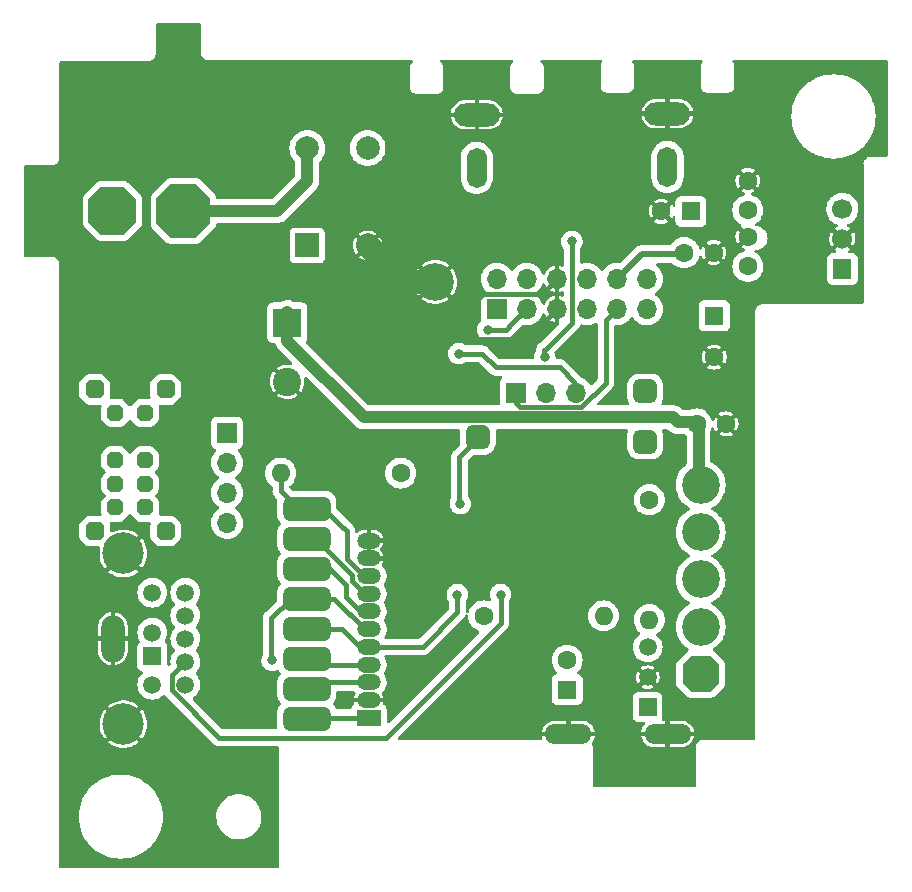
<source format=gbl>
%TF.GenerationSoftware,KiCad,Pcbnew,(6.0.1)*%
%TF.CreationDate,2022-03-13T01:10:21-07:00*%
%TF.ProjectId,Power PCB Ver C -  TH - RF is 9 Pin Genesis Port V2,506f7765-7220-4504-9342-205665722043,rev?*%
%TF.SameCoordinates,Original*%
%TF.FileFunction,Copper,L2,Bot*%
%TF.FilePolarity,Positive*%
%FSLAX46Y46*%
G04 Gerber Fmt 4.6, Leading zero omitted, Abs format (unit mm)*
G04 Created by KiCad (PCBNEW (6.0.1)) date 2022-03-13 01:10:21*
%MOMM*%
%LPD*%
G01*
G04 APERTURE LIST*
G04 Aperture macros list*
%AMRoundRect*
0 Rectangle with rounded corners*
0 $1 Rounding radius*
0 $2 $3 $4 $5 $6 $7 $8 $9 X,Y pos of 4 corners*
0 Add a 4 corners polygon primitive as box body*
4,1,4,$2,$3,$4,$5,$6,$7,$8,$9,$2,$3,0*
0 Add four circle primitives for the rounded corners*
1,1,$1+$1,$2,$3*
1,1,$1+$1,$4,$5*
1,1,$1+$1,$6,$7*
1,1,$1+$1,$8,$9*
0 Add four rect primitives between the rounded corners*
20,1,$1+$1,$2,$3,$4,$5,0*
20,1,$1+$1,$4,$5,$6,$7,0*
20,1,$1+$1,$6,$7,$8,$9,0*
20,1,$1+$1,$8,$9,$2,$3,0*%
%AMOutline5P*
0 Free polygon, 5 corners , with rotation*
0 The origin of the aperture is its center*
0 number of corners: always 5*
0 $1 to $10 corner X, Y*
0 $11 Rotation angle, in degrees counterclockwise*
0 create outline with 5 corners*
4,1,5,$1,$2,$3,$4,$5,$6,$7,$8,$9,$10,$1,$2,$11*%
%AMOutline6P*
0 Free polygon, 6 corners , with rotation*
0 The origin of the aperture is its center*
0 number of corners: always 6*
0 $1 to $12 corner X, Y*
0 $13 Rotation angle, in degrees counterclockwise*
0 create outline with 6 corners*
4,1,6,$1,$2,$3,$4,$5,$6,$7,$8,$9,$10,$11,$12,$1,$2,$13*%
%AMOutline7P*
0 Free polygon, 7 corners , with rotation*
0 The origin of the aperture is its center*
0 number of corners: always 7*
0 $1 to $14 corner X, Y*
0 $15 Rotation angle, in degrees counterclockwise*
0 create outline with 7 corners*
4,1,7,$1,$2,$3,$4,$5,$6,$7,$8,$9,$10,$11,$12,$13,$14,$1,$2,$15*%
%AMOutline8P*
0 Free polygon, 8 corners , with rotation*
0 The origin of the aperture is its center*
0 number of corners: always 8*
0 $1 to $16 corner X, Y*
0 $17 Rotation angle, in degrees counterclockwise*
0 create outline with 8 corners*
4,1,8,$1,$2,$3,$4,$5,$6,$7,$8,$9,$10,$11,$12,$13,$14,$15,$16,$1,$2,$17*%
G04 Aperture macros list end*
%TA.AperFunction,ComponentPad*%
%ADD10RoundRect,0.500000X-0.500000X-0.500000X0.500000X-0.500000X0.500000X0.500000X-0.500000X0.500000X0*%
%TD*%
%TA.AperFunction,ComponentPad*%
%ADD11R,1.599997X1.700000*%
%TD*%
%TA.AperFunction,ComponentPad*%
%ADD12C,1.700000*%
%TD*%
%TA.AperFunction,ComponentPad*%
%ADD13R,1.700000X1.700000*%
%TD*%
%TA.AperFunction,ComponentPad*%
%ADD14O,1.700000X1.700000*%
%TD*%
%TA.AperFunction,ComponentPad*%
%ADD15Outline8P,-2.250000X1.125000X-1.125000X2.250000X1.125000X2.250000X2.250000X1.125000X2.250000X-1.125000X1.125000X-2.250000X-1.125000X-2.250000X-2.250000X-1.125000X0.000000*%
%TD*%
%TA.AperFunction,ComponentPad*%
%ADD16Outline8P,-2.000000X1.000000X-1.000000X2.000000X1.000000X2.000000X2.000000X1.000000X2.000000X-1.000000X1.000000X-2.000000X-1.000000X-2.000000X-2.000000X-1.000000X0.000000*%
%TD*%
%TA.AperFunction,ComponentPad*%
%ADD17R,2.000000X1.350000*%
%TD*%
%TA.AperFunction,ComponentPad*%
%ADD18O,2.000000X1.350000*%
%TD*%
%TA.AperFunction,ComponentPad*%
%ADD19R,1.508000X1.508000*%
%TD*%
%TA.AperFunction,ComponentPad*%
%ADD20C,1.508000*%
%TD*%
%TA.AperFunction,ComponentPad*%
%ADD21C,3.516000*%
%TD*%
%TA.AperFunction,ComponentPad*%
%ADD22O,2.000000X4.000000*%
%TD*%
%TA.AperFunction,ComponentPad*%
%ADD23R,1.500000X1.500000*%
%TD*%
%TA.AperFunction,ComponentPad*%
%ADD24C,1.500000*%
%TD*%
%TA.AperFunction,ComponentPad*%
%ADD25R,1.600000X1.600000*%
%TD*%
%TA.AperFunction,ComponentPad*%
%ADD26C,1.600000*%
%TD*%
%TA.AperFunction,ComponentPad*%
%ADD27O,1.600000X1.600000*%
%TD*%
%TA.AperFunction,ComponentPad*%
%ADD28R,2.000000X2.000000*%
%TD*%
%TA.AperFunction,ComponentPad*%
%ADD29C,2.000000*%
%TD*%
%TA.AperFunction,ComponentPad*%
%ADD30O,3.900000X1.950000*%
%TD*%
%TA.AperFunction,ComponentPad*%
%ADD31O,1.700000X3.400000*%
%TD*%
%TA.AperFunction,ComponentPad*%
%ADD32O,4.000000X1.700000*%
%TD*%
%TA.AperFunction,ComponentPad*%
%ADD33C,3.200000*%
%TD*%
%TA.AperFunction,ComponentPad*%
%ADD34Outline8P,-1.550000X0.775000X-0.775000X1.550000X0.775000X1.550000X1.550000X0.775000X1.550000X-0.775000X0.775000X-1.550000X-0.775000X-1.550000X-1.550000X-0.775000X90.000000*%
%TD*%
%TA.AperFunction,ComponentPad*%
%ADD35R,2.400000X2.400000*%
%TD*%
%TA.AperFunction,ComponentPad*%
%ADD36C,2.400000*%
%TD*%
%TA.AperFunction,ComponentPad*%
%ADD37Outline8P,-0.700000X0.350000X-0.350000X0.700000X0.350000X0.700000X0.700000X0.350000X0.700000X-0.350000X0.350000X-0.700000X-0.350000X-0.700000X-0.700000X-0.350000X270.000000*%
%TD*%
%TA.AperFunction,ComponentPad*%
%ADD38Outline8P,-0.800000X0.400000X-0.400000X0.800000X0.400000X0.800000X0.800000X0.400000X0.800000X-0.400000X0.400000X-0.800000X-0.400000X-0.800000X-0.800000X-0.400000X270.000000*%
%TD*%
%TA.AperFunction,ComponentPad*%
%ADD39Outline8P,-0.800000X0.400000X-0.400000X0.800000X0.400000X0.800000X0.800000X0.400000X0.800000X-0.400000X0.400000X-0.800000X-0.400000X-0.800000X-0.800000X-0.400000X90.000000*%
%TD*%
%TA.AperFunction,SMDPad,CuDef*%
%ADD40RoundRect,0.500000X-1.500000X-0.500000X1.500000X-0.500000X1.500000X0.500000X-1.500000X0.500000X0*%
%TD*%
%TA.AperFunction,ViaPad*%
%ADD41C,0.800000*%
%TD*%
%TA.AperFunction,Conductor*%
%ADD42C,1.016000*%
%TD*%
%TA.AperFunction,Conductor*%
%ADD43C,0.381000*%
%TD*%
%TA.AperFunction,Conductor*%
%ADD44C,2.000000*%
%TD*%
%TA.AperFunction,Conductor*%
%ADD45C,0.508000*%
%TD*%
%TA.AperFunction,Conductor*%
%ADD46C,1.000000*%
%TD*%
G04 APERTURE END LIST*
D10*
%TO.P,J12,1,Pin_1*%
%TO.N,Net-(J12-Pad1)*%
X150376100Y-104243600D03*
%TD*%
D11*
%TO.P,U1,1,VIN*%
%TO.N,PS2*%
X181226100Y-90033600D03*
D12*
%TO.P,U1,2,GND*%
%TO.N,GND*%
X181226100Y-87493600D03*
%TO.P,U1,3,VOUT*%
%TO.N,+5V*%
X181226100Y-84953600D03*
%TD*%
D10*
%TO.P,J10,1,Pin_1*%
%TO.N,Net-(J10-Pad1)*%
X164526100Y-104643600D03*
%TD*%
D13*
%TO.P,J6,1,Red*%
%TO.N,Red*%
X151976100Y-93418600D03*
D14*
%TO.P,J6,2,Green*%
%TO.N,Green*%
X151976100Y-90878600D03*
%TO.P,J6,3,C-Sync/+12V*%
%TO.N,CSync*%
X154516100Y-93418600D03*
%TO.P,J6,4,Blue*%
%TO.N,Blue*%
X154516100Y-90878600D03*
%TO.P,J6,5,GND*%
%TO.N,GND*%
X157056100Y-93418600D03*
%TO.P,J6,6,GND*%
X157056100Y-90878600D03*
%TO.P,J6,7,Luma_(S-Video)*%
%TO.N,Luma*%
X159596100Y-93418600D03*
%TO.P,J6,8,Chroma_(S-Video)*%
%TO.N,Chroma*%
X159596100Y-90878600D03*
%TO.P,J6,9,Composite_Video*%
%TO.N,RCA_RF*%
X162136100Y-93418600D03*
%TO.P,J6,10,+5V*%
%TO.N,+5V*%
X162136100Y-90878600D03*
%TO.P,J6,11,Left_Audio*%
%TO.N,Audio_L*%
X164676100Y-93418600D03*
%TO.P,J6,12,Right_Audio*%
%TO.N,Audio_R*%
X164676100Y-90878600D03*
%TD*%
D15*
%TO.P,J1,1,1*%
%TO.N,Net-(D1-Pad4)*%
X125426102Y-85113598D03*
D16*
%TO.P,J1,2,2*%
%TO.N,Net-(D1-Pad3)*%
X119426100Y-85113598D03*
%TD*%
D13*
%TO.P,J4,1,1*%
%TO.N,Net-(J4-Pad1)*%
X129126100Y-103893600D03*
D14*
%TO.P,J4,2,2*%
%TO.N,Net-(J4-Pad2)*%
X129126100Y-106433600D03*
%TO.P,J4,3,3*%
%TO.N,Net-(J4-Pad3)*%
X129126100Y-108973600D03*
%TO.P,J4,4,4*%
%TO.N,Net-(J4-Pad4)*%
X129126100Y-111513600D03*
%TD*%
D10*
%TO.P,J11,1,Pin_1*%
%TO.N,Audio_L*%
X164526100Y-100393600D03*
%TD*%
D17*
%TO.P,J3,1,Audio*%
%TO.N,Net-(J10-Pad1)*%
X141126100Y-128018600D03*
D18*
%TO.P,J3,2,GND*%
%TO.N,GND*%
X141126100Y-126518600D03*
%TO.P,J3,3,Chroma*%
%TO.N,Chroma*%
X141126100Y-125018600D03*
%TO.P,J3,4,Luma*%
%TO.N,Luma*%
X141126100Y-123518600D03*
%TO.P,J3,5,Composite*%
%TO.N,Net-(J12-Pad1)*%
X141126100Y-122018600D03*
%TO.P,J3,6,Blue*%
%TO.N,Blue*%
X141126100Y-120518600D03*
%TO.P,J3,7,Green*%
%TO.N,Green*%
X141126100Y-119018600D03*
%TO.P,J3,8,Red*%
%TO.N,Red*%
X141126100Y-117518600D03*
%TO.P,J3,9,CSync*%
%TO.N,Net-(J3-Pad9)*%
X141126100Y-116018600D03*
%TO.P,J3,10,GND*%
%TO.N,GND*%
X141126100Y-114518600D03*
%TO.P,J3,11,GND*%
X141126100Y-113018600D03*
%TD*%
D19*
%TO.P,J20,1,1*%
%TO.N,Blue*%
X122802100Y-122827600D03*
D20*
%TO.P,J20,2,2*%
%TO.N,+5V*%
X122802100Y-120827600D03*
%TO.P,J20,3,3*%
%TO.N,Green*%
X122802100Y-125227600D03*
%TO.P,J20,4,4*%
%TO.N,RCA_RF*%
X125602100Y-123277600D03*
%TO.P,J20,5,5*%
%TO.N,CSync*%
X125602100Y-121327600D03*
%TO.P,J20,6,6*%
%TO.N,Net-(J10-Pad1)*%
X122802100Y-117427600D03*
%TO.P,J20,7,7*%
%TO.N,Red*%
X125602100Y-125227600D03*
%TO.P,J20,8,8*%
%TO.N,Audio_L*%
X125602100Y-119377600D03*
%TO.P,J20,9,9*%
%TO.N,Audio_R*%
X125602100Y-117427600D03*
D21*
%TO.P,J20,S1,SHIELD*%
%TO.N,GND*%
X120352100Y-128552600D03*
%TO.P,J20,S2,SHIELD*%
X120352100Y-114102600D03*
D22*
%TO.P,J20,S3,SHIELD*%
X119452100Y-121327600D03*
%TD*%
D13*
%TO.P,J16,1,Pin_1*%
%TO.N,RCA_RF*%
X153586100Y-100493600D03*
D14*
%TO.P,J16,2,Pin_2*%
%TO.N,RCA_V*%
X156126100Y-100493600D03*
%TO.P,J16,3,Pin_3*%
%TO.N,Audio_L*%
X158666100Y-100493600D03*
%TD*%
D23*
%TO.P,Q1,1,E*%
%TO.N,Net-(C8-Pad1)*%
X164736100Y-127133600D03*
D24*
%TO.P,Q1,2,C*%
%TO.N,GND*%
X164736100Y-124593600D03*
%TO.P,Q1,3,B*%
%TO.N,Net-(J2-Pad1)*%
X164736100Y-122053600D03*
%TD*%
D25*
%TO.P,C8,1*%
%TO.N,Net-(C8-Pad1)*%
X157926100Y-125643600D03*
D26*
%TO.P,C8,2*%
%TO.N,Net-(C8-Pad2)*%
X157926100Y-123143600D03*
%TD*%
%TO.P,R6,1,1*%
%TO.N,CSync*%
X143836100Y-107303600D03*
D27*
%TO.P,R6,2,2*%
%TO.N,Net-(J3-Pad9)*%
X133676100Y-107303600D03*
%TD*%
D28*
%TO.P,D1,1,V+*%
%TO.N,PS1*%
X135926100Y-88036100D03*
D29*
%TO.P,D1,2,V-*%
%TO.N,GND*%
X141026100Y-88036100D03*
%TO.P,D1,3,AC*%
%TO.N,Net-(D1-Pad3)*%
X141026100Y-79786100D03*
%TO.P,D1,4,AC*%
%TO.N,Net-(D1-Pad4)*%
X135926100Y-79786100D03*
%TD*%
D30*
%TO.P,J17,1,Tip*%
%TO.N,GND*%
X166418100Y-76877600D03*
D31*
%TO.P,J17,2,Sleeve*%
%TO.N,Audio_R*%
X166418100Y-81377600D03*
%TD*%
D26*
%TO.P,C5,1,1*%
%TO.N,GND*%
X173226100Y-82543600D03*
%TO.P,C5,2,2*%
%TO.N,+5V*%
X173226100Y-85043600D03*
%TD*%
D32*
%TO.P,J13,1,Pin_1*%
%TO.N,GND*%
X158026100Y-129393600D03*
%TD*%
D33*
%TO.P,J2,*%
%TO.N,*%
X169226100Y-116313600D03*
X169226100Y-108313600D03*
X169226100Y-120313600D03*
X169226100Y-112313597D03*
D34*
X169226100Y-124313600D03*
%TD*%
D25*
%TO.P,C7,1,A*%
%TO.N,+5V*%
X168401100Y-85143600D03*
D26*
%TO.P,C7,2,K*%
%TO.N,GND*%
X165901100Y-85143600D03*
%TD*%
D33*
%TO.P,GND,1*%
%TO.N,GND*%
X146756100Y-91113600D03*
%TD*%
D35*
%TO.P,C1,1,A*%
%TO.N,PS1*%
X134226100Y-94569641D03*
D36*
%TO.P,C1,2,K*%
%TO.N,GND*%
X134226100Y-99569641D03*
%TD*%
D25*
%TO.P,C3,1,A*%
%TO.N,PS2*%
X170376100Y-93990949D03*
D26*
%TO.P,C3,2,K*%
%TO.N,GND*%
X170376100Y-97490949D03*
%TD*%
%TO.P,C2,1,1*%
%TO.N,GND*%
X171376100Y-103143600D03*
%TO.P,C2,2,2*%
%TO.N,unconnected-(C2-Pad2)*%
X168876100Y-103143600D03*
%TD*%
D30*
%TO.P,J18,1,Tip*%
%TO.N,GND*%
X150272100Y-76971600D03*
D31*
%TO.P,J18,2,Sleeve*%
%TO.N,RCA_V*%
X150272100Y-81471600D03*
%TD*%
D26*
%TO.P,C6,1,1*%
%TO.N,GND*%
X170326100Y-88643600D03*
%TO.P,C6,2,2*%
%TO.N,+5V*%
X167826100Y-88643600D03*
%TD*%
%TO.P,C4,1,1*%
%TO.N,GND*%
X173226100Y-87293600D03*
%TO.P,C4,2,2*%
%TO.N,PS2*%
X173226100Y-89793600D03*
%TD*%
%TO.P,R2,1*%
%TO.N,+5V*%
X164876100Y-109563600D03*
D27*
%TO.P,R2,2*%
%TO.N,Net-(C8-Pad1)*%
X164876100Y-119723600D03*
%TD*%
D26*
%TO.P,R4,1*%
%TO.N,Net-(R4-Pad1)*%
X150846100Y-119393600D03*
D27*
%TO.P,R4,2*%
%TO.N,Net-(C8-Pad2)*%
X161006100Y-119393600D03*
%TD*%
D32*
%TO.P,J13,1,Pin_1*%
%TO.N,GND*%
X166426100Y-129393600D03*
%TD*%
D37*
%TO.P,SW1,*%
%TO.N,*%
X122176100Y-102213600D03*
X119676100Y-106213600D03*
X119676100Y-108213600D03*
X119676100Y-110213600D03*
X122176100Y-106213600D03*
X122176100Y-108213600D03*
X122176100Y-110213600D03*
%TO.P,SW1,1,1*%
%TO.N,unconnected-(SW1-Pad1)*%
X119676100Y-102213600D03*
D38*
%TO.P,SW1,MH*%
%TO.N,N/C*%
X117926100Y-100213600D03*
D39*
X117926100Y-112213600D03*
X123926100Y-112213600D03*
D38*
X123926100Y-100213600D03*
%TD*%
D40*
%TO.P,J5,1,Pin_1*%
%TO.N,Net-(J10-Pad1)*%
X135876100Y-128093600D03*
%TO.P,J5,2,Pin_2*%
%TO.N,Chroma*%
X135876100Y-125553600D03*
%TO.P,J5,3,Pin_3*%
%TO.N,Luma*%
X135876100Y-123013600D03*
%TO.P,J5,4,Pin_4*%
%TO.N,Net-(J12-Pad1)*%
X135876100Y-120473600D03*
%TO.P,J5,5,Pin_5*%
%TO.N,Blue*%
X135876100Y-117933600D03*
%TO.P,J5,6,Pin_6*%
%TO.N,Green*%
X135876100Y-115393600D03*
%TO.P,J5,7,Pin_7*%
%TO.N,Red*%
X135876100Y-112853600D03*
%TO.P,J5,8,Pin_8*%
%TO.N,Net-(J3-Pad9)*%
X135876100Y-110313600D03*
%TD*%
D41*
%TO.N,Net-(J12-Pad1)*%
X148626100Y-117593600D03*
X148876100Y-109893600D03*
%TO.N,GND*%
X143056100Y-113023600D03*
X162354100Y-96943600D03*
X148892100Y-94911600D03*
X142876100Y-105143600D03*
X160146100Y-97933600D03*
X148526100Y-125493600D03*
X144626100Y-99393600D03*
X143136100Y-114513600D03*
X148526100Y-121193600D03*
X132906100Y-126783600D03*
X154376100Y-105143600D03*
X151646100Y-100443600D03*
X141926100Y-104193600D03*
X130026100Y-83693600D03*
X142946100Y-126143600D03*
X164926100Y-97093600D03*
X173056100Y-122193600D03*
X146726100Y-127293600D03*
X144461100Y-100978600D03*
X126286100Y-107213600D03*
X143726100Y-100293600D03*
X154376100Y-106143600D03*
X141126100Y-90993600D03*
X152626100Y-105143600D03*
X142826100Y-104193600D03*
X152626100Y-106143600D03*
X126386100Y-109253600D03*
X154734100Y-115297600D03*
X141876100Y-105143600D03*
X145206100Y-100233600D03*
%TO.N,Audio_L*%
X148754825Y-97192324D03*
%TO.N,CSync*%
X151186100Y-95173600D03*
%TO.N,Blue*%
X132940715Y-123156215D03*
%TO.N,RCA_RF*%
X152286100Y-117593600D03*
%TO.N,RCA_V*%
X158328698Y-87685580D03*
X156026100Y-97518600D03*
%TD*%
D42*
%TO.N,PS2*%
X169226100Y-112513597D02*
X169325102Y-112513597D01*
D43*
%TO.N,Net-(J12-Pad1)*%
X141126100Y-122013598D02*
X141126103Y-122013600D01*
X148626100Y-119093600D02*
X148626100Y-117593600D01*
X135876100Y-120473600D02*
X138850100Y-120473600D01*
X148796100Y-109483600D02*
X148796100Y-105948600D01*
X145706102Y-122013598D02*
X148626100Y-119093600D01*
X144446098Y-122013598D02*
X145706102Y-122013598D01*
X138850100Y-120473600D02*
X140395100Y-122018600D01*
X141126100Y-122013598D02*
X144446098Y-122013598D01*
X140395100Y-122018600D02*
X141126100Y-122018600D01*
X148796100Y-105948600D02*
X150501100Y-104243600D01*
D42*
%TO.N,Net-(D1-Pad4)*%
X135926100Y-82553600D02*
X133366102Y-85113598D01*
X133366102Y-85113598D02*
X125426102Y-85113598D01*
X135926100Y-79786100D02*
X135926100Y-82553600D01*
D43*
%TO.N,GND*%
X150796067Y-92118611D02*
X148892100Y-94022578D01*
X148892100Y-94022578D02*
X148892100Y-94911600D01*
D44*
X146756100Y-91113600D02*
X144103600Y-91113600D01*
D43*
X157056100Y-93418600D02*
X155478600Y-94996100D01*
X173056100Y-122193600D02*
X171326100Y-122193600D01*
X171326100Y-122193600D02*
X171226100Y-122293600D01*
D44*
X144103600Y-91113600D02*
X141026100Y-88036100D01*
D43*
X155478600Y-94996100D02*
X154561089Y-95913611D01*
X155816089Y-92118611D02*
X155141089Y-92118611D01*
X149894111Y-95913611D02*
X148892100Y-94911600D01*
X157056100Y-90878600D02*
X155816089Y-92118611D01*
X155141089Y-92118611D02*
X150796067Y-92118611D01*
X163376111Y-95921589D02*
X162354100Y-96943600D01*
X148638100Y-125645600D02*
X148626100Y-125657600D01*
X154561089Y-95913611D02*
X149894111Y-95913611D01*
D45*
%TO.N,+5V*%
X162136100Y-90878600D02*
X164221100Y-88793600D01*
X164221100Y-88793600D02*
X167226100Y-88793600D01*
D43*
%TO.N,Audio_L*%
X157276089Y-98346089D02*
X158516100Y-99586100D01*
X151878589Y-98346089D02*
X157276089Y-98346089D01*
X150726100Y-97193600D02*
X151878589Y-98346089D01*
X148754825Y-97192324D02*
X148756101Y-97193600D01*
X148756101Y-97193600D02*
X150726100Y-97193600D01*
%TO.N,Net-(J3-Pad9)*%
X139251100Y-113368600D02*
X139251100Y-114568600D01*
X138732100Y-111675600D02*
X137370100Y-110313600D01*
X137370100Y-110313600D02*
X135876100Y-110313600D01*
X135176100Y-110313600D02*
X135876100Y-110313600D01*
X133676100Y-108813600D02*
X135176100Y-110313600D01*
X139251100Y-112969922D02*
X139251100Y-112194600D01*
X133676100Y-107303600D02*
X133676100Y-108813600D01*
X139251100Y-113368600D02*
X139251100Y-113062435D01*
X139251100Y-112194600D02*
X138732100Y-111675600D01*
X139251100Y-114568600D02*
X140701100Y-116018600D01*
X139251100Y-112969922D02*
X139251100Y-113368600D01*
X140701100Y-116018600D02*
X141126100Y-116018600D01*
D42*
%TO.N,PS1*%
X162618580Y-102586080D02*
X166868580Y-102586080D01*
X158683620Y-102586080D02*
X145133620Y-102586080D01*
D46*
X169048900Y-102988800D02*
X169048900Y-108007200D01*
D42*
X158683620Y-102586080D02*
X162618580Y-102586080D01*
X166868580Y-102586080D02*
X167276100Y-102993600D01*
X145133620Y-102586080D02*
X140718580Y-102586080D01*
X134226100Y-96093600D02*
X134226100Y-93693600D01*
X140718580Y-102586080D02*
X134226100Y-96093600D01*
X158683620Y-102586080D02*
X159433620Y-102586080D01*
D46*
X169051100Y-102993600D02*
X167276100Y-102993600D01*
X169048900Y-108007200D02*
X169262900Y-108221200D01*
D43*
%TO.N,CSync*%
X153293600Y-94641100D02*
X154516100Y-93418600D01*
X152761100Y-95173600D02*
X151186100Y-95173600D01*
X153293600Y-94641100D02*
X152761100Y-95173600D01*
%TO.N,Red*%
X135876100Y-112853600D02*
X136636100Y-112853600D01*
X136636100Y-112853600D02*
X139736080Y-115953580D01*
X139736080Y-116459745D02*
X140794935Y-117518600D01*
X139736080Y-115953580D02*
X139736080Y-116459745D01*
X140794935Y-117518600D02*
X141126100Y-117518600D01*
%TO.N,Green*%
X140395100Y-119018600D02*
X141126100Y-119018600D01*
X137848956Y-115393600D02*
X139200028Y-116744672D01*
X139200028Y-116744672D02*
X139200028Y-117823528D01*
X135876100Y-115393600D02*
X137848956Y-115393600D01*
X139200028Y-117823528D02*
X140395100Y-119018600D01*
%TO.N,Blue*%
X138209935Y-117933600D02*
X140794935Y-120518600D01*
X140794935Y-120518600D02*
X141126100Y-120518600D01*
X132940715Y-123156215D02*
X132890100Y-123105600D01*
X132890100Y-119549600D02*
X134506100Y-117933600D01*
X135876100Y-117933600D02*
X138209935Y-117933600D01*
X132890100Y-123105600D02*
X132890100Y-119549600D01*
X134506100Y-117933600D02*
X135876100Y-117933600D01*
%TO.N,Luma*%
X141126100Y-123518600D02*
X136381100Y-123518600D01*
X136381100Y-123518600D02*
X135876100Y-123013600D01*
%TO.N,Chroma*%
X141126100Y-125018600D02*
X136411100Y-125018600D01*
X136411100Y-125018600D02*
X135876100Y-125553600D01*
%TO.N,RCA_RF*%
X152286100Y-119093600D02*
X152286100Y-120015820D01*
X161196100Y-94358600D02*
X162136100Y-93418600D01*
X153586100Y-100143600D02*
X153586100Y-101353600D01*
X152286100Y-119093600D02*
X152286100Y-117593600D01*
X153970560Y-101738060D02*
X159031640Y-101738060D01*
X152286100Y-120015820D02*
X142592320Y-129709600D01*
X128466223Y-129709600D02*
X124458089Y-125701466D01*
X124458089Y-125701466D02*
X124458089Y-124421611D01*
X161196100Y-98713600D02*
X161196100Y-94358600D01*
X159104571Y-101738060D02*
X161196100Y-99646531D01*
X153586100Y-101353600D02*
X153970560Y-101738060D01*
X161196100Y-99646531D02*
X161196100Y-98323600D01*
X142592320Y-129709600D02*
X128466223Y-129709600D01*
X124458089Y-124421611D02*
X125602100Y-123277600D01*
X159031640Y-101738060D02*
X159104571Y-101738060D01*
%TO.N,Net-(J10-Pad1)*%
X141126100Y-128018600D02*
X135951100Y-128018600D01*
X135951100Y-128018600D02*
X135876100Y-128093600D01*
%TO.N,RCA_V*%
X158328698Y-89766198D02*
X158328698Y-87876821D01*
X156004100Y-97503598D02*
X156004100Y-96871600D01*
X158328698Y-93726593D02*
X158328698Y-89766198D01*
X158326100Y-93729191D02*
X158326100Y-94568600D01*
X158328698Y-93726593D02*
X158326100Y-93729191D01*
X158326100Y-94568600D02*
X156023100Y-96871600D01*
X156023100Y-96871600D02*
X156004100Y-96871600D01*
X158328698Y-89766198D02*
X158328698Y-87685580D01*
%TD*%
%TA.AperFunction,Conductor*%
%TO.N,GND*%
G36*
X126860221Y-69241602D02*
G01*
X126906714Y-69295258D01*
X126918100Y-69347600D01*
X126918100Y-71665495D01*
X126917022Y-71681941D01*
X126912854Y-71713600D01*
X126918100Y-71753447D01*
X126933750Y-71872320D01*
X126995013Y-72020223D01*
X127092470Y-72147230D01*
X127219477Y-72244687D01*
X127293429Y-72275319D01*
X127359750Y-72302790D01*
X127359753Y-72302791D01*
X127367380Y-72305950D01*
X127526100Y-72326846D01*
X127534288Y-72325768D01*
X127557759Y-72322678D01*
X127574205Y-72321600D01*
X144758909Y-72321600D01*
X144827030Y-72341602D01*
X144873523Y-72395258D01*
X144883627Y-72465532D01*
X144854133Y-72530112D01*
X144841166Y-72543045D01*
X144826161Y-72555974D01*
X144811153Y-72567079D01*
X144789469Y-72580760D01*
X144783527Y-72587488D01*
X144769919Y-72602896D01*
X144757727Y-72614940D01*
X144735353Y-72634219D01*
X144730474Y-72641747D01*
X144730471Y-72641750D01*
X144721404Y-72655739D01*
X144710114Y-72670613D01*
X144693144Y-72689828D01*
X144680590Y-72716566D01*
X144672276Y-72731535D01*
X144656207Y-72756327D01*
X144653635Y-72764927D01*
X144648861Y-72780890D01*
X144642199Y-72798336D01*
X144631301Y-72821548D01*
X144628935Y-72836744D01*
X144626758Y-72850728D01*
X144622974Y-72867449D01*
X144617086Y-72887136D01*
X144617085Y-72887139D01*
X144614513Y-72895741D01*
X144614458Y-72904716D01*
X144614458Y-72904717D01*
X144614303Y-72930146D01*
X144614270Y-72930928D01*
X144614100Y-72932023D01*
X144614100Y-72962898D01*
X144614098Y-72963668D01*
X144613624Y-73041252D01*
X144614008Y-73042596D01*
X144614100Y-73043941D01*
X144614100Y-74662898D01*
X144614098Y-74663668D01*
X144613624Y-74741252D01*
X144616090Y-74749881D01*
X144616091Y-74749886D01*
X144621739Y-74769648D01*
X144625317Y-74786409D01*
X144628230Y-74806752D01*
X144628233Y-74806762D01*
X144629505Y-74815645D01*
X144640121Y-74838995D01*
X144646564Y-74856507D01*
X144653612Y-74881165D01*
X144669374Y-74906148D01*
X144677504Y-74921214D01*
X144689733Y-74948110D01*
X144706474Y-74967539D01*
X144717579Y-74982547D01*
X144731260Y-75004231D01*
X144751569Y-75022167D01*
X144753396Y-75023781D01*
X144765441Y-75035974D01*
X144778250Y-75050839D01*
X144784719Y-75058347D01*
X144792247Y-75063226D01*
X144792250Y-75063229D01*
X144806239Y-75072296D01*
X144821113Y-75083586D01*
X144825243Y-75087233D01*
X144840328Y-75100556D01*
X144848454Y-75104371D01*
X144848455Y-75104372D01*
X144854121Y-75107032D01*
X144867066Y-75113110D01*
X144882035Y-75121424D01*
X144906827Y-75137493D01*
X144923750Y-75142554D01*
X144931390Y-75144839D01*
X144948836Y-75151501D01*
X144972048Y-75162399D01*
X145001230Y-75166943D01*
X145017949Y-75170726D01*
X145037636Y-75176614D01*
X145037639Y-75176615D01*
X145046241Y-75179187D01*
X145055216Y-75179242D01*
X145055217Y-75179242D01*
X145061910Y-75179283D01*
X145080656Y-75179397D01*
X145081428Y-75179430D01*
X145082523Y-75179600D01*
X145113398Y-75179600D01*
X145114168Y-75179602D01*
X145187816Y-75180052D01*
X145187817Y-75180052D01*
X145191752Y-75180076D01*
X145193096Y-75179692D01*
X145194441Y-75179600D01*
X146913398Y-75179600D01*
X146914169Y-75179602D01*
X146991752Y-75180076D01*
X147000381Y-75177610D01*
X147000386Y-75177609D01*
X147020148Y-75171961D01*
X147036909Y-75168383D01*
X147057252Y-75165470D01*
X147057262Y-75165467D01*
X147066145Y-75164195D01*
X147089495Y-75153579D01*
X147107007Y-75147136D01*
X147123037Y-75142554D01*
X147131665Y-75140088D01*
X147156648Y-75124326D01*
X147171714Y-75116196D01*
X147198610Y-75103967D01*
X147218039Y-75087226D01*
X147233047Y-75076121D01*
X147247139Y-75067230D01*
X147254731Y-75062440D01*
X147274282Y-75040303D01*
X147286474Y-75028259D01*
X147302049Y-75014839D01*
X147302050Y-75014837D01*
X147308847Y-75008981D01*
X147313726Y-75001453D01*
X147313729Y-75001450D01*
X147322796Y-74987461D01*
X147334086Y-74972587D01*
X147345112Y-74960102D01*
X147351056Y-74953372D01*
X147363610Y-74926634D01*
X147371924Y-74911665D01*
X147387993Y-74886873D01*
X147395339Y-74862309D01*
X147402001Y-74844864D01*
X147404763Y-74838981D01*
X147412899Y-74821652D01*
X147417443Y-74792470D01*
X147421226Y-74775751D01*
X147427114Y-74756064D01*
X147427115Y-74756061D01*
X147429687Y-74747459D01*
X147429897Y-74713044D01*
X147429930Y-74712272D01*
X147430100Y-74711177D01*
X147430100Y-74680302D01*
X147430102Y-74679532D01*
X147430552Y-74605884D01*
X147430552Y-74605883D01*
X147430576Y-74601948D01*
X147430192Y-74600604D01*
X147430100Y-74599259D01*
X147430100Y-72980302D01*
X147430102Y-72979532D01*
X147430521Y-72910922D01*
X147430576Y-72901948D01*
X147428110Y-72893319D01*
X147428109Y-72893314D01*
X147422461Y-72873552D01*
X147418883Y-72856791D01*
X147415970Y-72836448D01*
X147415967Y-72836438D01*
X147414695Y-72827555D01*
X147404079Y-72804205D01*
X147397636Y-72786693D01*
X147393054Y-72770663D01*
X147390588Y-72762035D01*
X147374826Y-72737052D01*
X147366696Y-72721986D01*
X147354467Y-72695090D01*
X147337726Y-72675661D01*
X147326621Y-72660653D01*
X147317730Y-72646561D01*
X147312940Y-72638969D01*
X147290803Y-72619418D01*
X147278759Y-72607226D01*
X147265339Y-72591651D01*
X147265337Y-72591650D01*
X147259481Y-72584853D01*
X147251953Y-72579974D01*
X147251950Y-72579971D01*
X147237961Y-72570904D01*
X147223087Y-72559614D01*
X147209484Y-72547600D01*
X147203873Y-72542645D01*
X147206215Y-72539993D01*
X147171231Y-72498795D01*
X147161830Y-72428424D01*
X147191966Y-72364141D01*
X147252073Y-72326355D01*
X147286362Y-72321600D01*
X153258909Y-72321600D01*
X153327030Y-72341602D01*
X153373523Y-72395258D01*
X153383627Y-72465532D01*
X153354133Y-72530112D01*
X153341166Y-72543045D01*
X153326161Y-72555974D01*
X153311153Y-72567079D01*
X153289469Y-72580760D01*
X153283527Y-72587488D01*
X153269919Y-72602896D01*
X153257727Y-72614940D01*
X153235353Y-72634219D01*
X153230474Y-72641747D01*
X153230471Y-72641750D01*
X153221404Y-72655739D01*
X153210114Y-72670613D01*
X153193144Y-72689828D01*
X153180590Y-72716566D01*
X153172276Y-72731535D01*
X153156207Y-72756327D01*
X153153635Y-72764927D01*
X153148861Y-72780890D01*
X153142199Y-72798336D01*
X153131301Y-72821548D01*
X153128935Y-72836744D01*
X153126758Y-72850728D01*
X153122974Y-72867449D01*
X153117086Y-72887136D01*
X153117085Y-72887139D01*
X153114513Y-72895741D01*
X153114458Y-72904716D01*
X153114458Y-72904717D01*
X153114303Y-72930146D01*
X153114270Y-72930928D01*
X153114100Y-72932023D01*
X153114100Y-72962898D01*
X153114098Y-72963668D01*
X153113624Y-73041252D01*
X153114008Y-73042596D01*
X153114100Y-73043941D01*
X153114100Y-74662898D01*
X153114098Y-74663668D01*
X153113624Y-74741252D01*
X153116090Y-74749881D01*
X153116091Y-74749886D01*
X153121739Y-74769648D01*
X153125317Y-74786409D01*
X153128230Y-74806752D01*
X153128233Y-74806762D01*
X153129505Y-74815645D01*
X153140121Y-74838995D01*
X153146564Y-74856507D01*
X153153612Y-74881165D01*
X153169374Y-74906148D01*
X153177504Y-74921214D01*
X153189733Y-74948110D01*
X153206474Y-74967539D01*
X153217579Y-74982547D01*
X153231260Y-75004231D01*
X153251569Y-75022167D01*
X153253396Y-75023781D01*
X153265441Y-75035974D01*
X153278250Y-75050839D01*
X153284719Y-75058347D01*
X153292247Y-75063226D01*
X153292250Y-75063229D01*
X153306239Y-75072296D01*
X153321113Y-75083586D01*
X153325243Y-75087233D01*
X153340328Y-75100556D01*
X153348454Y-75104371D01*
X153348455Y-75104372D01*
X153354121Y-75107032D01*
X153367066Y-75113110D01*
X153382035Y-75121424D01*
X153406827Y-75137493D01*
X153423750Y-75142554D01*
X153431390Y-75144839D01*
X153448836Y-75151501D01*
X153472048Y-75162399D01*
X153501230Y-75166943D01*
X153517949Y-75170726D01*
X153537636Y-75176614D01*
X153537639Y-75176615D01*
X153546241Y-75179187D01*
X153555216Y-75179242D01*
X153555217Y-75179242D01*
X153561910Y-75179283D01*
X153580656Y-75179397D01*
X153581428Y-75179430D01*
X153582523Y-75179600D01*
X153613398Y-75179600D01*
X153614168Y-75179602D01*
X153687816Y-75180052D01*
X153687817Y-75180052D01*
X153691752Y-75180076D01*
X153693096Y-75179692D01*
X153694441Y-75179600D01*
X155413398Y-75179600D01*
X155414169Y-75179602D01*
X155491752Y-75180076D01*
X155500381Y-75177610D01*
X155500386Y-75177609D01*
X155520148Y-75171961D01*
X155536909Y-75168383D01*
X155557252Y-75165470D01*
X155557262Y-75165467D01*
X155566145Y-75164195D01*
X155589495Y-75153579D01*
X155607007Y-75147136D01*
X155623037Y-75142554D01*
X155631665Y-75140088D01*
X155656648Y-75124326D01*
X155671714Y-75116196D01*
X155698610Y-75103967D01*
X155718039Y-75087226D01*
X155733047Y-75076121D01*
X155747139Y-75067230D01*
X155754731Y-75062440D01*
X155774282Y-75040303D01*
X155786474Y-75028259D01*
X155802049Y-75014839D01*
X155802050Y-75014837D01*
X155808847Y-75008981D01*
X155813726Y-75001453D01*
X155813729Y-75001450D01*
X155822796Y-74987461D01*
X155834086Y-74972587D01*
X155845112Y-74960102D01*
X155851056Y-74953372D01*
X155863610Y-74926634D01*
X155871924Y-74911665D01*
X155887993Y-74886873D01*
X155895339Y-74862309D01*
X155902001Y-74844864D01*
X155904763Y-74838981D01*
X155912899Y-74821652D01*
X155917443Y-74792470D01*
X155921226Y-74775751D01*
X155927114Y-74756064D01*
X155927115Y-74756061D01*
X155929687Y-74747459D01*
X155929897Y-74713044D01*
X155929930Y-74712272D01*
X155930100Y-74711177D01*
X155930100Y-74680302D01*
X155930102Y-74679532D01*
X155930552Y-74605884D01*
X155930552Y-74605883D01*
X155930576Y-74601948D01*
X155930192Y-74600604D01*
X155930100Y-74599259D01*
X155930100Y-72980302D01*
X155930102Y-72979532D01*
X155930521Y-72910922D01*
X155930576Y-72901948D01*
X155928110Y-72893319D01*
X155928109Y-72893314D01*
X155922461Y-72873552D01*
X155918883Y-72856791D01*
X155915970Y-72836448D01*
X155915967Y-72836438D01*
X155914695Y-72827555D01*
X155904079Y-72804205D01*
X155897636Y-72786693D01*
X155893054Y-72770663D01*
X155890588Y-72762035D01*
X155874826Y-72737052D01*
X155866696Y-72721986D01*
X155854467Y-72695090D01*
X155837726Y-72675661D01*
X155826621Y-72660653D01*
X155817730Y-72646561D01*
X155812940Y-72638969D01*
X155790803Y-72619418D01*
X155778759Y-72607226D01*
X155765339Y-72591651D01*
X155765337Y-72591650D01*
X155759481Y-72584853D01*
X155751953Y-72579974D01*
X155751950Y-72579971D01*
X155737961Y-72570904D01*
X155723087Y-72559614D01*
X155709484Y-72547600D01*
X155703873Y-72542645D01*
X155706215Y-72539993D01*
X155671231Y-72498795D01*
X155661830Y-72428424D01*
X155691966Y-72364141D01*
X155752073Y-72326355D01*
X155786362Y-72321600D01*
X160796633Y-72321600D01*
X160864754Y-72341602D01*
X160911247Y-72395258D01*
X160921351Y-72465532D01*
X160891581Y-72530431D01*
X160888155Y-72534358D01*
X160881353Y-72540219D01*
X160876472Y-72547749D01*
X160876468Y-72547754D01*
X160867404Y-72561739D01*
X160856114Y-72576613D01*
X160839144Y-72595828D01*
X160826590Y-72622566D01*
X160818276Y-72637535D01*
X160802207Y-72662327D01*
X160799635Y-72670927D01*
X160794861Y-72686890D01*
X160788199Y-72704336D01*
X160777301Y-72727548D01*
X160773993Y-72748797D01*
X160772758Y-72756728D01*
X160768974Y-72773449D01*
X160763086Y-72793136D01*
X160763085Y-72793139D01*
X160760513Y-72801741D01*
X160760458Y-72810716D01*
X160760458Y-72810717D01*
X160760303Y-72836146D01*
X160760270Y-72836928D01*
X160760100Y-72838023D01*
X160760100Y-72868898D01*
X160760098Y-72869668D01*
X160759729Y-72930146D01*
X160759624Y-72947252D01*
X160760008Y-72948596D01*
X160760100Y-72949941D01*
X160760100Y-74568898D01*
X160760098Y-74569668D01*
X160759624Y-74647252D01*
X160762090Y-74655881D01*
X160762091Y-74655886D01*
X160767739Y-74675648D01*
X160771317Y-74692409D01*
X160774230Y-74712752D01*
X160774233Y-74712762D01*
X160775505Y-74721645D01*
X160786121Y-74744995D01*
X160792564Y-74762507D01*
X160799612Y-74787165D01*
X160815374Y-74812148D01*
X160823504Y-74827214D01*
X160835733Y-74854110D01*
X160852474Y-74873539D01*
X160863579Y-74888547D01*
X160877260Y-74910231D01*
X160883988Y-74916173D01*
X160899396Y-74929781D01*
X160911440Y-74941973D01*
X160930719Y-74964347D01*
X160938247Y-74969226D01*
X160938250Y-74969229D01*
X160952239Y-74978296D01*
X160967113Y-74989586D01*
X160986328Y-75006556D01*
X160994454Y-75010371D01*
X160994455Y-75010372D01*
X161000121Y-75013032D01*
X161013066Y-75019110D01*
X161028035Y-75027424D01*
X161052827Y-75043493D01*
X161069750Y-75048554D01*
X161077390Y-75050839D01*
X161094836Y-75057501D01*
X161118048Y-75068399D01*
X161147230Y-75072943D01*
X161163949Y-75076726D01*
X161183636Y-75082614D01*
X161183639Y-75082615D01*
X161192241Y-75085187D01*
X161201216Y-75085242D01*
X161201217Y-75085242D01*
X161207910Y-75085283D01*
X161226656Y-75085397D01*
X161227428Y-75085430D01*
X161228523Y-75085600D01*
X161259398Y-75085600D01*
X161260168Y-75085602D01*
X161333816Y-75086052D01*
X161333817Y-75086052D01*
X161337752Y-75086076D01*
X161339096Y-75085692D01*
X161340441Y-75085600D01*
X163059398Y-75085600D01*
X163060169Y-75085602D01*
X163137752Y-75086076D01*
X163146381Y-75083610D01*
X163146386Y-75083609D01*
X163166148Y-75077961D01*
X163182909Y-75074383D01*
X163203252Y-75071470D01*
X163203262Y-75071467D01*
X163212145Y-75070195D01*
X163235495Y-75059579D01*
X163253007Y-75053136D01*
X163269037Y-75048554D01*
X163277665Y-75046088D01*
X163302648Y-75030326D01*
X163317714Y-75022196D01*
X163344610Y-75009967D01*
X163364039Y-74993226D01*
X163379047Y-74982121D01*
X163393139Y-74973230D01*
X163400731Y-74968440D01*
X163420282Y-74946303D01*
X163432474Y-74934259D01*
X163448049Y-74920839D01*
X163448050Y-74920837D01*
X163454847Y-74914981D01*
X163459726Y-74907453D01*
X163459729Y-74907450D01*
X163468796Y-74893461D01*
X163480086Y-74878587D01*
X163491112Y-74866102D01*
X163497056Y-74859372D01*
X163509610Y-74832634D01*
X163517924Y-74817665D01*
X163533993Y-74792873D01*
X163541339Y-74768309D01*
X163548001Y-74750864D01*
X163555083Y-74735779D01*
X163558899Y-74727652D01*
X163563443Y-74698470D01*
X163567226Y-74681751D01*
X163573114Y-74662064D01*
X163573115Y-74662061D01*
X163575687Y-74653459D01*
X163575897Y-74619044D01*
X163575930Y-74618272D01*
X163576100Y-74617177D01*
X163576100Y-74586302D01*
X163576102Y-74585532D01*
X163576552Y-74511884D01*
X163576552Y-74511883D01*
X163576576Y-74507948D01*
X163576192Y-74506604D01*
X163576100Y-74505259D01*
X163576100Y-72886302D01*
X163576102Y-72885532D01*
X163576521Y-72816922D01*
X163576576Y-72807948D01*
X163574110Y-72799319D01*
X163574109Y-72799314D01*
X163568461Y-72779552D01*
X163564883Y-72762791D01*
X163561970Y-72742448D01*
X163561967Y-72742438D01*
X163560695Y-72733555D01*
X163550079Y-72710205D01*
X163543636Y-72692693D01*
X163539054Y-72676663D01*
X163536588Y-72668035D01*
X163520826Y-72643052D01*
X163512696Y-72627986D01*
X163500467Y-72601090D01*
X163483726Y-72581661D01*
X163472621Y-72566653D01*
X163463730Y-72552561D01*
X163458940Y-72544969D01*
X163452211Y-72539026D01*
X163446394Y-72532191D01*
X163448367Y-72530511D01*
X163417805Y-72481949D01*
X163418479Y-72410956D01*
X163457428Y-72351597D01*
X163522286Y-72322718D01*
X163539033Y-72321600D01*
X169296633Y-72321600D01*
X169364754Y-72341602D01*
X169411247Y-72395258D01*
X169421351Y-72465532D01*
X169391581Y-72530431D01*
X169388155Y-72534358D01*
X169381353Y-72540219D01*
X169376472Y-72547749D01*
X169376468Y-72547754D01*
X169367404Y-72561739D01*
X169356114Y-72576613D01*
X169339144Y-72595828D01*
X169326590Y-72622566D01*
X169318276Y-72637535D01*
X169302207Y-72662327D01*
X169299635Y-72670927D01*
X169294861Y-72686890D01*
X169288199Y-72704336D01*
X169277301Y-72727548D01*
X169273993Y-72748797D01*
X169272758Y-72756728D01*
X169268974Y-72773449D01*
X169263086Y-72793136D01*
X169263085Y-72793139D01*
X169260513Y-72801741D01*
X169260458Y-72810716D01*
X169260458Y-72810717D01*
X169260303Y-72836146D01*
X169260270Y-72836928D01*
X169260100Y-72838023D01*
X169260100Y-72868898D01*
X169260098Y-72869668D01*
X169259729Y-72930146D01*
X169259624Y-72947252D01*
X169260008Y-72948596D01*
X169260100Y-72949941D01*
X169260100Y-74568898D01*
X169260098Y-74569668D01*
X169259624Y-74647252D01*
X169262090Y-74655881D01*
X169262091Y-74655886D01*
X169267739Y-74675648D01*
X169271317Y-74692409D01*
X169274230Y-74712752D01*
X169274233Y-74712762D01*
X169275505Y-74721645D01*
X169286121Y-74744995D01*
X169292564Y-74762507D01*
X169299612Y-74787165D01*
X169315374Y-74812148D01*
X169323504Y-74827214D01*
X169335733Y-74854110D01*
X169352474Y-74873539D01*
X169363579Y-74888547D01*
X169377260Y-74910231D01*
X169383988Y-74916173D01*
X169399396Y-74929781D01*
X169411440Y-74941973D01*
X169430719Y-74964347D01*
X169438247Y-74969226D01*
X169438250Y-74969229D01*
X169452239Y-74978296D01*
X169467113Y-74989586D01*
X169486328Y-75006556D01*
X169494454Y-75010371D01*
X169494455Y-75010372D01*
X169500121Y-75013032D01*
X169513066Y-75019110D01*
X169528035Y-75027424D01*
X169552827Y-75043493D01*
X169569750Y-75048554D01*
X169577390Y-75050839D01*
X169594836Y-75057501D01*
X169618048Y-75068399D01*
X169647230Y-75072943D01*
X169663949Y-75076726D01*
X169683636Y-75082614D01*
X169683639Y-75082615D01*
X169692241Y-75085187D01*
X169701216Y-75085242D01*
X169701217Y-75085242D01*
X169707910Y-75085283D01*
X169726656Y-75085397D01*
X169727428Y-75085430D01*
X169728523Y-75085600D01*
X169759398Y-75085600D01*
X169760168Y-75085602D01*
X169833816Y-75086052D01*
X169833817Y-75086052D01*
X169837752Y-75086076D01*
X169839096Y-75085692D01*
X169840441Y-75085600D01*
X171559398Y-75085600D01*
X171560169Y-75085602D01*
X171637752Y-75086076D01*
X171646381Y-75083610D01*
X171646386Y-75083609D01*
X171666148Y-75077961D01*
X171682909Y-75074383D01*
X171703252Y-75071470D01*
X171703262Y-75071467D01*
X171712145Y-75070195D01*
X171735495Y-75059579D01*
X171753007Y-75053136D01*
X171769037Y-75048554D01*
X171777665Y-75046088D01*
X171802648Y-75030326D01*
X171817714Y-75022196D01*
X171844610Y-75009967D01*
X171864039Y-74993226D01*
X171879047Y-74982121D01*
X171893139Y-74973230D01*
X171900731Y-74968440D01*
X171920282Y-74946303D01*
X171932474Y-74934259D01*
X171948049Y-74920839D01*
X171948050Y-74920837D01*
X171954847Y-74914981D01*
X171959726Y-74907453D01*
X171959729Y-74907450D01*
X171968796Y-74893461D01*
X171980086Y-74878587D01*
X171991112Y-74866102D01*
X171997056Y-74859372D01*
X172009610Y-74832634D01*
X172017924Y-74817665D01*
X172033993Y-74792873D01*
X172041339Y-74768309D01*
X172048001Y-74750864D01*
X172055083Y-74735779D01*
X172058899Y-74727652D01*
X172063443Y-74698470D01*
X172067226Y-74681751D01*
X172073114Y-74662064D01*
X172073115Y-74662061D01*
X172075687Y-74653459D01*
X172075897Y-74619044D01*
X172075930Y-74618272D01*
X172076100Y-74617177D01*
X172076100Y-74586302D01*
X172076102Y-74585532D01*
X172076552Y-74511884D01*
X172076552Y-74511883D01*
X172076576Y-74507948D01*
X172076192Y-74506604D01*
X172076100Y-74505259D01*
X172076100Y-72886302D01*
X172076102Y-72885532D01*
X172076521Y-72816922D01*
X172076576Y-72807948D01*
X172074110Y-72799319D01*
X172074109Y-72799314D01*
X172068461Y-72779552D01*
X172064883Y-72762791D01*
X172061970Y-72742448D01*
X172061967Y-72742438D01*
X172060695Y-72733555D01*
X172050079Y-72710205D01*
X172043636Y-72692693D01*
X172039054Y-72676663D01*
X172036588Y-72668035D01*
X172020826Y-72643052D01*
X172012696Y-72627986D01*
X172000467Y-72601090D01*
X171983726Y-72581661D01*
X171972621Y-72566653D01*
X171963730Y-72552561D01*
X171958940Y-72544969D01*
X171952211Y-72539026D01*
X171946394Y-72532191D01*
X171948367Y-72530511D01*
X171917805Y-72481949D01*
X171918479Y-72410956D01*
X171957428Y-72351597D01*
X172022286Y-72322718D01*
X172039033Y-72321600D01*
X184942100Y-72321600D01*
X185010221Y-72341602D01*
X185056714Y-72395258D01*
X185068100Y-72447600D01*
X185068100Y-80379600D01*
X185048098Y-80447721D01*
X184994442Y-80494214D01*
X184942100Y-80505600D01*
X183674205Y-80505600D01*
X183657759Y-80504522D01*
X183634288Y-80501432D01*
X183626100Y-80500354D01*
X183586253Y-80505600D01*
X183467380Y-80521250D01*
X183459753Y-80524409D01*
X183459750Y-80524410D01*
X183393429Y-80551881D01*
X183319477Y-80582513D01*
X183312926Y-80587540D01*
X183312924Y-80587541D01*
X183278964Y-80613600D01*
X183192470Y-80679970D01*
X183187444Y-80686520D01*
X183121607Y-80772320D01*
X183095013Y-80806977D01*
X183033750Y-80954880D01*
X183012854Y-81113600D01*
X183013932Y-81121788D01*
X183017022Y-81145259D01*
X183018100Y-81161705D01*
X183018100Y-92879600D01*
X182998098Y-92947721D01*
X182944442Y-92994214D01*
X182892100Y-93005600D01*
X174524205Y-93005600D01*
X174507759Y-93004522D01*
X174484288Y-93001432D01*
X174476100Y-93000354D01*
X174436253Y-93005600D01*
X174317380Y-93021250D01*
X174309753Y-93024409D01*
X174309750Y-93024410D01*
X174243429Y-93051881D01*
X174169477Y-93082513D01*
X174042470Y-93179970D01*
X174037444Y-93186520D01*
X173987256Y-93251926D01*
X173945013Y-93306977D01*
X173914382Y-93380928D01*
X173897384Y-93421965D01*
X173883750Y-93454880D01*
X173862854Y-93613600D01*
X173863932Y-93621788D01*
X173867022Y-93645259D01*
X173868100Y-93661705D01*
X173868100Y-129759600D01*
X173848098Y-129827721D01*
X173794442Y-129874214D01*
X173742100Y-129885600D01*
X169474205Y-129885600D01*
X169457759Y-129884522D01*
X169434288Y-129881432D01*
X169426100Y-129880354D01*
X169386253Y-129885600D01*
X169267380Y-129901250D01*
X169259753Y-129904409D01*
X169259750Y-129904410D01*
X169193428Y-129931882D01*
X169119477Y-129962513D01*
X168992470Y-130059970D01*
X168895013Y-130186977D01*
X168864381Y-130260929D01*
X168838220Y-130324089D01*
X168833750Y-130334880D01*
X168812854Y-130493600D01*
X168813932Y-130501788D01*
X168817022Y-130525259D01*
X168818100Y-130541705D01*
X168818100Y-133759600D01*
X168798098Y-133827721D01*
X168744442Y-133874214D01*
X168692100Y-133885600D01*
X160210100Y-133885600D01*
X160141979Y-133865598D01*
X160095486Y-133811942D01*
X160084100Y-133759600D01*
X160084100Y-130541705D01*
X160085178Y-130525259D01*
X160088268Y-130501788D01*
X160089346Y-130493600D01*
X160068450Y-130334880D01*
X160063981Y-130324089D01*
X160018312Y-130213835D01*
X160010723Y-130143245D01*
X160039555Y-130083038D01*
X160075036Y-130042149D01*
X160081977Y-130032417D01*
X160181457Y-129860461D01*
X160186431Y-129849597D01*
X160251605Y-129661916D01*
X160254428Y-129650332D01*
X160261432Y-129602029D01*
X160260786Y-129597499D01*
X164189622Y-129597499D01*
X164226093Y-129748829D01*
X164229982Y-129760124D01*
X164312212Y-129940979D01*
X164318159Y-129951321D01*
X164433110Y-130113372D01*
X164440903Y-130122400D01*
X164584421Y-130259789D01*
X164593786Y-130267185D01*
X164760690Y-130374954D01*
X164771294Y-130380450D01*
X164955552Y-130454708D01*
X164967011Y-130458102D01*
X165163432Y-130496461D01*
X165172268Y-130497534D01*
X165174971Y-130497600D01*
X166217485Y-130497600D01*
X166232724Y-130493125D01*
X166233929Y-130491735D01*
X166235600Y-130484052D01*
X166235600Y-130479485D01*
X166616600Y-130479485D01*
X166621075Y-130494724D01*
X166622465Y-130495929D01*
X166630148Y-130497600D01*
X167625744Y-130497600D01*
X167631721Y-130497315D01*
X167779834Y-130483184D01*
X167791572Y-130480924D01*
X167982191Y-130425002D01*
X167993294Y-130420561D01*
X168169907Y-130329600D01*
X168179953Y-130323150D01*
X168336186Y-130200429D01*
X168344835Y-130192192D01*
X168475040Y-130042143D01*
X168481977Y-130032417D01*
X168581457Y-129860461D01*
X168586431Y-129849597D01*
X168651605Y-129661916D01*
X168654428Y-129650332D01*
X168661432Y-129602029D01*
X168659445Y-129588093D01*
X168645876Y-129584100D01*
X166634715Y-129584100D01*
X166619476Y-129588575D01*
X166618271Y-129589965D01*
X166616600Y-129597648D01*
X166616600Y-130479485D01*
X166235600Y-130479485D01*
X166235600Y-129602215D01*
X166231125Y-129586976D01*
X166229735Y-129585771D01*
X166222052Y-129584100D01*
X164204508Y-129584100D01*
X164190977Y-129588073D01*
X164189622Y-129597499D01*
X160260786Y-129597499D01*
X160259445Y-129588093D01*
X160245876Y-129584100D01*
X155804508Y-129584100D01*
X155790977Y-129588073D01*
X155789622Y-129597499D01*
X155821574Y-129730079D01*
X155818089Y-129800990D01*
X155776820Y-129858760D01*
X155710869Y-129885047D01*
X155699081Y-129885600D01*
X143709045Y-129885600D01*
X143640924Y-129865598D01*
X143594431Y-129811942D01*
X143584327Y-129741668D01*
X143613821Y-129677088D01*
X143619950Y-129670505D01*
X144105284Y-129185171D01*
X155790768Y-129185171D01*
X155792755Y-129199107D01*
X155806324Y-129203100D01*
X157817485Y-129203100D01*
X157832724Y-129198625D01*
X157833929Y-129197235D01*
X157835600Y-129189552D01*
X157835600Y-129184985D01*
X158216600Y-129184985D01*
X158221075Y-129200224D01*
X158222465Y-129201429D01*
X158230148Y-129203100D01*
X160247692Y-129203100D01*
X160261223Y-129199127D01*
X160262578Y-129189701D01*
X160226107Y-129038371D01*
X160222218Y-129027076D01*
X160139988Y-128846221D01*
X160134041Y-128835879D01*
X160019090Y-128673828D01*
X160011297Y-128664800D01*
X159867779Y-128527411D01*
X159858414Y-128520015D01*
X159691510Y-128412246D01*
X159680906Y-128406750D01*
X159496648Y-128332492D01*
X159485189Y-128329098D01*
X159288768Y-128290739D01*
X159279932Y-128289666D01*
X159277229Y-128289600D01*
X158234715Y-128289600D01*
X158219476Y-128294075D01*
X158218271Y-128295465D01*
X158216600Y-128303148D01*
X158216600Y-129184985D01*
X157835600Y-129184985D01*
X157835600Y-128307715D01*
X157831125Y-128292476D01*
X157829735Y-128291271D01*
X157822052Y-128289600D01*
X156826456Y-128289600D01*
X156820479Y-128289885D01*
X156672366Y-128304016D01*
X156660628Y-128306276D01*
X156470009Y-128362198D01*
X156458906Y-128366639D01*
X156282293Y-128457600D01*
X156272247Y-128464050D01*
X156116014Y-128586771D01*
X156107365Y-128595008D01*
X155977160Y-128745057D01*
X155970223Y-128754783D01*
X155870743Y-128926739D01*
X155865769Y-128937603D01*
X155800595Y-129125284D01*
X155797772Y-129136868D01*
X155790768Y-129185171D01*
X144105284Y-129185171D01*
X145358721Y-127931734D01*
X163477600Y-127931734D01*
X163484355Y-127993916D01*
X163535485Y-128130305D01*
X163622839Y-128246861D01*
X163739395Y-128334215D01*
X163875784Y-128385345D01*
X163937966Y-128392100D01*
X164407277Y-128392100D01*
X164475398Y-128412102D01*
X164521891Y-128465758D01*
X164531995Y-128536032D01*
X164502443Y-128600680D01*
X164377160Y-128745057D01*
X164370223Y-128754783D01*
X164270743Y-128926739D01*
X164265769Y-128937603D01*
X164200595Y-129125284D01*
X164197772Y-129136868D01*
X164190768Y-129185171D01*
X164192755Y-129199107D01*
X164206324Y-129203100D01*
X166217485Y-129203100D01*
X166232724Y-129198625D01*
X166233929Y-129197235D01*
X166235600Y-129189552D01*
X166235600Y-129184985D01*
X166616600Y-129184985D01*
X166621075Y-129200224D01*
X166622465Y-129201429D01*
X166630148Y-129203100D01*
X168647692Y-129203100D01*
X168661223Y-129199127D01*
X168662578Y-129189701D01*
X168626107Y-129038371D01*
X168622218Y-129027076D01*
X168539988Y-128846221D01*
X168534041Y-128835879D01*
X168419090Y-128673828D01*
X168411297Y-128664800D01*
X168267779Y-128527411D01*
X168258414Y-128520015D01*
X168091510Y-128412246D01*
X168080906Y-128406750D01*
X167896648Y-128332492D01*
X167885189Y-128329098D01*
X167688768Y-128290739D01*
X167679932Y-128289666D01*
X167677229Y-128289600D01*
X166634715Y-128289600D01*
X166619476Y-128294075D01*
X166618271Y-128295465D01*
X166616600Y-128303148D01*
X166616600Y-129184985D01*
X166235600Y-129184985D01*
X166235600Y-128307715D01*
X166231125Y-128292476D01*
X166229735Y-128291271D01*
X166222052Y-128289600D01*
X166058796Y-128289600D01*
X165990675Y-128269598D01*
X165944182Y-128215942D01*
X165934078Y-128145668D01*
X165940814Y-128119370D01*
X165985071Y-128001315D01*
X165987845Y-127993916D01*
X165994600Y-127931734D01*
X165994600Y-126335466D01*
X165987845Y-126273284D01*
X165936715Y-126136895D01*
X165849361Y-126020339D01*
X165732805Y-125932985D01*
X165596416Y-125881855D01*
X165534234Y-125875100D01*
X163937966Y-125875100D01*
X163875784Y-125881855D01*
X163739395Y-125932985D01*
X163622839Y-126020339D01*
X163535485Y-126136895D01*
X163484355Y-126273284D01*
X163477600Y-126335466D01*
X163477600Y-127931734D01*
X145358721Y-127931734D01*
X150146855Y-123143600D01*
X156612602Y-123143600D01*
X156632557Y-123371687D01*
X156633981Y-123377000D01*
X156633981Y-123377002D01*
X156689825Y-123585411D01*
X156691816Y-123592843D01*
X156694139Y-123597824D01*
X156694139Y-123597825D01*
X156786251Y-123795362D01*
X156786254Y-123795367D01*
X156788577Y-123800349D01*
X156791734Y-123804857D01*
X156901823Y-123962080D01*
X156919902Y-123987900D01*
X157065602Y-124133600D01*
X157099628Y-124195912D01*
X157094563Y-124266727D01*
X157052016Y-124323563D01*
X157015363Y-124340732D01*
X157015784Y-124341855D01*
X156879395Y-124392985D01*
X156762839Y-124480339D01*
X156675485Y-124596895D01*
X156624355Y-124733284D01*
X156617600Y-124795466D01*
X156617600Y-126491734D01*
X156624355Y-126553916D01*
X156675485Y-126690305D01*
X156762839Y-126806861D01*
X156879395Y-126894215D01*
X157015784Y-126945345D01*
X157077966Y-126952100D01*
X158774234Y-126952100D01*
X158836416Y-126945345D01*
X158972805Y-126894215D01*
X159089361Y-126806861D01*
X159176715Y-126690305D01*
X159227845Y-126553916D01*
X159234600Y-126491734D01*
X159234600Y-125427597D01*
X164177130Y-125427597D01*
X164182039Y-125434155D01*
X164326825Y-125515073D01*
X164338066Y-125519984D01*
X164513604Y-125577020D01*
X164525578Y-125579653D01*
X164708860Y-125601508D01*
X164721109Y-125601765D01*
X164905144Y-125587604D01*
X164917224Y-125585473D01*
X165094984Y-125535841D01*
X165106434Y-125531401D01*
X165271169Y-125448187D01*
X165281531Y-125441611D01*
X165285878Y-125438215D01*
X165294348Y-125426400D01*
X165287812Y-125414719D01*
X164748908Y-124875816D01*
X164734970Y-124868205D01*
X164733134Y-124868337D01*
X164726522Y-124872586D01*
X164183889Y-125415218D01*
X164177130Y-125427597D01*
X159234600Y-125427597D01*
X159234600Y-124795466D01*
X159227845Y-124733284D01*
X159176715Y-124596895D01*
X159168293Y-124585657D01*
X163727856Y-124585657D01*
X163743300Y-124769578D01*
X163745514Y-124781640D01*
X163796390Y-124959065D01*
X163800903Y-124970462D01*
X163885272Y-125134628D01*
X163891332Y-125144031D01*
X163903018Y-125152286D01*
X163914463Y-125145830D01*
X164453884Y-124606408D01*
X164460261Y-124594730D01*
X165010705Y-124594730D01*
X165010837Y-124596566D01*
X165015086Y-124603178D01*
X165557295Y-125145388D01*
X165569674Y-125152147D01*
X165576408Y-125147106D01*
X165654693Y-125009301D01*
X165659683Y-124998092D01*
X165717942Y-124822959D01*
X165720660Y-124810992D01*
X165744123Y-124625272D01*
X165744614Y-124618245D01*
X165744909Y-124597105D01*
X165744616Y-124590113D01*
X165726345Y-124403779D01*
X165723962Y-124391741D01*
X165670617Y-124215054D01*
X165665943Y-124203713D01*
X165579292Y-124040748D01*
X165578892Y-124040145D01*
X165569845Y-124033943D01*
X165558873Y-124040234D01*
X165018316Y-124580792D01*
X165010705Y-124594730D01*
X164460261Y-124594730D01*
X164461495Y-124592470D01*
X164461363Y-124590634D01*
X164457114Y-124584022D01*
X163914021Y-124040928D01*
X163901642Y-124034169D01*
X163895254Y-124038951D01*
X163811789Y-124190774D01*
X163806961Y-124202038D01*
X163751150Y-124377977D01*
X163748602Y-124389966D01*
X163728027Y-124573389D01*
X163727856Y-124585657D01*
X159168293Y-124585657D01*
X159089361Y-124480339D01*
X158972805Y-124392985D01*
X158836416Y-124341855D01*
X158837146Y-124339909D01*
X158784895Y-124310055D01*
X158752079Y-124247097D01*
X158758509Y-124176393D01*
X158786598Y-124133600D01*
X158932298Y-123987900D01*
X158950378Y-123962080D01*
X159060466Y-123804857D01*
X159063623Y-123800349D01*
X159065946Y-123795367D01*
X159065949Y-123795362D01*
X159082344Y-123760202D01*
X164176945Y-123760202D01*
X164183320Y-123771413D01*
X164723292Y-124311384D01*
X164737230Y-124318995D01*
X164739066Y-124318863D01*
X164745678Y-124314614D01*
X165288983Y-123771310D01*
X165296221Y-123758054D01*
X165292739Y-123753160D01*
X165132466Y-123666501D01*
X165121161Y-123661749D01*
X164944846Y-123607170D01*
X164932833Y-123604704D01*
X164749271Y-123585411D01*
X164737003Y-123585326D01*
X164553198Y-123602053D01*
X164541149Y-123604351D01*
X164364084Y-123656464D01*
X164352716Y-123661057D01*
X164189144Y-123746571D01*
X164184164Y-123749829D01*
X164176945Y-123760202D01*
X159082344Y-123760202D01*
X159158061Y-123597825D01*
X159158061Y-123597824D01*
X159160384Y-123592843D01*
X159162376Y-123585411D01*
X159218219Y-123377002D01*
X159218219Y-123377000D01*
X159219643Y-123371687D01*
X159239598Y-123143600D01*
X159219643Y-122915513D01*
X159191358Y-122809951D01*
X159161807Y-122699667D01*
X159161806Y-122699665D01*
X159160384Y-122694357D01*
X159156139Y-122685253D01*
X159065949Y-122491838D01*
X159065946Y-122491833D01*
X159063623Y-122486851D01*
X158954945Y-122331643D01*
X158935457Y-122303811D01*
X158935455Y-122303808D01*
X158932298Y-122299300D01*
X158770400Y-122137402D01*
X158765892Y-122134245D01*
X158765889Y-122134243D01*
X158658538Y-122059075D01*
X158650719Y-122053600D01*
X163472793Y-122053600D01*
X163491985Y-122272971D01*
X163548980Y-122485676D01*
X163581764Y-122555981D01*
X163639718Y-122680266D01*
X163639721Y-122680271D01*
X163642044Y-122685253D01*
X163645200Y-122689760D01*
X163645201Y-122689762D01*
X163746374Y-122834251D01*
X163768351Y-122865638D01*
X163924062Y-123021349D01*
X163928571Y-123024506D01*
X163928573Y-123024508D01*
X163975736Y-123057532D01*
X164104446Y-123147656D01*
X164304024Y-123240720D01*
X164516729Y-123297715D01*
X164736100Y-123316907D01*
X164955471Y-123297715D01*
X165168176Y-123240720D01*
X165367754Y-123147656D01*
X165496464Y-123057532D01*
X165543627Y-123024508D01*
X165543629Y-123024506D01*
X165548138Y-123021349D01*
X165703849Y-122865638D01*
X165725827Y-122834251D01*
X165826999Y-122689762D01*
X165827000Y-122689760D01*
X165830156Y-122685253D01*
X165832479Y-122680271D01*
X165832482Y-122680266D01*
X165890436Y-122555981D01*
X165923220Y-122485676D01*
X165980215Y-122272971D01*
X165999407Y-122053600D01*
X165980215Y-121834229D01*
X165923220Y-121621524D01*
X165850591Y-121465770D01*
X165832482Y-121426934D01*
X165832479Y-121426929D01*
X165830156Y-121421947D01*
X165807382Y-121389422D01*
X165707008Y-121246073D01*
X165707006Y-121246070D01*
X165703849Y-121241562D01*
X165548138Y-121085851D01*
X165526903Y-121070982D01*
X165482575Y-121015525D01*
X165475266Y-120944905D01*
X165507297Y-120881545D01*
X165532922Y-120861227D01*
X165532849Y-120861123D01*
X165534603Y-120859895D01*
X165534605Y-120859894D01*
X165637711Y-120787698D01*
X165715889Y-120732957D01*
X165715892Y-120732955D01*
X165720400Y-120729798D01*
X165882298Y-120567900D01*
X166013623Y-120380349D01*
X166015946Y-120375367D01*
X166015949Y-120375362D01*
X166108061Y-120177825D01*
X166108061Y-120177824D01*
X166110384Y-120172843D01*
X166122269Y-120128490D01*
X166168219Y-119957002D01*
X166168219Y-119957000D01*
X166169643Y-119951687D01*
X166189598Y-119723600D01*
X166169643Y-119495513D01*
X166165030Y-119478298D01*
X166111807Y-119279667D01*
X166111806Y-119279665D01*
X166110384Y-119274357D01*
X166088488Y-119227400D01*
X166015949Y-119071838D01*
X166015946Y-119071833D01*
X166013623Y-119066851D01*
X165924218Y-118939168D01*
X165885457Y-118883811D01*
X165885455Y-118883808D01*
X165882298Y-118879300D01*
X165720400Y-118717402D01*
X165715892Y-118714245D01*
X165715889Y-118714243D01*
X165579145Y-118618494D01*
X165532849Y-118586077D01*
X165527867Y-118583754D01*
X165527862Y-118583751D01*
X165330325Y-118491639D01*
X165330324Y-118491639D01*
X165325343Y-118489316D01*
X165320035Y-118487894D01*
X165320033Y-118487893D01*
X165109502Y-118431481D01*
X165109500Y-118431481D01*
X165104187Y-118430057D01*
X164876100Y-118410102D01*
X164648013Y-118430057D01*
X164642700Y-118431481D01*
X164642698Y-118431481D01*
X164432167Y-118487893D01*
X164432165Y-118487894D01*
X164426857Y-118489316D01*
X164421876Y-118491639D01*
X164421875Y-118491639D01*
X164224338Y-118583751D01*
X164224333Y-118583754D01*
X164219351Y-118586077D01*
X164173055Y-118618494D01*
X164036311Y-118714243D01*
X164036308Y-118714245D01*
X164031800Y-118717402D01*
X163869902Y-118879300D01*
X163866745Y-118883808D01*
X163866743Y-118883811D01*
X163827982Y-118939168D01*
X163738577Y-119066851D01*
X163736254Y-119071833D01*
X163736251Y-119071838D01*
X163663712Y-119227400D01*
X163641816Y-119274357D01*
X163640394Y-119279665D01*
X163640393Y-119279667D01*
X163587170Y-119478298D01*
X163582557Y-119495513D01*
X163562602Y-119723600D01*
X163582557Y-119951687D01*
X163583981Y-119957000D01*
X163583981Y-119957002D01*
X163629932Y-120128490D01*
X163641816Y-120172843D01*
X163644139Y-120177824D01*
X163644139Y-120177825D01*
X163736251Y-120375362D01*
X163736254Y-120375367D01*
X163738577Y-120380349D01*
X163869902Y-120567900D01*
X164031800Y-120729798D01*
X164036310Y-120732956D01*
X164036316Y-120732961D01*
X164084775Y-120766892D01*
X164129104Y-120822349D01*
X164136413Y-120892968D01*
X164104383Y-120956329D01*
X164084776Y-120973318D01*
X163928573Y-121082692D01*
X163928570Y-121082694D01*
X163924062Y-121085851D01*
X163768351Y-121241562D01*
X163765194Y-121246070D01*
X163765192Y-121246073D01*
X163664818Y-121389422D01*
X163642044Y-121421947D01*
X163639721Y-121426929D01*
X163639718Y-121426934D01*
X163621609Y-121465770D01*
X163548980Y-121621524D01*
X163491985Y-121834229D01*
X163472793Y-122053600D01*
X158650719Y-122053600D01*
X158582849Y-122006077D01*
X158577867Y-122003754D01*
X158577862Y-122003751D01*
X158380325Y-121911639D01*
X158380324Y-121911639D01*
X158375343Y-121909316D01*
X158370035Y-121907894D01*
X158370033Y-121907893D01*
X158159502Y-121851481D01*
X158159500Y-121851481D01*
X158154187Y-121850057D01*
X157926100Y-121830102D01*
X157698013Y-121850057D01*
X157692700Y-121851481D01*
X157692698Y-121851481D01*
X157482167Y-121907893D01*
X157482165Y-121907894D01*
X157476857Y-121909316D01*
X157471876Y-121911639D01*
X157471875Y-121911639D01*
X157274338Y-122003751D01*
X157274333Y-122003754D01*
X157269351Y-122006077D01*
X157193662Y-122059075D01*
X157086311Y-122134243D01*
X157086308Y-122134245D01*
X157081800Y-122137402D01*
X156919902Y-122299300D01*
X156916745Y-122303808D01*
X156916743Y-122303811D01*
X156897255Y-122331643D01*
X156788577Y-122486851D01*
X156786254Y-122491833D01*
X156786251Y-122491838D01*
X156696061Y-122685253D01*
X156691816Y-122694357D01*
X156690394Y-122699665D01*
X156690393Y-122699667D01*
X156660842Y-122809951D01*
X156632557Y-122915513D01*
X156612602Y-123143600D01*
X150146855Y-123143600D01*
X152760138Y-120530317D01*
X152766404Y-120524463D01*
X152803649Y-120491972D01*
X152809374Y-120486978D01*
X152845594Y-120435442D01*
X152849527Y-120430146D01*
X152883706Y-120386557D01*
X152883708Y-120386554D01*
X152888392Y-120380580D01*
X152891518Y-120373656D01*
X152893370Y-120370598D01*
X152900600Y-120357922D01*
X152902288Y-120354774D01*
X152906656Y-120348559D01*
X152929538Y-120289870D01*
X152932078Y-120283825D01*
X152958013Y-120226385D01*
X152959398Y-120218912D01*
X152960469Y-120215494D01*
X152964454Y-120201505D01*
X152965351Y-120198013D01*
X152968112Y-120190931D01*
X152969767Y-120178362D01*
X152976333Y-120128490D01*
X152977365Y-120121977D01*
X152987461Y-120067502D01*
X152987461Y-120067500D01*
X152988845Y-120060033D01*
X152985309Y-119998707D01*
X152985100Y-119991455D01*
X152985100Y-119393600D01*
X159692602Y-119393600D01*
X159712557Y-119621687D01*
X159713981Y-119627000D01*
X159713981Y-119627002D01*
X159767146Y-119825413D01*
X159771816Y-119842843D01*
X159774139Y-119847824D01*
X159774139Y-119847825D01*
X159866251Y-120045362D01*
X159866254Y-120045367D01*
X159868577Y-120050349D01*
X159918732Y-120121977D01*
X159965966Y-120189434D01*
X159999902Y-120237900D01*
X160161800Y-120399798D01*
X160166308Y-120402955D01*
X160166311Y-120402957D01*
X160198286Y-120425346D01*
X160349351Y-120531123D01*
X160354333Y-120533446D01*
X160354338Y-120533449D01*
X160551875Y-120625561D01*
X160556857Y-120627884D01*
X160562165Y-120629306D01*
X160562167Y-120629307D01*
X160772698Y-120685719D01*
X160772700Y-120685719D01*
X160778013Y-120687143D01*
X161006100Y-120707098D01*
X161234187Y-120687143D01*
X161239500Y-120685719D01*
X161239502Y-120685719D01*
X161450033Y-120629307D01*
X161450035Y-120629306D01*
X161455343Y-120627884D01*
X161460325Y-120625561D01*
X161657862Y-120533449D01*
X161657867Y-120533446D01*
X161662849Y-120531123D01*
X161813914Y-120425346D01*
X161845889Y-120402957D01*
X161845892Y-120402955D01*
X161850400Y-120399798D01*
X162012298Y-120237900D01*
X162046235Y-120189434D01*
X162093468Y-120121977D01*
X162143623Y-120050349D01*
X162145946Y-120045367D01*
X162145949Y-120045362D01*
X162238061Y-119847825D01*
X162238061Y-119847824D01*
X162240384Y-119842843D01*
X162245055Y-119825413D01*
X162298219Y-119627002D01*
X162298219Y-119627000D01*
X162299643Y-119621687D01*
X162319598Y-119393600D01*
X162299643Y-119165513D01*
X162298050Y-119159568D01*
X162241807Y-118949667D01*
X162241806Y-118949665D01*
X162240384Y-118944357D01*
X162210048Y-118879300D01*
X162145949Y-118741838D01*
X162145946Y-118741833D01*
X162143623Y-118736851D01*
X162059122Y-118616171D01*
X162015457Y-118553811D01*
X162015455Y-118553808D01*
X162012298Y-118549300D01*
X161850400Y-118387402D01*
X161845892Y-118384245D01*
X161845889Y-118384243D01*
X161742351Y-118311745D01*
X161662849Y-118256077D01*
X161657867Y-118253754D01*
X161657862Y-118253751D01*
X161460325Y-118161639D01*
X161460324Y-118161639D01*
X161455343Y-118159316D01*
X161450035Y-118157894D01*
X161450033Y-118157893D01*
X161239502Y-118101481D01*
X161239500Y-118101481D01*
X161234187Y-118100057D01*
X161006100Y-118080102D01*
X160778013Y-118100057D01*
X160772700Y-118101481D01*
X160772698Y-118101481D01*
X160562167Y-118157893D01*
X160562165Y-118157894D01*
X160556857Y-118159316D01*
X160551876Y-118161639D01*
X160551875Y-118161639D01*
X160354338Y-118253751D01*
X160354333Y-118253754D01*
X160349351Y-118256077D01*
X160269849Y-118311745D01*
X160166311Y-118384243D01*
X160166308Y-118384245D01*
X160161800Y-118387402D01*
X159999902Y-118549300D01*
X159996745Y-118553808D01*
X159996743Y-118553811D01*
X159953078Y-118616171D01*
X159868577Y-118736851D01*
X159866254Y-118741833D01*
X159866251Y-118741838D01*
X159802152Y-118879300D01*
X159771816Y-118944357D01*
X159770394Y-118949665D01*
X159770393Y-118949667D01*
X159714150Y-119159568D01*
X159712557Y-119165513D01*
X159692602Y-119393600D01*
X152985100Y-119393600D01*
X152985100Y-118223379D01*
X153005102Y-118155258D01*
X153017459Y-118139075D01*
X153025140Y-118130544D01*
X153120627Y-117965156D01*
X153179642Y-117783528D01*
X153199604Y-117593600D01*
X153183698Y-117442263D01*
X153180332Y-117410235D01*
X153180332Y-117410233D01*
X153179642Y-117403672D01*
X153120627Y-117222044D01*
X153112249Y-117207532D01*
X153068425Y-117131628D01*
X153025140Y-117056656D01*
X152968860Y-116994150D01*
X152901775Y-116919645D01*
X152901774Y-116919644D01*
X152897353Y-116914734D01*
X152782234Y-116831095D01*
X152748194Y-116806363D01*
X152748193Y-116806362D01*
X152742852Y-116802482D01*
X152736824Y-116799798D01*
X152736822Y-116799797D01*
X152574419Y-116727491D01*
X152574418Y-116727491D01*
X152568388Y-116724806D01*
X152474988Y-116704953D01*
X152388044Y-116686472D01*
X152388039Y-116686472D01*
X152381587Y-116685100D01*
X152190613Y-116685100D01*
X152184161Y-116686472D01*
X152184156Y-116686472D01*
X152097212Y-116704953D01*
X152003812Y-116724806D01*
X151997782Y-116727491D01*
X151997781Y-116727491D01*
X151835378Y-116799797D01*
X151835376Y-116799798D01*
X151829348Y-116802482D01*
X151824007Y-116806362D01*
X151824006Y-116806363D01*
X151789966Y-116831095D01*
X151674847Y-116914734D01*
X151670426Y-116919644D01*
X151670425Y-116919645D01*
X151603341Y-116994150D01*
X151547060Y-117056656D01*
X151503775Y-117131628D01*
X151459952Y-117207532D01*
X151451573Y-117222044D01*
X151392558Y-117403672D01*
X151391868Y-117410233D01*
X151391868Y-117410235D01*
X151388502Y-117442263D01*
X151372596Y-117593600D01*
X151392558Y-117783528D01*
X151451573Y-117965156D01*
X151454877Y-117970878D01*
X151454878Y-117970881D01*
X151462714Y-117984453D01*
X151479453Y-118053448D01*
X151456233Y-118120540D01*
X151400427Y-118164428D01*
X151329752Y-118171177D01*
X151305564Y-118163339D01*
X151305498Y-118163522D01*
X151300384Y-118161661D01*
X151300345Y-118161648D01*
X151300330Y-118161641D01*
X151300325Y-118161639D01*
X151295343Y-118159316D01*
X151290035Y-118157894D01*
X151290033Y-118157893D01*
X151079502Y-118101481D01*
X151079500Y-118101481D01*
X151074187Y-118100057D01*
X150846100Y-118080102D01*
X150618013Y-118100057D01*
X150612700Y-118101481D01*
X150612698Y-118101481D01*
X150402167Y-118157893D01*
X150402165Y-118157894D01*
X150396857Y-118159316D01*
X150391876Y-118161639D01*
X150391875Y-118161639D01*
X150194338Y-118253751D01*
X150194333Y-118253754D01*
X150189351Y-118256077D01*
X150109849Y-118311745D01*
X150006311Y-118384243D01*
X150006308Y-118384245D01*
X150001800Y-118387402D01*
X149839902Y-118549300D01*
X149836745Y-118553808D01*
X149836743Y-118553811D01*
X149793078Y-118616171D01*
X149708577Y-118736851D01*
X149706254Y-118741833D01*
X149706251Y-118741838D01*
X149642152Y-118879300D01*
X149611816Y-118944357D01*
X149610394Y-118949665D01*
X149610393Y-118949667D01*
X149572807Y-119089940D01*
X149535855Y-119150563D01*
X149471994Y-119181584D01*
X149401500Y-119173156D01*
X149346753Y-119127953D01*
X149325100Y-119057329D01*
X149325100Y-118223379D01*
X149345102Y-118155258D01*
X149357459Y-118139075D01*
X149365140Y-118130544D01*
X149460627Y-117965156D01*
X149519642Y-117783528D01*
X149539604Y-117593600D01*
X149523698Y-117442263D01*
X149520332Y-117410235D01*
X149520332Y-117410233D01*
X149519642Y-117403672D01*
X149460627Y-117222044D01*
X149452249Y-117207532D01*
X149408425Y-117131628D01*
X149365140Y-117056656D01*
X149308860Y-116994150D01*
X149241775Y-116919645D01*
X149241774Y-116919644D01*
X149237353Y-116914734D01*
X149122234Y-116831095D01*
X149088194Y-116806363D01*
X149088193Y-116806362D01*
X149082852Y-116802482D01*
X149076824Y-116799798D01*
X149076822Y-116799797D01*
X148914419Y-116727491D01*
X148914418Y-116727491D01*
X148908388Y-116724806D01*
X148814988Y-116704953D01*
X148728044Y-116686472D01*
X148728039Y-116686472D01*
X148721587Y-116685100D01*
X148530613Y-116685100D01*
X148524161Y-116686472D01*
X148524156Y-116686472D01*
X148437212Y-116704953D01*
X148343812Y-116724806D01*
X148337782Y-116727491D01*
X148337781Y-116727491D01*
X148175378Y-116799797D01*
X148175376Y-116799798D01*
X148169348Y-116802482D01*
X148164007Y-116806362D01*
X148164006Y-116806363D01*
X148129966Y-116831095D01*
X148014847Y-116914734D01*
X148010426Y-116919644D01*
X148010425Y-116919645D01*
X147943341Y-116994150D01*
X147887060Y-117056656D01*
X147843775Y-117131628D01*
X147799952Y-117207532D01*
X147791573Y-117222044D01*
X147732558Y-117403672D01*
X147731868Y-117410233D01*
X147731868Y-117410235D01*
X147728502Y-117442263D01*
X147712596Y-117593600D01*
X147732558Y-117783528D01*
X147791573Y-117965156D01*
X147887060Y-118130544D01*
X147894737Y-118139070D01*
X147925453Y-118203076D01*
X147927100Y-118223379D01*
X147927100Y-118751875D01*
X147907098Y-118819996D01*
X147890195Y-118840970D01*
X145453472Y-121277693D01*
X145391160Y-121311719D01*
X145364377Y-121314598D01*
X142576833Y-121314598D01*
X142508712Y-121294596D01*
X142462219Y-121240940D01*
X142452115Y-121170666D01*
X142470271Y-121121363D01*
X142507043Y-121063083D01*
X142507045Y-121063078D01*
X142510124Y-121058199D01*
X142573454Y-120899460D01*
X142588583Y-120861539D01*
X142588584Y-120861537D01*
X142590724Y-120856172D01*
X142633159Y-120642839D01*
X142633550Y-120613011D01*
X142635199Y-120486978D01*
X142636006Y-120425346D01*
X142631072Y-120396632D01*
X142600148Y-120216665D01*
X142600147Y-120216662D01*
X142599170Y-120210975D01*
X142523886Y-120006907D01*
X142419286Y-119831092D01*
X142401647Y-119762324D01*
X142421010Y-119699436D01*
X142425864Y-119691744D01*
X142510124Y-119558199D01*
X142590724Y-119356172D01*
X142628863Y-119164437D01*
X142632032Y-119148505D01*
X142632032Y-119148504D01*
X142633159Y-119142839D01*
X142633242Y-119136549D01*
X142635468Y-118966451D01*
X142636006Y-118925346D01*
X142627424Y-118875403D01*
X142600148Y-118716665D01*
X142600147Y-118716662D01*
X142599170Y-118710975D01*
X142523886Y-118506907D01*
X142419286Y-118331092D01*
X142401647Y-118262324D01*
X142421010Y-118199436D01*
X142434571Y-118177944D01*
X142510124Y-118058199D01*
X142590724Y-117856172D01*
X142633159Y-117642839D01*
X142633334Y-117629524D01*
X142635735Y-117446031D01*
X142636006Y-117425346D01*
X142635027Y-117419648D01*
X142600148Y-117216665D01*
X142600147Y-117216662D01*
X142599170Y-117210975D01*
X142523886Y-117006907D01*
X142419286Y-116831092D01*
X142401647Y-116762324D01*
X142421010Y-116699436D01*
X142430056Y-116685100D01*
X142510124Y-116558199D01*
X142590724Y-116356172D01*
X142633159Y-116142839D01*
X142634095Y-116071381D01*
X142635107Y-115994038D01*
X142636006Y-115925346D01*
X142635027Y-115919648D01*
X142600148Y-115716665D01*
X142600147Y-115716662D01*
X142599170Y-115710975D01*
X142523886Y-115506907D01*
X142412673Y-115319976D01*
X142269258Y-115156442D01*
X142269261Y-115156439D01*
X142234569Y-115096674D01*
X142237781Y-115025750D01*
X142255015Y-114992615D01*
X142256188Y-114991001D01*
X142262754Y-114979629D01*
X142336813Y-114813289D01*
X142340870Y-114800801D01*
X142356596Y-114726820D01*
X142355523Y-114712758D01*
X142345570Y-114709100D01*
X141061600Y-114709100D01*
X140993479Y-114689098D01*
X140946986Y-114635442D01*
X140935600Y-114583100D01*
X140935600Y-114309985D01*
X141316600Y-114309985D01*
X141321075Y-114325224D01*
X141322465Y-114326429D01*
X141330148Y-114328100D01*
X142342247Y-114328100D01*
X142355778Y-114324127D01*
X142357287Y-114313632D01*
X142340870Y-114236399D01*
X142336813Y-114223911D01*
X142262754Y-114057572D01*
X142256188Y-114046200D01*
X142149163Y-113898893D01*
X142140381Y-113889139D01*
X142110502Y-113862236D01*
X142073263Y-113801790D01*
X142074615Y-113730806D01*
X142110502Y-113674964D01*
X142140381Y-113648061D01*
X142149163Y-113638307D01*
X142256188Y-113491001D01*
X142262754Y-113479629D01*
X142336813Y-113313289D01*
X142340870Y-113300801D01*
X142356596Y-113226820D01*
X142355523Y-113212758D01*
X142345570Y-113209100D01*
X141334715Y-113209100D01*
X141319476Y-113213575D01*
X141318271Y-113214965D01*
X141316600Y-113222648D01*
X141316600Y-114309985D01*
X140935600Y-114309985D01*
X140935600Y-112809985D01*
X141316600Y-112809985D01*
X141321075Y-112825224D01*
X141322465Y-112826429D01*
X141330148Y-112828100D01*
X142342247Y-112828100D01*
X142355778Y-112824127D01*
X142357287Y-112813632D01*
X142340870Y-112736399D01*
X142336813Y-112723911D01*
X142262754Y-112557572D01*
X142256188Y-112546200D01*
X142149163Y-112398893D01*
X142140381Y-112389139D01*
X142005068Y-112267302D01*
X141994439Y-112259580D01*
X141836763Y-112168546D01*
X141824755Y-112163200D01*
X141651593Y-112106936D01*
X141638750Y-112104206D01*
X141503053Y-112089944D01*
X141496494Y-112089600D01*
X141334715Y-112089600D01*
X141319476Y-112094075D01*
X141318271Y-112095465D01*
X141316600Y-112103148D01*
X141316600Y-112809985D01*
X140935600Y-112809985D01*
X140935600Y-112107715D01*
X140931125Y-112092476D01*
X140929735Y-112091271D01*
X140922052Y-112089600D01*
X140755706Y-112089600D01*
X140749147Y-112089944D01*
X140613450Y-112104206D01*
X140600607Y-112106936D01*
X140427445Y-112163200D01*
X140415437Y-112168546D01*
X140257761Y-112259580D01*
X140247132Y-112267302D01*
X140160411Y-112345387D01*
X140096404Y-112376104D01*
X140025950Y-112367341D01*
X139971419Y-112321878D01*
X139950100Y-112251751D01*
X139950100Y-112223200D01*
X139950392Y-112214629D01*
X139953754Y-112165325D01*
X139953754Y-112165321D01*
X139954270Y-112157749D01*
X139952965Y-112150273D01*
X139952965Y-112150269D01*
X139943437Y-112095678D01*
X139942474Y-112089153D01*
X139935822Y-112034182D01*
X139935821Y-112034179D01*
X139934909Y-112026640D01*
X139932225Y-112019538D01*
X139931381Y-112016100D01*
X139927517Y-112001977D01*
X139926487Y-111998565D01*
X139925181Y-111991083D01*
X139922129Y-111984130D01*
X139922127Y-111984124D01*
X139899863Y-111933406D01*
X139897370Y-111927298D01*
X139877792Y-111875485D01*
X139877790Y-111875482D01*
X139875106Y-111868378D01*
X139870801Y-111862114D01*
X139869145Y-111858947D01*
X139862040Y-111846182D01*
X139860232Y-111843125D01*
X139857178Y-111836167D01*
X139818840Y-111786204D01*
X139814962Y-111780867D01*
X139783581Y-111735207D01*
X139783579Y-111735205D01*
X139779279Y-111728948D01*
X139764187Y-111715501D01*
X139733412Y-111688082D01*
X139728136Y-111683101D01*
X138421505Y-110376470D01*
X138387479Y-110314158D01*
X138384600Y-110287375D01*
X138384600Y-109717272D01*
X138384292Y-109711192D01*
X138366472Y-109622813D01*
X138346418Y-109523355D01*
X138346417Y-109523352D01*
X138345200Y-109517316D01*
X138269195Y-109334727D01*
X138265768Y-109329608D01*
X138265766Y-109329604D01*
X138162604Y-109175501D01*
X138162600Y-109175496D01*
X138159173Y-109170377D01*
X138019323Y-109030527D01*
X138014204Y-109027100D01*
X138014199Y-109027096D01*
X137860096Y-108923934D01*
X137860092Y-108923932D01*
X137854973Y-108920505D01*
X137672384Y-108844500D01*
X137666348Y-108843283D01*
X137666345Y-108843282D01*
X137483096Y-108806333D01*
X137483095Y-108806333D01*
X137478508Y-108805408D01*
X137472428Y-108805100D01*
X134708325Y-108805100D01*
X134640204Y-108785098D01*
X134619230Y-108768195D01*
X134415096Y-108564061D01*
X134381070Y-108501749D01*
X134386135Y-108430934D01*
X134431920Y-108371753D01*
X134515889Y-108312957D01*
X134515892Y-108312955D01*
X134520400Y-108309798D01*
X134682298Y-108147900D01*
X134686516Y-108141877D01*
X134767111Y-108026775D01*
X134813623Y-107960349D01*
X134815946Y-107955367D01*
X134815949Y-107955362D01*
X134908061Y-107757825D01*
X134908061Y-107757824D01*
X134910384Y-107752843D01*
X134912417Y-107745258D01*
X134968219Y-107537002D01*
X134968219Y-107537000D01*
X134969643Y-107531687D01*
X134989598Y-107303600D01*
X142522602Y-107303600D01*
X142542557Y-107531687D01*
X142543981Y-107537000D01*
X142543981Y-107537002D01*
X142599784Y-107745258D01*
X142601816Y-107752843D01*
X142604139Y-107757824D01*
X142604139Y-107757825D01*
X142696251Y-107955362D01*
X142696254Y-107955367D01*
X142698577Y-107960349D01*
X142745089Y-108026775D01*
X142825685Y-108141877D01*
X142829902Y-108147900D01*
X142991800Y-108309798D01*
X142996308Y-108312955D01*
X142996311Y-108312957D01*
X143022992Y-108331639D01*
X143179351Y-108441123D01*
X143184333Y-108443446D01*
X143184338Y-108443449D01*
X143368993Y-108529554D01*
X143386857Y-108537884D01*
X143392165Y-108539306D01*
X143392167Y-108539307D01*
X143602698Y-108595719D01*
X143602700Y-108595719D01*
X143608013Y-108597143D01*
X143836100Y-108617098D01*
X144064187Y-108597143D01*
X144069500Y-108595719D01*
X144069502Y-108595719D01*
X144280033Y-108539307D01*
X144280035Y-108539306D01*
X144285343Y-108537884D01*
X144303207Y-108529554D01*
X144487862Y-108443449D01*
X144487867Y-108443446D01*
X144492849Y-108441123D01*
X144649208Y-108331639D01*
X144675889Y-108312957D01*
X144675892Y-108312955D01*
X144680400Y-108309798D01*
X144842298Y-108147900D01*
X144846516Y-108141877D01*
X144927111Y-108026775D01*
X144973623Y-107960349D01*
X144975946Y-107955367D01*
X144975949Y-107955362D01*
X145068061Y-107757825D01*
X145068061Y-107757824D01*
X145070384Y-107752843D01*
X145072417Y-107745258D01*
X145128219Y-107537002D01*
X145128219Y-107537000D01*
X145129643Y-107531687D01*
X145149598Y-107303600D01*
X145129643Y-107075513D01*
X145099587Y-106963342D01*
X145071807Y-106859667D01*
X145071806Y-106859665D01*
X145070384Y-106854357D01*
X145064267Y-106841239D01*
X144975949Y-106651838D01*
X144975946Y-106651833D01*
X144973623Y-106646851D01*
X144842298Y-106459300D01*
X144680400Y-106297402D01*
X144675892Y-106294245D01*
X144675889Y-106294243D01*
X144549782Y-106205942D01*
X144492849Y-106166077D01*
X144487867Y-106163754D01*
X144487862Y-106163751D01*
X144290325Y-106071639D01*
X144290324Y-106071639D01*
X144285343Y-106069316D01*
X144280035Y-106067894D01*
X144280033Y-106067893D01*
X144069502Y-106011481D01*
X144069500Y-106011481D01*
X144064187Y-106010057D01*
X143836100Y-105990102D01*
X143608013Y-106010057D01*
X143602700Y-106011481D01*
X143602698Y-106011481D01*
X143392167Y-106067893D01*
X143392165Y-106067894D01*
X143386857Y-106069316D01*
X143381876Y-106071639D01*
X143381875Y-106071639D01*
X143184338Y-106163751D01*
X143184333Y-106163754D01*
X143179351Y-106166077D01*
X143122418Y-106205942D01*
X142996311Y-106294243D01*
X142996308Y-106294245D01*
X142991800Y-106297402D01*
X142829902Y-106459300D01*
X142698577Y-106646851D01*
X142696254Y-106651833D01*
X142696251Y-106651838D01*
X142607933Y-106841239D01*
X142601816Y-106854357D01*
X142600394Y-106859665D01*
X142600393Y-106859667D01*
X142572613Y-106963342D01*
X142542557Y-107075513D01*
X142522602Y-107303600D01*
X134989598Y-107303600D01*
X134969643Y-107075513D01*
X134939587Y-106963342D01*
X134911807Y-106859667D01*
X134911806Y-106859665D01*
X134910384Y-106854357D01*
X134904267Y-106841239D01*
X134815949Y-106651838D01*
X134815946Y-106651833D01*
X134813623Y-106646851D01*
X134682298Y-106459300D01*
X134520400Y-106297402D01*
X134515892Y-106294245D01*
X134515889Y-106294243D01*
X134389782Y-106205942D01*
X134332849Y-106166077D01*
X134327867Y-106163754D01*
X134327862Y-106163751D01*
X134130325Y-106071639D01*
X134130324Y-106071639D01*
X134125343Y-106069316D01*
X134120035Y-106067894D01*
X134120033Y-106067893D01*
X133909502Y-106011481D01*
X133909500Y-106011481D01*
X133904187Y-106010057D01*
X133676100Y-105990102D01*
X133448013Y-106010057D01*
X133442700Y-106011481D01*
X133442698Y-106011481D01*
X133232167Y-106067893D01*
X133232165Y-106067894D01*
X133226857Y-106069316D01*
X133221876Y-106071639D01*
X133221875Y-106071639D01*
X133024338Y-106163751D01*
X133024333Y-106163754D01*
X133019351Y-106166077D01*
X132962418Y-106205942D01*
X132836311Y-106294243D01*
X132836308Y-106294245D01*
X132831800Y-106297402D01*
X132669902Y-106459300D01*
X132538577Y-106646851D01*
X132536254Y-106651833D01*
X132536251Y-106651838D01*
X132447933Y-106841239D01*
X132441816Y-106854357D01*
X132440394Y-106859665D01*
X132440393Y-106859667D01*
X132412613Y-106963342D01*
X132382557Y-107075513D01*
X132362602Y-107303600D01*
X132382557Y-107531687D01*
X132383981Y-107537000D01*
X132383981Y-107537002D01*
X132439784Y-107745258D01*
X132441816Y-107752843D01*
X132444139Y-107757824D01*
X132444139Y-107757825D01*
X132536251Y-107955362D01*
X132536254Y-107955367D01*
X132538577Y-107960349D01*
X132585089Y-108026775D01*
X132665685Y-108141877D01*
X132669902Y-108147900D01*
X132831800Y-108309798D01*
X132836308Y-108312955D01*
X132836311Y-108312957D01*
X132923371Y-108373917D01*
X132967699Y-108429374D01*
X132977100Y-108477130D01*
X132977100Y-108785001D01*
X132976808Y-108793571D01*
X132974152Y-108832534D01*
X132972930Y-108850452D01*
X132974235Y-108857928D01*
X132974235Y-108857932D01*
X132983763Y-108912524D01*
X132984726Y-108919049D01*
X132991328Y-108973600D01*
X132992291Y-108981560D01*
X132994975Y-108988662D01*
X132995819Y-108992100D01*
X132999683Y-109006223D01*
X133000713Y-109009634D01*
X133002019Y-109017117D01*
X133005072Y-109024072D01*
X133027339Y-109074798D01*
X133029830Y-109080904D01*
X133049360Y-109132586D01*
X133052094Y-109139822D01*
X133056393Y-109146077D01*
X133058035Y-109149218D01*
X133065133Y-109161972D01*
X133066970Y-109165078D01*
X133070023Y-109172033D01*
X133074648Y-109178060D01*
X133074650Y-109178064D01*
X133108365Y-109222002D01*
X133112229Y-109227320D01*
X133147921Y-109279252D01*
X133153591Y-109284304D01*
X133153592Y-109284305D01*
X133193788Y-109320118D01*
X133199064Y-109325099D01*
X133356590Y-109482625D01*
X133390616Y-109544937D01*
X133391009Y-109596622D01*
X133367908Y-109711192D01*
X133367600Y-109717272D01*
X133367600Y-110909928D01*
X133367908Y-110916008D01*
X133368833Y-110920595D01*
X133368833Y-110920596D01*
X133389310Y-111022149D01*
X133407000Y-111109884D01*
X133483005Y-111292473D01*
X133486432Y-111297592D01*
X133486434Y-111297596D01*
X133589596Y-111451699D01*
X133589600Y-111451704D01*
X133593027Y-111456823D01*
X133630709Y-111494505D01*
X133664735Y-111556817D01*
X133659670Y-111627632D01*
X133630709Y-111672695D01*
X133593027Y-111710377D01*
X133589600Y-111715496D01*
X133589596Y-111715501D01*
X133486434Y-111869604D01*
X133486432Y-111869608D01*
X133483005Y-111874727D01*
X133407000Y-112057316D01*
X133405783Y-112063352D01*
X133405782Y-112063355D01*
X133377434Y-112203948D01*
X133367908Y-112251192D01*
X133367600Y-112257272D01*
X133367600Y-113449928D01*
X133367908Y-113456008D01*
X133368833Y-113460595D01*
X133368833Y-113460596D01*
X133404666Y-113638307D01*
X133407000Y-113649884D01*
X133483005Y-113832473D01*
X133486432Y-113837592D01*
X133486434Y-113837596D01*
X133589596Y-113991699D01*
X133589600Y-113991704D01*
X133593027Y-113996823D01*
X133630709Y-114034505D01*
X133664735Y-114096817D01*
X133659670Y-114167632D01*
X133630709Y-114212695D01*
X133593027Y-114250377D01*
X133589600Y-114255496D01*
X133589596Y-114255501D01*
X133486434Y-114409604D01*
X133486432Y-114409608D01*
X133483005Y-114414727D01*
X133407000Y-114597316D01*
X133405783Y-114603352D01*
X133405782Y-114603355D01*
X133370947Y-114776121D01*
X133367908Y-114791192D01*
X133367600Y-114797272D01*
X133367600Y-115989928D01*
X133367908Y-115996008D01*
X133368833Y-116000595D01*
X133368833Y-116000596D01*
X133404816Y-116179051D01*
X133407000Y-116189884D01*
X133409368Y-116195572D01*
X133476220Y-116356172D01*
X133483005Y-116372473D01*
X133486432Y-116377592D01*
X133486434Y-116377596D01*
X133589596Y-116531699D01*
X133589600Y-116531704D01*
X133593027Y-116536823D01*
X133630709Y-116574505D01*
X133664735Y-116636817D01*
X133659670Y-116707632D01*
X133630709Y-116752695D01*
X133593027Y-116790377D01*
X133589600Y-116795496D01*
X133589596Y-116795501D01*
X133486434Y-116949604D01*
X133486432Y-116949608D01*
X133483005Y-116954727D01*
X133407000Y-117137316D01*
X133405783Y-117143352D01*
X133405782Y-117143355D01*
X133376422Y-117288967D01*
X133367908Y-117331192D01*
X133367600Y-117337272D01*
X133367600Y-118031375D01*
X133347598Y-118099496D01*
X133330695Y-118120470D01*
X132416062Y-119035103D01*
X132409797Y-119040956D01*
X132366826Y-119078442D01*
X132354928Y-119095371D01*
X132330606Y-119129978D01*
X132326673Y-119135274D01*
X132292494Y-119178863D01*
X132292492Y-119178866D01*
X132287808Y-119184840D01*
X132284682Y-119191764D01*
X132282844Y-119194799D01*
X132275600Y-119207498D01*
X132273912Y-119210646D01*
X132269544Y-119216861D01*
X132247128Y-119274357D01*
X132246667Y-119275539D01*
X132244122Y-119281595D01*
X132218187Y-119339035D01*
X132216802Y-119346508D01*
X132215731Y-119349926D01*
X132211746Y-119363915D01*
X132210849Y-119367407D01*
X132208088Y-119374489D01*
X132207096Y-119382022D01*
X132207096Y-119382023D01*
X132199867Y-119436930D01*
X132198835Y-119443443D01*
X132189185Y-119495513D01*
X132187355Y-119505387D01*
X132187792Y-119512967D01*
X132187792Y-119512968D01*
X132190891Y-119566712D01*
X132191100Y-119573965D01*
X132191100Y-122603826D01*
X132174219Y-122666826D01*
X132151639Y-122705935D01*
X132114821Y-122769707D01*
X132106188Y-122784659D01*
X132047173Y-122966287D01*
X132027211Y-123156215D01*
X132027901Y-123162780D01*
X132043292Y-123309214D01*
X132047173Y-123346143D01*
X132106188Y-123527771D01*
X132109491Y-123533493D01*
X132109492Y-123533494D01*
X132124697Y-123559829D01*
X132201675Y-123693159D01*
X132329462Y-123835081D01*
X132483963Y-123947333D01*
X132489991Y-123950017D01*
X132489993Y-123950018D01*
X132639378Y-124016528D01*
X132658427Y-124025009D01*
X132724019Y-124038951D01*
X132838771Y-124063343D01*
X132838776Y-124063343D01*
X132845228Y-124064715D01*
X133036202Y-124064715D01*
X133042654Y-124063343D01*
X133042659Y-124063343D01*
X133157411Y-124038951D01*
X133223003Y-124025009D01*
X133343155Y-123971514D01*
X133413522Y-123962080D01*
X133477819Y-123992186D01*
X133499108Y-124016528D01*
X133526102Y-124056851D01*
X133593027Y-124156823D01*
X133630709Y-124194505D01*
X133664735Y-124256817D01*
X133659670Y-124327632D01*
X133630709Y-124372695D01*
X133593027Y-124410377D01*
X133589600Y-124415496D01*
X133589596Y-124415501D01*
X133486434Y-124569604D01*
X133486432Y-124569608D01*
X133483005Y-124574727D01*
X133480636Y-124580418D01*
X133475619Y-124592470D01*
X133407000Y-124757316D01*
X133405783Y-124763352D01*
X133405782Y-124763355D01*
X133368833Y-124946604D01*
X133367908Y-124951192D01*
X133367600Y-124957272D01*
X133367600Y-126149928D01*
X133367908Y-126156008D01*
X133368833Y-126160595D01*
X133368833Y-126160596D01*
X133404782Y-126338883D01*
X133407000Y-126349884D01*
X133483005Y-126532473D01*
X133486432Y-126537592D01*
X133486434Y-126537596D01*
X133589596Y-126691699D01*
X133589600Y-126691704D01*
X133593027Y-126696823D01*
X133630709Y-126734505D01*
X133664735Y-126796817D01*
X133659670Y-126867632D01*
X133630709Y-126912695D01*
X133593027Y-126950377D01*
X133589600Y-126955496D01*
X133589596Y-126955501D01*
X133486434Y-127109604D01*
X133486432Y-127109608D01*
X133483005Y-127114727D01*
X133407000Y-127297316D01*
X133405783Y-127303352D01*
X133405782Y-127303355D01*
X133368875Y-127486397D01*
X133367908Y-127491192D01*
X133367600Y-127497272D01*
X133367600Y-128689928D01*
X133367908Y-128696008D01*
X133397017Y-128840371D01*
X133400913Y-128859695D01*
X133394770Y-128930426D01*
X133351363Y-128986607D01*
X133277399Y-129010600D01*
X128807949Y-129010600D01*
X128739828Y-128990598D01*
X128718854Y-128973695D01*
X127493021Y-127747862D01*
X126244618Y-126499460D01*
X126210593Y-126437148D01*
X126215657Y-126366333D01*
X126261443Y-126307152D01*
X126412204Y-126201589D01*
X126412210Y-126201584D01*
X126416720Y-126198426D01*
X126572926Y-126042220D01*
X126699634Y-125861261D01*
X126707870Y-125843600D01*
X126790671Y-125666032D01*
X126790672Y-125666031D01*
X126792994Y-125661050D01*
X126808880Y-125601765D01*
X126826544Y-125535841D01*
X126850170Y-125447668D01*
X126869423Y-125227600D01*
X126850170Y-125007532D01*
X126811939Y-124864852D01*
X126794417Y-124799460D01*
X126794416Y-124799458D01*
X126792994Y-124794150D01*
X126790671Y-124789168D01*
X126701957Y-124598920D01*
X126701955Y-124598917D01*
X126699634Y-124593939D01*
X126572926Y-124412980D01*
X126501641Y-124341695D01*
X126467615Y-124279383D01*
X126472680Y-124208568D01*
X126501641Y-124163505D01*
X126572926Y-124092220D01*
X126699634Y-123911261D01*
X126725323Y-123856172D01*
X126790671Y-123716032D01*
X126790672Y-123716031D01*
X126792994Y-123711050D01*
X126796139Y-123699315D01*
X126812820Y-123637060D01*
X126850170Y-123497668D01*
X126869423Y-123277600D01*
X126850170Y-123057532D01*
X126792994Y-122844150D01*
X126788378Y-122834251D01*
X126701957Y-122648920D01*
X126701955Y-122648917D01*
X126699634Y-122643939D01*
X126572926Y-122462980D01*
X126501641Y-122391695D01*
X126467615Y-122329383D01*
X126472680Y-122258568D01*
X126501641Y-122213505D01*
X126572926Y-122142220D01*
X126699634Y-121961261D01*
X126723857Y-121909316D01*
X126790671Y-121766032D01*
X126790672Y-121766031D01*
X126792994Y-121761050D01*
X126850170Y-121547668D01*
X126869423Y-121327600D01*
X126850170Y-121107532D01*
X126802189Y-120928466D01*
X126794417Y-120899460D01*
X126794416Y-120899458D01*
X126792994Y-120894150D01*
X126759408Y-120822125D01*
X126701957Y-120698920D01*
X126701955Y-120698917D01*
X126699634Y-120693939D01*
X126572926Y-120512980D01*
X126501641Y-120441695D01*
X126467615Y-120379383D01*
X126472680Y-120308568D01*
X126501641Y-120263505D01*
X126572926Y-120192220D01*
X126699634Y-120011261D01*
X126703977Y-120001949D01*
X126790671Y-119816032D01*
X126790672Y-119816031D01*
X126792994Y-119811050D01*
X126850170Y-119597668D01*
X126869423Y-119377600D01*
X126850170Y-119157532D01*
X126798137Y-118963342D01*
X126794417Y-118949460D01*
X126794416Y-118949458D01*
X126792994Y-118944150D01*
X126781569Y-118919648D01*
X126701957Y-118748920D01*
X126701955Y-118748917D01*
X126699634Y-118743939D01*
X126572926Y-118562980D01*
X126501641Y-118491695D01*
X126467615Y-118429383D01*
X126472680Y-118358568D01*
X126501641Y-118313505D01*
X126572926Y-118242220D01*
X126699634Y-118061261D01*
X126703278Y-118053448D01*
X126790671Y-117866032D01*
X126790672Y-117866031D01*
X126792994Y-117861050D01*
X126850170Y-117647668D01*
X126869423Y-117427600D01*
X126850170Y-117207532D01*
X126792994Y-116994150D01*
X126790671Y-116989168D01*
X126701957Y-116798920D01*
X126701955Y-116798917D01*
X126699634Y-116793939D01*
X126572926Y-116612980D01*
X126416720Y-116456774D01*
X126412212Y-116453617D01*
X126412209Y-116453615D01*
X126240271Y-116333223D01*
X126240268Y-116333221D01*
X126235762Y-116330066D01*
X126230780Y-116327743D01*
X126230775Y-116327740D01*
X126040532Y-116239029D01*
X126040531Y-116239029D01*
X126035550Y-116236706D01*
X126030242Y-116235284D01*
X126030240Y-116235283D01*
X125964848Y-116217761D01*
X125822168Y-116179530D01*
X125602100Y-116160277D01*
X125382032Y-116179530D01*
X125239352Y-116217761D01*
X125173960Y-116235283D01*
X125173958Y-116235284D01*
X125168650Y-116236706D01*
X125163669Y-116239028D01*
X125163668Y-116239029D01*
X124973420Y-116327743D01*
X124973417Y-116327745D01*
X124968439Y-116330066D01*
X124787480Y-116456774D01*
X124631274Y-116612980D01*
X124504566Y-116793939D01*
X124502245Y-116798917D01*
X124502243Y-116798920D01*
X124413529Y-116989168D01*
X124411206Y-116994150D01*
X124354030Y-117207532D01*
X124334777Y-117427600D01*
X124354030Y-117647668D01*
X124411206Y-117861050D01*
X124413528Y-117866031D01*
X124413529Y-117866032D01*
X124500923Y-118053448D01*
X124504566Y-118061261D01*
X124631274Y-118242220D01*
X124702559Y-118313505D01*
X124736585Y-118375817D01*
X124731520Y-118446632D01*
X124702559Y-118491695D01*
X124631274Y-118562980D01*
X124504566Y-118743939D01*
X124502245Y-118748917D01*
X124502243Y-118748920D01*
X124422631Y-118919648D01*
X124411206Y-118944150D01*
X124409784Y-118949458D01*
X124409783Y-118949460D01*
X124406063Y-118963342D01*
X124354030Y-119157532D01*
X124334777Y-119377600D01*
X124354030Y-119597668D01*
X124411206Y-119811050D01*
X124413528Y-119816031D01*
X124413529Y-119816032D01*
X124500224Y-120001949D01*
X124504566Y-120011261D01*
X124631274Y-120192220D01*
X124702559Y-120263505D01*
X124736585Y-120325817D01*
X124731520Y-120396632D01*
X124702559Y-120441695D01*
X124631274Y-120512980D01*
X124504566Y-120693939D01*
X124502245Y-120698917D01*
X124502243Y-120698920D01*
X124444792Y-120822125D01*
X124411206Y-120894150D01*
X124409784Y-120899458D01*
X124409783Y-120899460D01*
X124402011Y-120928466D01*
X124354030Y-121107532D01*
X124334777Y-121327600D01*
X124354030Y-121547668D01*
X124411206Y-121761050D01*
X124413528Y-121766031D01*
X124413529Y-121766032D01*
X124480344Y-121909316D01*
X124504566Y-121961261D01*
X124631274Y-122142220D01*
X124702559Y-122213505D01*
X124736585Y-122275817D01*
X124731520Y-122346632D01*
X124702559Y-122391695D01*
X124631274Y-122462980D01*
X124504566Y-122643939D01*
X124502245Y-122648917D01*
X124502243Y-122648920D01*
X124415822Y-122834251D01*
X124411206Y-122844150D01*
X124354030Y-123057532D01*
X124334777Y-123277600D01*
X124352085Y-123475431D01*
X124338096Y-123545034D01*
X124315659Y-123575506D01*
X124279695Y-123611470D01*
X124217383Y-123645496D01*
X124146568Y-123640431D01*
X124089732Y-123597884D01*
X124064921Y-123531364D01*
X124064600Y-123522375D01*
X124064600Y-122025466D01*
X124057845Y-121963284D01*
X124006715Y-121826895D01*
X123919361Y-121710339D01*
X123889662Y-121688081D01*
X123847149Y-121631222D01*
X123842124Y-121560403D01*
X123862016Y-121514985D01*
X123896477Y-121465770D01*
X123896478Y-121465768D01*
X123899634Y-121461261D01*
X123901957Y-121456279D01*
X123901960Y-121456274D01*
X123990671Y-121266032D01*
X123990672Y-121266031D01*
X123992994Y-121261050D01*
X124050170Y-121047668D01*
X124069423Y-120827600D01*
X124050170Y-120607532D01*
X123995354Y-120402957D01*
X123994417Y-120399460D01*
X123994416Y-120399458D01*
X123992994Y-120394150D01*
X123986666Y-120380580D01*
X123901957Y-120198920D01*
X123901955Y-120198917D01*
X123899634Y-120193939D01*
X123772926Y-120012980D01*
X123616720Y-119856774D01*
X123612212Y-119853617D01*
X123612209Y-119853615D01*
X123440271Y-119733223D01*
X123440268Y-119733221D01*
X123435762Y-119730066D01*
X123430780Y-119727743D01*
X123430775Y-119727740D01*
X123240532Y-119639029D01*
X123240531Y-119639029D01*
X123235550Y-119636706D01*
X123230242Y-119635284D01*
X123230240Y-119635283D01*
X123159047Y-119616207D01*
X123022168Y-119579530D01*
X122802100Y-119560277D01*
X122582032Y-119579530D01*
X122445153Y-119616207D01*
X122373960Y-119635283D01*
X122373958Y-119635284D01*
X122368650Y-119636706D01*
X122363669Y-119639028D01*
X122363668Y-119639029D01*
X122173420Y-119727743D01*
X122173417Y-119727745D01*
X122168439Y-119730066D01*
X121987480Y-119856774D01*
X121831274Y-120012980D01*
X121704566Y-120193939D01*
X121702245Y-120198917D01*
X121702243Y-120198920D01*
X121617534Y-120380580D01*
X121611206Y-120394150D01*
X121609784Y-120399458D01*
X121609783Y-120399460D01*
X121608846Y-120402957D01*
X121554030Y-120607532D01*
X121534777Y-120827600D01*
X121554030Y-121047668D01*
X121611206Y-121261050D01*
X121613528Y-121266031D01*
X121613529Y-121266032D01*
X121702240Y-121456274D01*
X121702243Y-121456279D01*
X121704566Y-121461261D01*
X121707722Y-121465768D01*
X121707723Y-121465770D01*
X121742184Y-121514985D01*
X121764872Y-121582259D01*
X121747587Y-121651120D01*
X121714538Y-121688081D01*
X121684839Y-121710339D01*
X121597485Y-121826895D01*
X121546355Y-121963284D01*
X121539600Y-122025466D01*
X121539600Y-123629734D01*
X121546355Y-123691916D01*
X121597485Y-123828305D01*
X121684839Y-123944861D01*
X121801395Y-124032215D01*
X121809803Y-124035367D01*
X121916824Y-124075488D01*
X121973588Y-124118130D01*
X121998288Y-124184692D01*
X121983080Y-124254040D01*
X121961689Y-124282565D01*
X121831274Y-124412980D01*
X121704566Y-124593939D01*
X121702245Y-124598917D01*
X121702243Y-124598920D01*
X121613529Y-124789168D01*
X121611206Y-124794150D01*
X121609784Y-124799458D01*
X121609783Y-124799460D01*
X121592261Y-124864852D01*
X121554030Y-125007532D01*
X121534777Y-125227600D01*
X121554030Y-125447668D01*
X121577656Y-125535841D01*
X121595321Y-125601765D01*
X121611206Y-125661050D01*
X121613528Y-125666031D01*
X121613529Y-125666032D01*
X121696331Y-125843600D01*
X121704566Y-125861261D01*
X121831274Y-126042220D01*
X121987480Y-126198426D01*
X121991988Y-126201583D01*
X121991991Y-126201585D01*
X122133424Y-126300617D01*
X122168438Y-126325134D01*
X122173420Y-126327457D01*
X122173425Y-126327460D01*
X122363668Y-126416171D01*
X122368650Y-126418494D01*
X122373958Y-126419916D01*
X122373960Y-126419917D01*
X122438267Y-126437148D01*
X122582032Y-126475670D01*
X122802100Y-126494923D01*
X123022168Y-126475670D01*
X123165933Y-126437148D01*
X123230240Y-126419917D01*
X123230242Y-126419916D01*
X123235550Y-126418494D01*
X123240532Y-126416171D01*
X123430775Y-126327460D01*
X123430780Y-126327457D01*
X123435762Y-126325134D01*
X123470776Y-126300617D01*
X123612209Y-126201585D01*
X123612212Y-126201583D01*
X123616720Y-126198426D01*
X123707965Y-126107181D01*
X123770277Y-126073155D01*
X123841092Y-126078220D01*
X123900899Y-126124908D01*
X123922274Y-126156008D01*
X123929910Y-126167118D01*
X123935580Y-126172170D01*
X123935581Y-126172171D01*
X123975777Y-126207984D01*
X123981053Y-126212965D01*
X127951726Y-130183638D01*
X127957579Y-130189903D01*
X127995065Y-130232874D01*
X128001279Y-130237241D01*
X128046612Y-130269102D01*
X128051907Y-130273035D01*
X128101462Y-130311891D01*
X128108386Y-130315017D01*
X128111435Y-130316864D01*
X128124101Y-130324089D01*
X128127266Y-130325786D01*
X128133484Y-130330156D01*
X128192219Y-130353056D01*
X128198232Y-130355583D01*
X128255658Y-130381512D01*
X128263126Y-130382896D01*
X128266534Y-130383964D01*
X128280573Y-130387964D01*
X128284037Y-130388853D01*
X128291112Y-130391612D01*
X128298641Y-130392603D01*
X128298644Y-130392604D01*
X128353568Y-130399835D01*
X128360082Y-130400867D01*
X128414540Y-130410960D01*
X128414543Y-130410960D01*
X128422009Y-130412344D01*
X128429589Y-130411907D01*
X128429590Y-130411907D01*
X128483317Y-130408809D01*
X128490570Y-130408600D01*
X133391165Y-130408600D01*
X133459286Y-130428602D01*
X133505779Y-130482258D01*
X133516087Y-130518156D01*
X133517022Y-130525259D01*
X133517023Y-130525265D01*
X133518100Y-130541705D01*
X133518100Y-140659600D01*
X133498098Y-140727721D01*
X133444442Y-140774214D01*
X133392100Y-140785600D01*
X115060100Y-140785600D01*
X114991979Y-140765598D01*
X114945486Y-140711942D01*
X114934100Y-140659600D01*
X114934100Y-136393602D01*
X116563217Y-136393602D01*
X116582735Y-136766025D01*
X116641075Y-137134367D01*
X116737597Y-137494593D01*
X116871244Y-137842757D01*
X116872742Y-137845697D01*
X117035695Y-138165508D01*
X117040553Y-138175043D01*
X117042349Y-138177809D01*
X117042351Y-138177812D01*
X117175903Y-138383464D01*
X117243667Y-138487812D01*
X117478362Y-138777636D01*
X117742066Y-139041340D01*
X118031890Y-139276035D01*
X118344658Y-139479149D01*
X118347590Y-139480643D01*
X118347597Y-139480647D01*
X118674005Y-139646960D01*
X118676945Y-139648458D01*
X119025109Y-139782105D01*
X119385335Y-139878627D01*
X119580984Y-139909615D01*
X119750429Y-139936453D01*
X119750437Y-139936454D01*
X119753677Y-139936967D01*
X120126100Y-139956485D01*
X120498523Y-139936967D01*
X120501763Y-139936454D01*
X120501771Y-139936453D01*
X120671216Y-139909615D01*
X120866865Y-139878627D01*
X121227091Y-139782105D01*
X121575255Y-139648458D01*
X121578195Y-139646960D01*
X121904603Y-139480647D01*
X121904610Y-139480643D01*
X121907542Y-139479149D01*
X122220310Y-139276035D01*
X122510134Y-139041340D01*
X122773838Y-138777636D01*
X123008533Y-138487812D01*
X123076297Y-138383464D01*
X123209849Y-138177812D01*
X123209851Y-138177809D01*
X123211647Y-138175043D01*
X123216506Y-138165508D01*
X123379458Y-137845697D01*
X123380956Y-137842757D01*
X123514603Y-137494593D01*
X123611125Y-137134367D01*
X123669465Y-136766025D01*
X123686708Y-136437015D01*
X128212988Y-136437015D01*
X128239293Y-136712730D01*
X128240378Y-136717164D01*
X128240379Y-136717170D01*
X128304039Y-136977325D01*
X128305124Y-136981759D01*
X128409102Y-137238468D01*
X128549048Y-137477478D01*
X128722031Y-137693782D01*
X128924427Y-137882850D01*
X129151996Y-138040720D01*
X129280485Y-138104643D01*
X129395884Y-138162053D01*
X129395887Y-138162054D01*
X129399971Y-138164086D01*
X129404310Y-138165508D01*
X129404309Y-138165508D01*
X129658824Y-138248943D01*
X129658830Y-138248944D01*
X129663157Y-138250363D01*
X129667648Y-138251143D01*
X129667649Y-138251143D01*
X129932260Y-138297087D01*
X129932268Y-138297088D01*
X129936041Y-138297743D01*
X129939878Y-138297934D01*
X130021987Y-138302022D01*
X130021995Y-138302022D01*
X130023558Y-138302100D01*
X130196456Y-138302100D01*
X130198724Y-138301935D01*
X130198736Y-138301935D01*
X130317891Y-138293289D01*
X130402341Y-138287161D01*
X130575448Y-138248943D01*
X130668335Y-138228436D01*
X130668339Y-138228435D01*
X130672795Y-138227451D01*
X130845410Y-138162053D01*
X130927526Y-138130942D01*
X130927529Y-138130941D01*
X130931796Y-138129324D01*
X131173920Y-137994836D01*
X131394093Y-137826805D01*
X131587704Y-137628751D01*
X131750696Y-137404822D01*
X131879656Y-137159710D01*
X131887480Y-137137556D01*
X131970361Y-136902856D01*
X131971882Y-136898549D01*
X132025441Y-136626810D01*
X132034663Y-136441571D01*
X132038985Y-136354754D01*
X132038985Y-136354748D01*
X132039212Y-136350185D01*
X132012907Y-136074470D01*
X131967438Y-135888651D01*
X131948161Y-135809875D01*
X131947076Y-135805441D01*
X131843098Y-135548732D01*
X131703152Y-135309722D01*
X131540908Y-135106846D01*
X131533021Y-135096984D01*
X131533020Y-135096982D01*
X131530169Y-135093418D01*
X131327773Y-134904350D01*
X131100204Y-134746480D01*
X130918851Y-134656258D01*
X130856316Y-134625147D01*
X130856313Y-134625146D01*
X130852229Y-134623114D01*
X130810370Y-134609392D01*
X130593376Y-134538257D01*
X130593370Y-134538256D01*
X130589043Y-134536837D01*
X130584551Y-134536057D01*
X130319940Y-134490113D01*
X130319932Y-134490112D01*
X130316159Y-134489457D01*
X130304096Y-134488856D01*
X130230213Y-134485178D01*
X130230205Y-134485178D01*
X130228642Y-134485100D01*
X130055744Y-134485100D01*
X130053476Y-134485265D01*
X130053464Y-134485265D01*
X129938599Y-134493600D01*
X129849859Y-134500039D01*
X129714632Y-134529894D01*
X129583865Y-134558764D01*
X129583861Y-134558765D01*
X129579405Y-134559749D01*
X129449904Y-134608813D01*
X129324674Y-134656258D01*
X129324671Y-134656259D01*
X129320404Y-134657876D01*
X129078280Y-134792364D01*
X129074648Y-134795136D01*
X128874962Y-134947532D01*
X128858107Y-134960395D01*
X128664496Y-135158449D01*
X128501504Y-135382378D01*
X128372544Y-135627490D01*
X128280318Y-135888651D01*
X128226759Y-136160390D01*
X128226532Y-136164947D01*
X128226532Y-136164948D01*
X128214985Y-136396903D01*
X128212988Y-136437015D01*
X123686708Y-136437015D01*
X123688983Y-136393602D01*
X123669465Y-136021179D01*
X123668951Y-136017930D01*
X123642113Y-135848486D01*
X123611125Y-135652837D01*
X123514603Y-135292611D01*
X123380956Y-134944447D01*
X123362117Y-134907474D01*
X123213146Y-134615102D01*
X123213142Y-134615095D01*
X123211647Y-134612161D01*
X123008533Y-134299392D01*
X122773838Y-134009568D01*
X122510134Y-133745864D01*
X122220310Y-133511169D01*
X121907542Y-133308055D01*
X121904610Y-133306561D01*
X121904603Y-133306557D01*
X121578195Y-133140244D01*
X121575255Y-133138746D01*
X121227091Y-133005099D01*
X120866865Y-132908577D01*
X120671216Y-132877589D01*
X120501771Y-132850751D01*
X120501763Y-132850750D01*
X120498523Y-132850237D01*
X120126100Y-132830719D01*
X119753677Y-132850237D01*
X119750437Y-132850750D01*
X119750429Y-132850751D01*
X119580984Y-132877589D01*
X119385335Y-132908577D01*
X119025109Y-133005099D01*
X118676945Y-133138746D01*
X118674005Y-133140244D01*
X118347600Y-133306556D01*
X118347593Y-133306560D01*
X118344659Y-133308055D01*
X118341893Y-133309851D01*
X118341890Y-133309853D01*
X118136238Y-133443405D01*
X118031890Y-133511169D01*
X117742066Y-133745864D01*
X117478362Y-134009568D01*
X117243667Y-134299392D01*
X117040553Y-134612161D01*
X117039058Y-134615095D01*
X117039054Y-134615102D01*
X116890083Y-134907474D01*
X116871244Y-134944447D01*
X116737597Y-135292611D01*
X116641075Y-135652837D01*
X116582735Y-136021179D01*
X116563979Y-136379053D01*
X116563217Y-136393602D01*
X114934100Y-136393602D01*
X114934100Y-130104200D01*
X119075970Y-130104200D01*
X119083025Y-130114172D01*
X119163426Y-130181397D01*
X119170340Y-130186420D01*
X119395466Y-130327643D01*
X119403021Y-130331693D01*
X119645222Y-130441052D01*
X119653253Y-130444038D01*
X119908057Y-130519514D01*
X119916409Y-130521381D01*
X120179106Y-130561579D01*
X120187639Y-130562295D01*
X120453355Y-130566470D01*
X120461906Y-130566021D01*
X120725728Y-130534096D01*
X120734142Y-130532491D01*
X120991195Y-130465055D01*
X120999310Y-130462324D01*
X121244831Y-130360625D01*
X121252499Y-130356819D01*
X121481953Y-130222736D01*
X121489027Y-130217929D01*
X121619941Y-130115279D01*
X121628409Y-130103423D01*
X121621893Y-130091801D01*
X120364912Y-128834820D01*
X120350968Y-128827206D01*
X120349135Y-128827337D01*
X120342520Y-128831588D01*
X119083262Y-130090846D01*
X119075970Y-130104200D01*
X114934100Y-130104200D01*
X114934100Y-128535762D01*
X118335757Y-128535762D01*
X118351054Y-128801073D01*
X118352127Y-128809573D01*
X118403291Y-129070354D01*
X118405504Y-129078616D01*
X118491589Y-129330047D01*
X118494905Y-129337934D01*
X118614314Y-129575353D01*
X118618670Y-129582719D01*
X118769198Y-129801737D01*
X118774506Y-129808435D01*
X118787256Y-129822447D01*
X118800820Y-129830706D01*
X118801074Y-129830700D01*
X118810092Y-129825200D01*
X120069880Y-128565412D01*
X120076258Y-128553732D01*
X120626706Y-128553732D01*
X120626837Y-128555565D01*
X120631088Y-128562180D01*
X121892660Y-129823752D01*
X121904870Y-129830419D01*
X121916369Y-129821730D01*
X122052319Y-129636657D01*
X122056903Y-129629434D01*
X122183707Y-129395890D01*
X122187275Y-129388096D01*
X122281211Y-129139503D01*
X122283684Y-129131311D01*
X122343015Y-128872262D01*
X122344353Y-128863808D01*
X122368139Y-128597299D01*
X122368385Y-128592362D01*
X122368775Y-128555085D01*
X122368632Y-128550119D01*
X122350434Y-128283179D01*
X122349273Y-128274705D01*
X122295380Y-128014466D01*
X122293081Y-128006231D01*
X122204368Y-127755712D01*
X122200971Y-127747862D01*
X122079079Y-127511701D01*
X122074651Y-127504389D01*
X121921839Y-127286961D01*
X121917520Y-127281627D01*
X121904221Y-127273720D01*
X121903614Y-127273741D01*
X121895134Y-127278974D01*
X120634320Y-128539788D01*
X120626706Y-128553732D01*
X120076258Y-128553732D01*
X120077494Y-128551468D01*
X120077363Y-128549635D01*
X120073112Y-128543020D01*
X118810596Y-127280504D01*
X118798586Y-127273945D01*
X118786847Y-127282913D01*
X118640629Y-127486397D01*
X118636107Y-127493692D01*
X118511763Y-127728537D01*
X118508277Y-127736365D01*
X118416950Y-127985927D01*
X118414561Y-127994151D01*
X118357945Y-128253810D01*
X118356697Y-128262263D01*
X118335846Y-128527211D01*
X118335757Y-128535762D01*
X114934100Y-128535762D01*
X114934100Y-127002200D01*
X119075981Y-127002200D01*
X119082376Y-127013468D01*
X120339288Y-128270380D01*
X120353232Y-128277994D01*
X120355065Y-128277863D01*
X120361680Y-128273612D01*
X121620929Y-127014363D01*
X121628120Y-127001194D01*
X121620798Y-126990957D01*
X121523655Y-126911447D01*
X121516683Y-126906492D01*
X121290080Y-126767628D01*
X121282510Y-126763671D01*
X121039162Y-126656850D01*
X121031102Y-126653948D01*
X120775526Y-126581146D01*
X120767148Y-126579364D01*
X120504051Y-126541920D01*
X120495504Y-126541292D01*
X120229756Y-126539900D01*
X120221222Y-126540437D01*
X119957740Y-126575126D01*
X119949342Y-126576819D01*
X119693013Y-126646943D01*
X119684926Y-126649759D01*
X119440489Y-126754020D01*
X119432850Y-126757913D01*
X119204823Y-126894384D01*
X119197794Y-126899269D01*
X119084450Y-126990075D01*
X119075981Y-127002200D01*
X114934100Y-127002200D01*
X114934100Y-122381595D01*
X118198100Y-122381595D01*
X118198349Y-122387190D01*
X118212431Y-122544967D01*
X118214413Y-122555981D01*
X118270517Y-122761065D01*
X118274411Y-122771538D01*
X118365952Y-122963456D01*
X118371638Y-122973071D01*
X118495715Y-123145743D01*
X118503023Y-123154209D01*
X118655709Y-123302171D01*
X118664406Y-123309214D01*
X118840879Y-123427800D01*
X118850677Y-123433186D01*
X119045371Y-123518651D01*
X119055963Y-123522216D01*
X119243984Y-123567355D01*
X119258070Y-123566650D01*
X119261600Y-123557771D01*
X119261600Y-123549665D01*
X119642600Y-123549665D01*
X119646705Y-123563647D01*
X119659871Y-123565690D01*
X119708303Y-123559829D01*
X119719237Y-123557505D01*
X119922467Y-123494984D01*
X119932812Y-123490763D01*
X120121760Y-123393239D01*
X120131191Y-123387254D01*
X120299889Y-123257807D01*
X120308106Y-123250251D01*
X120451213Y-123092979D01*
X120457967Y-123084080D01*
X120570956Y-122903961D01*
X120576033Y-122893995D01*
X120655335Y-122696725D01*
X120658570Y-122686010D01*
X120701888Y-122476838D01*
X120703091Y-122467702D01*
X120705995Y-122417337D01*
X120706100Y-122413690D01*
X120706100Y-121536215D01*
X120701625Y-121520976D01*
X120700235Y-121519771D01*
X120692552Y-121518100D01*
X119660715Y-121518100D01*
X119645476Y-121522575D01*
X119644271Y-121523965D01*
X119642600Y-121531648D01*
X119642600Y-123549665D01*
X119261600Y-123549665D01*
X119261600Y-121536215D01*
X119257125Y-121520976D01*
X119255735Y-121519771D01*
X119248052Y-121518100D01*
X118216215Y-121518100D01*
X118200976Y-121522575D01*
X118199771Y-121523965D01*
X118198100Y-121531648D01*
X118198100Y-122381595D01*
X114934100Y-122381595D01*
X114934100Y-121118985D01*
X118198100Y-121118985D01*
X118202575Y-121134224D01*
X118203965Y-121135429D01*
X118211648Y-121137100D01*
X119243485Y-121137100D01*
X119258724Y-121132625D01*
X119259929Y-121131235D01*
X119261600Y-121123552D01*
X119261600Y-121118985D01*
X119642600Y-121118985D01*
X119647075Y-121134224D01*
X119648465Y-121135429D01*
X119656148Y-121137100D01*
X120687985Y-121137100D01*
X120703224Y-121132625D01*
X120704429Y-121131235D01*
X120706100Y-121123552D01*
X120706100Y-120273605D01*
X120705851Y-120268010D01*
X120691769Y-120110233D01*
X120689787Y-120099219D01*
X120633683Y-119894135D01*
X120629789Y-119883662D01*
X120538248Y-119691744D01*
X120532562Y-119682129D01*
X120408485Y-119509457D01*
X120401177Y-119500991D01*
X120248491Y-119353029D01*
X120239794Y-119345986D01*
X120063321Y-119227400D01*
X120053523Y-119222014D01*
X119858829Y-119136549D01*
X119848237Y-119132984D01*
X119660216Y-119087845D01*
X119646130Y-119088550D01*
X119642600Y-119097429D01*
X119642600Y-121118985D01*
X119261600Y-121118985D01*
X119261600Y-119105535D01*
X119257495Y-119091553D01*
X119244329Y-119089510D01*
X119195897Y-119095371D01*
X119184963Y-119097695D01*
X118981733Y-119160216D01*
X118971388Y-119164437D01*
X118782440Y-119261961D01*
X118773009Y-119267946D01*
X118604311Y-119397393D01*
X118596094Y-119404949D01*
X118452987Y-119562221D01*
X118446233Y-119571120D01*
X118333244Y-119751239D01*
X118328167Y-119761205D01*
X118248865Y-119958475D01*
X118245630Y-119969190D01*
X118202312Y-120178362D01*
X118201109Y-120187498D01*
X118198205Y-120237863D01*
X118198100Y-120241510D01*
X118198100Y-121118985D01*
X114934100Y-121118985D01*
X114934100Y-117427600D01*
X121534777Y-117427600D01*
X121554030Y-117647668D01*
X121611206Y-117861050D01*
X121613528Y-117866031D01*
X121613529Y-117866032D01*
X121700923Y-118053448D01*
X121704566Y-118061261D01*
X121831274Y-118242220D01*
X121987480Y-118398426D01*
X121991988Y-118401583D01*
X121991991Y-118401585D01*
X122120602Y-118491639D01*
X122168438Y-118525134D01*
X122173420Y-118527457D01*
X122173425Y-118527460D01*
X122363668Y-118616171D01*
X122368650Y-118618494D01*
X122373958Y-118619916D01*
X122373960Y-118619917D01*
X122439352Y-118637439D01*
X122582032Y-118675670D01*
X122802100Y-118694923D01*
X123022168Y-118675670D01*
X123164848Y-118637439D01*
X123230240Y-118619917D01*
X123230242Y-118619916D01*
X123235550Y-118618494D01*
X123240532Y-118616171D01*
X123430775Y-118527460D01*
X123430780Y-118527457D01*
X123435762Y-118525134D01*
X123483598Y-118491639D01*
X123612209Y-118401585D01*
X123612212Y-118401583D01*
X123616720Y-118398426D01*
X123772926Y-118242220D01*
X123899634Y-118061261D01*
X123903278Y-118053448D01*
X123990671Y-117866032D01*
X123990672Y-117866031D01*
X123992994Y-117861050D01*
X124050170Y-117647668D01*
X124069423Y-117427600D01*
X124050170Y-117207532D01*
X123992994Y-116994150D01*
X123990671Y-116989168D01*
X123901957Y-116798920D01*
X123901955Y-116798917D01*
X123899634Y-116793939D01*
X123772926Y-116612980D01*
X123616720Y-116456774D01*
X123612212Y-116453617D01*
X123612209Y-116453615D01*
X123440271Y-116333223D01*
X123440268Y-116333221D01*
X123435762Y-116330066D01*
X123430780Y-116327743D01*
X123430775Y-116327740D01*
X123240532Y-116239029D01*
X123240531Y-116239029D01*
X123235550Y-116236706D01*
X123230242Y-116235284D01*
X123230240Y-116235283D01*
X123164848Y-116217761D01*
X123022168Y-116179530D01*
X122802100Y-116160277D01*
X122582032Y-116179530D01*
X122439352Y-116217761D01*
X122373960Y-116235283D01*
X122373958Y-116235284D01*
X122368650Y-116236706D01*
X122363669Y-116239028D01*
X122363668Y-116239029D01*
X122173420Y-116327743D01*
X122173417Y-116327745D01*
X122168439Y-116330066D01*
X121987480Y-116456774D01*
X121831274Y-116612980D01*
X121704566Y-116793939D01*
X121702245Y-116798917D01*
X121702243Y-116798920D01*
X121613529Y-116989168D01*
X121611206Y-116994150D01*
X121554030Y-117207532D01*
X121534777Y-117427600D01*
X114934100Y-117427600D01*
X114934100Y-115654200D01*
X119075970Y-115654200D01*
X119083025Y-115664172D01*
X119163426Y-115731397D01*
X119170340Y-115736420D01*
X119395466Y-115877643D01*
X119403021Y-115881693D01*
X119645222Y-115991052D01*
X119653253Y-115994038D01*
X119908057Y-116069514D01*
X119916409Y-116071381D01*
X120179106Y-116111579D01*
X120187639Y-116112295D01*
X120453355Y-116116470D01*
X120461906Y-116116021D01*
X120725728Y-116084096D01*
X120734142Y-116082491D01*
X120991195Y-116015055D01*
X120999310Y-116012324D01*
X121244831Y-115910625D01*
X121252499Y-115906819D01*
X121481953Y-115772736D01*
X121489027Y-115767929D01*
X121619941Y-115665279D01*
X121628409Y-115653423D01*
X121621893Y-115641801D01*
X120364912Y-114384820D01*
X120350968Y-114377206D01*
X120349135Y-114377337D01*
X120342520Y-114381588D01*
X119083262Y-115640846D01*
X119075970Y-115654200D01*
X114934100Y-115654200D01*
X114934100Y-112655281D01*
X116617599Y-112655281D01*
X116618098Y-112659214D01*
X116618098Y-112659221D01*
X116621591Y-112686773D01*
X116628511Y-112741359D01*
X116684369Y-112875881D01*
X116737063Y-112943691D01*
X117196011Y-113402638D01*
X117264591Y-113455788D01*
X117399209Y-113511411D01*
X117407569Y-113512460D01*
X117407570Y-113512460D01*
X117480509Y-113521610D01*
X117480513Y-113521610D01*
X117484417Y-113522100D01*
X117516387Y-113522100D01*
X118262935Y-113522101D01*
X118331056Y-113542103D01*
X118377549Y-113595759D01*
X118387652Y-113666033D01*
X118386043Y-113674943D01*
X118357945Y-113803810D01*
X118356697Y-113812263D01*
X118335846Y-114077211D01*
X118335757Y-114085762D01*
X118351054Y-114351073D01*
X118352127Y-114359573D01*
X118403291Y-114620354D01*
X118405504Y-114628616D01*
X118491589Y-114880047D01*
X118494905Y-114887934D01*
X118614314Y-115125353D01*
X118618670Y-115132719D01*
X118769198Y-115351737D01*
X118774506Y-115358435D01*
X118787256Y-115372447D01*
X118800820Y-115380706D01*
X118801074Y-115380700D01*
X118810092Y-115375200D01*
X120081560Y-114103732D01*
X120626706Y-114103732D01*
X120626837Y-114105565D01*
X120631088Y-114112180D01*
X121892660Y-115373752D01*
X121904870Y-115380419D01*
X121916369Y-115371730D01*
X122052319Y-115186657D01*
X122056903Y-115179434D01*
X122183707Y-114945890D01*
X122187275Y-114938096D01*
X122281211Y-114689503D01*
X122283684Y-114681311D01*
X122343015Y-114422262D01*
X122344353Y-114413808D01*
X122368139Y-114147299D01*
X122368385Y-114142362D01*
X122368775Y-114105085D01*
X122368632Y-114100119D01*
X122350434Y-113833179D01*
X122349273Y-113824705D01*
X122295380Y-113564466D01*
X122293081Y-113556231D01*
X122204368Y-113305712D01*
X122200971Y-113297862D01*
X122079079Y-113061701D01*
X122074651Y-113054389D01*
X121921839Y-112836961D01*
X121917520Y-112831627D01*
X121904221Y-112823720D01*
X121903614Y-112823741D01*
X121895134Y-112828974D01*
X120634320Y-114089788D01*
X120626706Y-114103732D01*
X120081560Y-114103732D01*
X121620929Y-112564363D01*
X121628120Y-112551194D01*
X121620798Y-112540957D01*
X121523655Y-112461447D01*
X121516683Y-112456492D01*
X121290080Y-112317628D01*
X121282510Y-112313671D01*
X121039162Y-112206850D01*
X121031102Y-112203948D01*
X120775526Y-112131146D01*
X120767148Y-112129364D01*
X120504051Y-112091920D01*
X120495504Y-112091292D01*
X120229756Y-112089900D01*
X120221222Y-112090437D01*
X119957740Y-112125126D01*
X119949342Y-112126819D01*
X119693013Y-112196943D01*
X119684926Y-112199759D01*
X119440489Y-112304020D01*
X119432854Y-112307910D01*
X119425302Y-112312430D01*
X119356577Y-112330247D01*
X119289130Y-112308080D01*
X119244374Y-112252967D01*
X119234601Y-112204314D01*
X119234601Y-111771919D01*
X119226800Y-111710377D01*
X119224750Y-111694208D01*
X119224749Y-111694206D01*
X119223689Y-111685841D01*
X119186558Y-111596419D01*
X119178908Y-111525836D01*
X119210632Y-111462322D01*
X119271658Y-111426041D01*
X119302925Y-111422100D01*
X119929311Y-111422101D01*
X120067781Y-111422101D01*
X120071714Y-111421602D01*
X120071721Y-111421602D01*
X120145492Y-111412250D01*
X120145494Y-111412249D01*
X120153859Y-111411189D01*
X120288381Y-111355331D01*
X120356191Y-111302637D01*
X120765138Y-110893689D01*
X120793090Y-110857622D01*
X120813119Y-110831779D01*
X120813120Y-110831777D01*
X120818288Y-110825109D01*
X120819192Y-110822922D01*
X120868587Y-110776010D01*
X120938327Y-110762712D01*
X121004186Y-110789229D01*
X121032878Y-110822291D01*
X121034369Y-110825881D01*
X121087063Y-110893691D01*
X121496011Y-111302638D01*
X121564591Y-111355788D01*
X121699209Y-111411411D01*
X121707569Y-111412460D01*
X121707570Y-111412460D01*
X121780509Y-111421610D01*
X121780513Y-111421610D01*
X121784417Y-111422100D01*
X121921555Y-111422100D01*
X122549229Y-111422101D01*
X122617350Y-111442103D01*
X122663843Y-111495759D01*
X122673946Y-111566033D01*
X122665682Y-111596212D01*
X122628289Y-111686709D01*
X122627240Y-111695069D01*
X122627240Y-111695070D01*
X122620945Y-111745255D01*
X122617600Y-111771917D01*
X122617599Y-112655281D01*
X122618098Y-112659214D01*
X122618098Y-112659221D01*
X122621591Y-112686773D01*
X122628511Y-112741359D01*
X122684369Y-112875881D01*
X122737063Y-112943691D01*
X123196011Y-113402638D01*
X123264591Y-113455788D01*
X123399209Y-113511411D01*
X123407569Y-113512460D01*
X123407570Y-113512460D01*
X123480509Y-113521610D01*
X123480513Y-113521610D01*
X123484417Y-113522100D01*
X123924033Y-113522100D01*
X124363807Y-113522101D01*
X124367781Y-113522101D01*
X124371714Y-113521602D01*
X124371721Y-113521602D01*
X124445492Y-113512250D01*
X124445494Y-113512249D01*
X124453859Y-113511189D01*
X124588381Y-113455331D01*
X124656191Y-113402637D01*
X125115138Y-112943689D01*
X125168288Y-112875109D01*
X125223911Y-112740491D01*
X125230650Y-112686773D01*
X125234110Y-112659191D01*
X125234110Y-112659187D01*
X125234600Y-112655283D01*
X125234601Y-111771919D01*
X125226800Y-111710377D01*
X125224750Y-111694208D01*
X125224749Y-111694206D01*
X125223689Y-111685841D01*
X125167831Y-111551319D01*
X125115137Y-111483509D01*
X125111923Y-111480295D01*
X127763351Y-111480295D01*
X127763648Y-111485448D01*
X127763648Y-111485451D01*
X127775332Y-111688082D01*
X127776210Y-111703315D01*
X127777347Y-111708361D01*
X127777348Y-111708367D01*
X127792566Y-111775893D01*
X127825322Y-111921239D01*
X127863561Y-112015411D01*
X127899617Y-112104206D01*
X127909366Y-112128216D01*
X127912065Y-112132620D01*
X128023013Y-112313671D01*
X128026087Y-112318688D01*
X128172350Y-112487538D01*
X128344226Y-112630232D01*
X128537100Y-112742938D01*
X128745792Y-112822630D01*
X128750860Y-112823661D01*
X128750863Y-112823662D01*
X128858117Y-112845483D01*
X128964697Y-112867167D01*
X128969872Y-112867357D01*
X128969874Y-112867357D01*
X129182773Y-112875164D01*
X129182777Y-112875164D01*
X129187937Y-112875353D01*
X129193057Y-112874697D01*
X129193059Y-112874697D01*
X129404388Y-112847625D01*
X129404389Y-112847625D01*
X129409516Y-112846968D01*
X129472406Y-112828100D01*
X129618529Y-112784261D01*
X129618534Y-112784259D01*
X129623484Y-112782774D01*
X129824094Y-112684496D01*
X130005960Y-112554773D01*
X130019825Y-112540957D01*
X130160535Y-112400737D01*
X130164196Y-112397089D01*
X130201348Y-112345387D01*
X130291535Y-112219877D01*
X130294553Y-112215677D01*
X130300171Y-112204311D01*
X130391236Y-112020053D01*
X130391237Y-112020051D01*
X130393530Y-112015411D01*
X130447989Y-111836167D01*
X130456965Y-111806623D01*
X130456965Y-111806621D01*
X130458470Y-111801669D01*
X130487629Y-111580190D01*
X130488125Y-111559892D01*
X130489174Y-111516965D01*
X130489174Y-111516961D01*
X130489256Y-111513600D01*
X130470952Y-111290961D01*
X130416531Y-111074302D01*
X130327454Y-110869440D01*
X130263291Y-110770259D01*
X130208922Y-110686217D01*
X130208920Y-110686214D01*
X130206114Y-110681877D01*
X130055770Y-110516651D01*
X130051719Y-110513452D01*
X130051715Y-110513448D01*
X129884514Y-110381400D01*
X129884510Y-110381398D01*
X129880459Y-110378198D01*
X129839153Y-110355396D01*
X129789184Y-110304964D01*
X129774412Y-110235521D01*
X129799528Y-110169116D01*
X129826880Y-110142509D01*
X129870703Y-110111250D01*
X130005960Y-110014773D01*
X130013226Y-110007533D01*
X130160535Y-109860737D01*
X130164196Y-109857089D01*
X130175223Y-109841744D01*
X130291535Y-109679877D01*
X130294553Y-109675677D01*
X130313189Y-109637971D01*
X130391236Y-109480053D01*
X130391237Y-109480051D01*
X130393530Y-109475411D01*
X130458470Y-109261669D01*
X130487629Y-109040190D01*
X130489256Y-108973600D01*
X130470952Y-108750961D01*
X130416531Y-108534302D01*
X130327454Y-108329440D01*
X130212532Y-108151797D01*
X130208922Y-108146217D01*
X130208920Y-108146214D01*
X130206114Y-108141877D01*
X130055770Y-107976651D01*
X130051719Y-107973452D01*
X130051715Y-107973448D01*
X129884514Y-107841400D01*
X129884510Y-107841398D01*
X129880459Y-107838198D01*
X129839153Y-107815396D01*
X129789184Y-107764964D01*
X129774412Y-107695521D01*
X129799528Y-107629116D01*
X129826880Y-107602509D01*
X129870703Y-107571250D01*
X130005960Y-107474773D01*
X130164196Y-107317089D01*
X130223694Y-107234289D01*
X130291535Y-107139877D01*
X130294553Y-107135677D01*
X130321580Y-107080993D01*
X130391236Y-106940053D01*
X130391237Y-106940051D01*
X130393530Y-106935411D01*
X130458470Y-106721669D01*
X130487629Y-106500190D01*
X130489256Y-106433600D01*
X130470952Y-106210961D01*
X130416531Y-105994302D01*
X130327454Y-105789440D01*
X130238016Y-105651190D01*
X130208922Y-105606217D01*
X130208920Y-105606214D01*
X130206114Y-105601877D01*
X130202632Y-105598050D01*
X130058898Y-105440088D01*
X130027846Y-105376242D01*
X130036241Y-105305743D01*
X130081417Y-105250975D01*
X130107861Y-105237306D01*
X130214397Y-105197367D01*
X130222805Y-105194215D01*
X130339361Y-105106861D01*
X130426715Y-104990305D01*
X130477845Y-104853916D01*
X130484600Y-104791734D01*
X130484600Y-102995466D01*
X130477845Y-102933284D01*
X130426715Y-102796895D01*
X130339361Y-102680339D01*
X130222805Y-102592985D01*
X130086416Y-102541855D01*
X130024234Y-102535100D01*
X128227966Y-102535100D01*
X128165784Y-102541855D01*
X128029395Y-102592985D01*
X127912839Y-102680339D01*
X127825485Y-102796895D01*
X127774355Y-102933284D01*
X127767600Y-102995466D01*
X127767600Y-104791734D01*
X127774355Y-104853916D01*
X127825485Y-104990305D01*
X127912839Y-105106861D01*
X128029395Y-105194215D01*
X128037804Y-105197367D01*
X128037805Y-105197368D01*
X128146551Y-105238135D01*
X128203316Y-105280776D01*
X128228016Y-105347338D01*
X128212809Y-105416687D01*
X128193416Y-105443168D01*
X128109742Y-105530728D01*
X128066729Y-105575738D01*
X128063815Y-105580010D01*
X128063814Y-105580011D01*
X127997233Y-105677616D01*
X127940843Y-105760280D01*
X127925103Y-105794190D01*
X127862014Y-105930104D01*
X127846788Y-105962905D01*
X127787089Y-106178170D01*
X127763351Y-106400295D01*
X127763648Y-106405448D01*
X127763648Y-106405451D01*
X127774941Y-106601307D01*
X127776210Y-106623315D01*
X127777347Y-106628361D01*
X127777348Y-106628367D01*
X127793104Y-106698278D01*
X127825322Y-106841239D01*
X127909366Y-107048216D01*
X127912065Y-107052620D01*
X127994301Y-107186817D01*
X128026087Y-107238688D01*
X128172350Y-107407538D01*
X128344226Y-107550232D01*
X128414695Y-107591411D01*
X128417545Y-107593076D01*
X128466269Y-107644714D01*
X128479340Y-107714497D01*
X128452609Y-107780269D01*
X128412155Y-107813627D01*
X128399707Y-107820107D01*
X128395574Y-107823210D01*
X128395571Y-107823212D01*
X128371347Y-107841400D01*
X128221065Y-107954235D01*
X128066729Y-108115738D01*
X128063815Y-108120010D01*
X128063814Y-108120011D01*
X128042131Y-108151797D01*
X127940843Y-108300280D01*
X127906662Y-108373917D01*
X127876932Y-108437966D01*
X127846788Y-108502905D01*
X127787089Y-108718170D01*
X127763351Y-108940295D01*
X127763648Y-108945448D01*
X127763648Y-108945451D01*
X127771458Y-109080904D01*
X127776210Y-109163315D01*
X127777347Y-109168361D01*
X127777348Y-109168367D01*
X127797837Y-109259282D01*
X127825322Y-109381239D01*
X127863561Y-109475411D01*
X127899371Y-109563600D01*
X127909366Y-109588216D01*
X127939856Y-109637971D01*
X128004958Y-109744208D01*
X128026087Y-109778688D01*
X128172350Y-109947538D01*
X128344226Y-110090232D01*
X128414695Y-110131411D01*
X128417545Y-110133076D01*
X128466269Y-110184714D01*
X128479340Y-110254497D01*
X128452609Y-110320269D01*
X128412155Y-110353627D01*
X128399707Y-110360107D01*
X128395574Y-110363210D01*
X128395571Y-110363212D01*
X128289422Y-110442911D01*
X128221065Y-110494235D01*
X128217493Y-110497973D01*
X128118745Y-110601307D01*
X128066729Y-110655738D01*
X128063815Y-110660010D01*
X128063814Y-110660011D01*
X128043022Y-110690491D01*
X127940843Y-110840280D01*
X127905793Y-110915789D01*
X127855303Y-111024562D01*
X127846788Y-111042905D01*
X127787089Y-111258170D01*
X127763351Y-111480295D01*
X125111923Y-111480295D01*
X124656189Y-111024562D01*
X124587609Y-110971412D01*
X124452991Y-110915789D01*
X124444631Y-110914740D01*
X124444630Y-110914740D01*
X124371691Y-110905590D01*
X124371687Y-110905590D01*
X124367783Y-110905100D01*
X123928111Y-110905100D01*
X123488392Y-110905099D01*
X123484419Y-110905099D01*
X123481133Y-110905516D01*
X123412032Y-110889876D01*
X123362252Y-110839255D01*
X123347743Y-110769756D01*
X123356890Y-110731685D01*
X123373911Y-110690491D01*
X123378271Y-110655738D01*
X123384110Y-110609191D01*
X123384110Y-110609187D01*
X123384600Y-110605283D01*
X123384601Y-109821919D01*
X123381443Y-109797002D01*
X123374750Y-109744208D01*
X123374749Y-109744206D01*
X123373689Y-109735841D01*
X123317831Y-109601319D01*
X123311072Y-109592620D01*
X123267549Y-109536613D01*
X123265137Y-109533509D01*
X123034323Y-109302695D01*
X123000297Y-109240383D01*
X123005362Y-109169568D01*
X123034323Y-109124505D01*
X123262318Y-108896510D01*
X123262325Y-108896502D01*
X123265138Y-108893689D01*
X123318288Y-108825109D01*
X123373911Y-108690491D01*
X123379192Y-108648397D01*
X123384110Y-108609191D01*
X123384110Y-108609187D01*
X123384600Y-108605283D01*
X123384601Y-107821919D01*
X123384069Y-107817718D01*
X123374750Y-107744208D01*
X123374749Y-107744206D01*
X123373689Y-107735841D01*
X123317831Y-107601319D01*
X123265137Y-107533509D01*
X123034323Y-107302695D01*
X123000297Y-107240383D01*
X123005362Y-107169568D01*
X123034323Y-107124505D01*
X123262318Y-106896510D01*
X123262325Y-106896502D01*
X123265138Y-106893689D01*
X123318288Y-106825109D01*
X123373911Y-106690491D01*
X123378760Y-106651838D01*
X123384110Y-106609191D01*
X123384110Y-106609187D01*
X123384600Y-106605283D01*
X123384601Y-105821919D01*
X123379933Y-105785092D01*
X123374750Y-105744208D01*
X123374749Y-105744206D01*
X123373689Y-105735841D01*
X123317831Y-105601319D01*
X123311988Y-105593799D01*
X123267551Y-105536616D01*
X123265137Y-105533509D01*
X122856189Y-105124562D01*
X122787609Y-105071412D01*
X122652991Y-105015789D01*
X122644631Y-105014740D01*
X122644630Y-105014740D01*
X122571691Y-105005590D01*
X122571687Y-105005590D01*
X122567783Y-105005100D01*
X122177933Y-105005100D01*
X121788393Y-105005099D01*
X121784419Y-105005099D01*
X121780486Y-105005598D01*
X121780479Y-105005598D01*
X121706708Y-105014950D01*
X121706706Y-105014951D01*
X121698341Y-105016011D01*
X121563819Y-105071869D01*
X121496009Y-105124563D01*
X121087062Y-105533511D01*
X121084624Y-105536657D01*
X121048057Y-105583840D01*
X121033912Y-105602091D01*
X121033008Y-105604278D01*
X120983613Y-105651190D01*
X120913873Y-105664488D01*
X120848014Y-105637971D01*
X120819322Y-105604909D01*
X120817831Y-105601319D01*
X120765137Y-105533509D01*
X120356189Y-105124562D01*
X120287609Y-105071412D01*
X120152991Y-105015789D01*
X120144631Y-105014740D01*
X120144630Y-105014740D01*
X120071691Y-105005590D01*
X120071687Y-105005590D01*
X120067783Y-105005100D01*
X119677933Y-105005100D01*
X119288393Y-105005099D01*
X119284419Y-105005099D01*
X119280486Y-105005598D01*
X119280479Y-105005598D01*
X119206708Y-105014950D01*
X119206706Y-105014951D01*
X119198341Y-105016011D01*
X119063819Y-105071869D01*
X118996009Y-105124563D01*
X118587062Y-105533511D01*
X118533912Y-105602091D01*
X118478289Y-105736709D01*
X118477240Y-105745069D01*
X118477240Y-105745070D01*
X118471729Y-105789005D01*
X118467600Y-105821917D01*
X118467599Y-106605281D01*
X118468098Y-106609214D01*
X118468098Y-106609221D01*
X118473501Y-106651838D01*
X118478511Y-106691359D01*
X118534369Y-106825881D01*
X118539536Y-106832530D01*
X118539537Y-106832532D01*
X118577988Y-106882012D01*
X118587063Y-106893691D01*
X118817877Y-107124505D01*
X118851903Y-107186817D01*
X118846838Y-107257632D01*
X118817877Y-107302695D01*
X118589882Y-107530690D01*
X118589875Y-107530698D01*
X118587062Y-107533511D01*
X118533912Y-107602091D01*
X118478289Y-107736709D01*
X118477240Y-107745069D01*
X118477240Y-107745070D01*
X118472825Y-107780269D01*
X118467600Y-107821917D01*
X118467599Y-108605281D01*
X118468098Y-108609214D01*
X118468098Y-108609221D01*
X118477341Y-108682130D01*
X118478511Y-108691359D01*
X118534369Y-108825881D01*
X118539536Y-108832530D01*
X118539537Y-108832532D01*
X118564496Y-108864650D01*
X118587063Y-108893691D01*
X118817877Y-109124505D01*
X118851903Y-109186817D01*
X118846838Y-109257632D01*
X118817877Y-109302695D01*
X118589882Y-109530690D01*
X118589875Y-109530698D01*
X118587062Y-109533511D01*
X118533912Y-109602091D01*
X118478289Y-109736709D01*
X118477240Y-109745069D01*
X118477240Y-109745070D01*
X118472080Y-109786207D01*
X118467600Y-109821917D01*
X118467599Y-110605281D01*
X118468098Y-110609214D01*
X118468098Y-110609221D01*
X118477177Y-110680837D01*
X118478511Y-110691359D01*
X118483531Y-110703449D01*
X118495166Y-110731469D01*
X118502816Y-110802052D01*
X118471092Y-110865566D01*
X118410066Y-110901847D01*
X118371156Y-110905523D01*
X118367783Y-110905100D01*
X117928504Y-110905100D01*
X117488393Y-110905099D01*
X117484419Y-110905099D01*
X117480486Y-110905598D01*
X117480479Y-110905598D01*
X117406708Y-110914950D01*
X117406706Y-110914951D01*
X117398341Y-110916011D01*
X117263819Y-110971869D01*
X117196009Y-111024563D01*
X116737062Y-111483511D01*
X116683912Y-111552091D01*
X116628289Y-111686709D01*
X116627240Y-111695069D01*
X116627240Y-111695070D01*
X116620945Y-111745255D01*
X116617600Y-111771917D01*
X116617599Y-112655281D01*
X114934100Y-112655281D01*
X114934100Y-100655281D01*
X116617599Y-100655281D01*
X116618098Y-100659214D01*
X116618098Y-100659221D01*
X116627341Y-100732130D01*
X116628511Y-100741359D01*
X116684369Y-100875881D01*
X116737063Y-100943691D01*
X117196011Y-101402638D01*
X117264591Y-101455788D01*
X117399209Y-101511411D01*
X117407569Y-101512460D01*
X117407570Y-101512460D01*
X117480509Y-101521610D01*
X117480513Y-101521610D01*
X117484417Y-101522100D01*
X117924089Y-101522100D01*
X118363808Y-101522101D01*
X118367781Y-101522101D01*
X118371067Y-101521684D01*
X118440168Y-101537324D01*
X118489948Y-101587945D01*
X118504457Y-101657444D01*
X118495310Y-101695515D01*
X118478289Y-101736709D01*
X118477240Y-101745069D01*
X118477240Y-101745070D01*
X118469855Y-101803945D01*
X118467600Y-101821917D01*
X118467599Y-102605281D01*
X118478511Y-102691359D01*
X118534369Y-102825881D01*
X118587063Y-102893691D01*
X118996011Y-103302638D01*
X119064591Y-103355788D01*
X119199209Y-103411411D01*
X119207569Y-103412460D01*
X119207570Y-103412460D01*
X119280509Y-103421610D01*
X119280513Y-103421610D01*
X119284417Y-103422100D01*
X119674267Y-103422100D01*
X120063807Y-103422101D01*
X120067781Y-103422101D01*
X120071714Y-103421602D01*
X120071721Y-103421602D01*
X120145492Y-103412250D01*
X120145494Y-103412249D01*
X120153859Y-103411189D01*
X120288381Y-103355331D01*
X120305183Y-103342275D01*
X120353052Y-103305076D01*
X120356191Y-103302637D01*
X120765138Y-102893689D01*
X120818288Y-102825109D01*
X120819192Y-102822922D01*
X120868587Y-102776010D01*
X120938327Y-102762712D01*
X121004186Y-102789229D01*
X121032878Y-102822291D01*
X121034369Y-102825881D01*
X121087063Y-102893691D01*
X121496011Y-103302638D01*
X121564591Y-103355788D01*
X121699209Y-103411411D01*
X121707569Y-103412460D01*
X121707570Y-103412460D01*
X121780509Y-103421610D01*
X121780513Y-103421610D01*
X121784417Y-103422100D01*
X122174267Y-103422100D01*
X122563807Y-103422101D01*
X122567781Y-103422101D01*
X122571714Y-103421602D01*
X122571721Y-103421602D01*
X122645492Y-103412250D01*
X122645494Y-103412249D01*
X122653859Y-103411189D01*
X122788381Y-103355331D01*
X122805183Y-103342275D01*
X122853052Y-103305076D01*
X122856191Y-103302637D01*
X123265138Y-102893689D01*
X123318288Y-102825109D01*
X123373911Y-102690491D01*
X123384600Y-102605283D01*
X123384601Y-101821919D01*
X123382323Y-101803945D01*
X123374750Y-101744208D01*
X123374749Y-101744206D01*
X123373689Y-101735841D01*
X123357034Y-101695731D01*
X123349384Y-101625148D01*
X123381108Y-101561634D01*
X123442134Y-101525353D01*
X123481044Y-101521677D01*
X123484417Y-101522100D01*
X123923696Y-101522100D01*
X124363807Y-101522101D01*
X124367781Y-101522101D01*
X124371714Y-101521602D01*
X124371721Y-101521602D01*
X124445492Y-101512250D01*
X124445494Y-101512249D01*
X124453859Y-101511189D01*
X124588381Y-101455331D01*
X124606560Y-101441205D01*
X124653052Y-101405076D01*
X124656191Y-101402637D01*
X125115138Y-100943689D01*
X125168288Y-100875109D01*
X125223911Y-100740491D01*
X125225863Y-100724932D01*
X133346250Y-100724932D01*
X133353394Y-100734992D01*
X133385286Y-100761469D01*
X133393725Y-100767378D01*
X133591233Y-100882792D01*
X133600520Y-100887242D01*
X133814226Y-100968848D01*
X133824128Y-100971725D01*
X134048275Y-101017328D01*
X134058527Y-101018551D01*
X134287120Y-101026933D01*
X134297406Y-101026466D01*
X134524309Y-100997399D01*
X134534395Y-100995256D01*
X134753499Y-100929521D01*
X134763094Y-100925760D01*
X134968514Y-100825126D01*
X134977373Y-100819846D01*
X135096593Y-100734807D01*
X135104993Y-100724108D01*
X135098005Y-100710953D01*
X134238908Y-99851857D01*
X134224970Y-99844246D01*
X134223134Y-99844378D01*
X134216522Y-99848627D01*
X133353508Y-100711640D01*
X133346250Y-100724932D01*
X125225863Y-100724932D01*
X125227530Y-100711640D01*
X125234110Y-100659191D01*
X125234110Y-100659187D01*
X125234600Y-100655283D01*
X125234601Y-99771919D01*
X125232575Y-99755933D01*
X125224750Y-99694208D01*
X125224749Y-99694206D01*
X125223689Y-99685841D01*
X125167831Y-99551319D01*
X125158376Y-99539151D01*
X132767850Y-99539151D01*
X132781018Y-99767523D01*
X132782454Y-99777744D01*
X132832744Y-100000894D01*
X132835824Y-100010722D01*
X132921885Y-100222670D01*
X132926538Y-100231880D01*
X133046057Y-100426915D01*
X133052143Y-100435231D01*
X133058366Y-100442416D01*
X133071450Y-100450827D01*
X133081422Y-100444912D01*
X133943884Y-99582449D01*
X133951495Y-99568511D01*
X133951363Y-99566675D01*
X133947114Y-99560063D01*
X133083278Y-98696226D01*
X133071743Y-98689927D01*
X133059461Y-98699550D01*
X132960432Y-98844722D01*
X132955347Y-98853673D01*
X132859034Y-99061162D01*
X132855471Y-99070849D01*
X132794342Y-99291272D01*
X132792411Y-99301392D01*
X132768102Y-99528862D01*
X132767850Y-99539151D01*
X125158376Y-99539151D01*
X125117551Y-99486616D01*
X125115137Y-99483509D01*
X124656189Y-99024562D01*
X124587609Y-98971412D01*
X124452991Y-98915789D01*
X124444631Y-98914740D01*
X124444630Y-98914740D01*
X124371691Y-98905590D01*
X124371687Y-98905590D01*
X124367783Y-98905100D01*
X123928167Y-98905100D01*
X123488393Y-98905099D01*
X123484419Y-98905099D01*
X123480486Y-98905598D01*
X123480479Y-98905598D01*
X123406708Y-98914950D01*
X123406706Y-98914951D01*
X123398341Y-98916011D01*
X123263819Y-98971869D01*
X123196009Y-99024563D01*
X122737062Y-99483511D01*
X122683912Y-99552091D01*
X122628289Y-99686709D01*
X122627240Y-99695069D01*
X122627240Y-99695070D01*
X122625044Y-99712580D01*
X122617600Y-99771917D01*
X122617599Y-100655281D01*
X122618098Y-100659214D01*
X122618098Y-100659221D01*
X122627341Y-100732130D01*
X122628511Y-100741359D01*
X122639315Y-100767378D01*
X122665642Y-100830781D01*
X122673292Y-100901364D01*
X122641568Y-100964878D01*
X122580542Y-101001159D01*
X122549275Y-101005100D01*
X121922889Y-101005099D01*
X121784419Y-101005099D01*
X121780486Y-101005598D01*
X121780479Y-101005598D01*
X121706708Y-101014950D01*
X121706706Y-101014951D01*
X121698341Y-101016011D01*
X121563819Y-101071869D01*
X121496009Y-101124563D01*
X121087062Y-101533511D01*
X121084624Y-101536657D01*
X121045622Y-101586982D01*
X121033912Y-101602091D01*
X121033008Y-101604278D01*
X120983613Y-101651190D01*
X120913873Y-101664488D01*
X120848014Y-101637971D01*
X120819322Y-101604909D01*
X120817831Y-101601319D01*
X120765137Y-101533509D01*
X120356189Y-101124562D01*
X120287609Y-101071412D01*
X120152991Y-101015789D01*
X120144631Y-101014740D01*
X120144630Y-101014740D01*
X120071691Y-101005590D01*
X120071687Y-101005590D01*
X120067783Y-101005100D01*
X119930645Y-101005100D01*
X119302971Y-101005099D01*
X119234850Y-100985097D01*
X119188357Y-100931441D01*
X119178254Y-100861167D01*
X119186518Y-100830988D01*
X119223911Y-100740491D01*
X119227530Y-100711640D01*
X119234110Y-100659191D01*
X119234110Y-100659187D01*
X119234600Y-100655283D01*
X119234601Y-99771919D01*
X119232575Y-99755933D01*
X119224750Y-99694208D01*
X119224749Y-99694206D01*
X119223689Y-99685841D01*
X119167831Y-99551319D01*
X119158376Y-99539151D01*
X119117551Y-99486616D01*
X119115137Y-99483509D01*
X118656189Y-99024562D01*
X118587609Y-98971412D01*
X118452991Y-98915789D01*
X118444631Y-98914740D01*
X118444630Y-98914740D01*
X118371691Y-98905590D01*
X118371687Y-98905590D01*
X118367783Y-98905100D01*
X117928167Y-98905100D01*
X117488393Y-98905099D01*
X117484419Y-98905099D01*
X117480486Y-98905598D01*
X117480479Y-98905598D01*
X117406708Y-98914950D01*
X117406706Y-98914951D01*
X117398341Y-98916011D01*
X117263819Y-98971869D01*
X117196009Y-99024563D01*
X116737062Y-99483511D01*
X116683912Y-99552091D01*
X116628289Y-99686709D01*
X116627240Y-99695069D01*
X116627240Y-99695070D01*
X116625044Y-99712580D01*
X116617600Y-99771917D01*
X116617599Y-100655281D01*
X114934100Y-100655281D01*
X114934100Y-95817775D01*
X132517600Y-95817775D01*
X132524355Y-95879957D01*
X132575485Y-96016346D01*
X132662839Y-96132902D01*
X132779395Y-96220256D01*
X132915784Y-96271386D01*
X132977966Y-96278141D01*
X133126377Y-96278141D01*
X133194498Y-96298143D01*
X133240991Y-96351799D01*
X133246999Y-96367724D01*
X133251198Y-96381632D01*
X133251556Y-96382838D01*
X133277728Y-96472922D01*
X133280200Y-96477690D01*
X133281752Y-96482832D01*
X133284647Y-96488277D01*
X133284650Y-96488284D01*
X133325733Y-96565550D01*
X133326313Y-96566654D01*
X133369466Y-96649904D01*
X133372818Y-96654103D01*
X133375339Y-96658844D01*
X133379231Y-96663616D01*
X133434538Y-96731429D01*
X133435366Y-96732455D01*
X133464671Y-96769164D01*
X133466868Y-96771916D01*
X133469363Y-96774411D01*
X133470073Y-96775205D01*
X133473793Y-96779560D01*
X133497437Y-96808551D01*
X133497440Y-96808554D01*
X133501332Y-96813326D01*
X133506080Y-96817254D01*
X133506081Y-96817255D01*
X133536973Y-96842811D01*
X133545752Y-96850800D01*
X134625894Y-97930942D01*
X134659920Y-97993254D01*
X134654855Y-98064069D01*
X134612308Y-98120905D01*
X134545788Y-98145716D01*
X134514703Y-98144084D01*
X134368491Y-98118039D01*
X134358238Y-98117070D01*
X134129495Y-98114275D01*
X134119212Y-98114995D01*
X133893097Y-98149596D01*
X133883069Y-98151985D01*
X133665639Y-98223050D01*
X133656131Y-98227047D01*
X133453233Y-98332671D01*
X133444505Y-98338167D01*
X133355914Y-98404682D01*
X133347461Y-98416008D01*
X133354205Y-98428339D01*
X134226100Y-99300233D01*
X135367819Y-100441953D01*
X135379825Y-100448509D01*
X135391564Y-100439541D01*
X135473673Y-100325276D01*
X135478987Y-100316431D01*
X135580334Y-100111370D01*
X135584132Y-100101777D01*
X135650631Y-99882904D01*
X135652808Y-99872834D01*
X135682904Y-99644234D01*
X135683423Y-99637560D01*
X135685001Y-99573005D01*
X135684807Y-99566287D01*
X135665916Y-99336512D01*
X135664231Y-99326333D01*
X135655522Y-99291660D01*
X135658326Y-99220719D01*
X135699038Y-99162555D01*
X135764733Y-99135636D01*
X135834554Y-99148507D01*
X135866821Y-99171869D01*
X139955765Y-103260813D01*
X139964866Y-103270955D01*
X139988805Y-103300729D01*
X140027582Y-103333267D01*
X140031209Y-103336431D01*
X140033078Y-103338126D01*
X140035272Y-103340320D01*
X140068838Y-103367892D01*
X140069635Y-103368554D01*
X140088155Y-103384094D01*
X140132866Y-103421610D01*
X140141513Y-103428866D01*
X140146219Y-103431453D01*
X140150369Y-103434862D01*
X140155793Y-103437770D01*
X140155803Y-103437777D01*
X140232948Y-103479141D01*
X140234108Y-103479770D01*
X140316201Y-103524901D01*
X140321321Y-103526525D01*
X140326054Y-103529063D01*
X140405296Y-103553290D01*
X140415573Y-103556432D01*
X140416832Y-103556824D01*
X140500341Y-103583315D01*
X140500345Y-103583316D01*
X140506215Y-103585178D01*
X140511553Y-103585777D01*
X140516689Y-103587347D01*
X140522819Y-103587970D01*
X140522821Y-103587970D01*
X140550317Y-103590763D01*
X140609948Y-103596819D01*
X140611088Y-103596941D01*
X140661364Y-103602580D01*
X140664870Y-103602580D01*
X140665996Y-103602643D01*
X140671690Y-103603091D01*
X140708885Y-103606869D01*
X140708891Y-103606869D01*
X140715015Y-103607491D01*
X140761057Y-103603139D01*
X140772914Y-103602580D01*
X148741600Y-103602580D01*
X148809721Y-103622582D01*
X148856214Y-103676238D01*
X148867600Y-103728580D01*
X148867600Y-104836375D01*
X148847598Y-104904496D01*
X148830695Y-104925470D01*
X148322062Y-105434103D01*
X148315797Y-105439956D01*
X148272826Y-105477442D01*
X148268459Y-105483656D01*
X148236606Y-105528978D01*
X148232673Y-105534274D01*
X148198494Y-105577863D01*
X148198492Y-105577866D01*
X148193808Y-105583840D01*
X148190682Y-105590764D01*
X148188844Y-105593799D01*
X148181600Y-105606498D01*
X148179912Y-105609646D01*
X148175544Y-105615861D01*
X148156586Y-105664488D01*
X148152667Y-105674539D01*
X148150122Y-105680595D01*
X148124187Y-105738035D01*
X148122802Y-105745508D01*
X148121731Y-105748926D01*
X148117746Y-105762915D01*
X148116849Y-105766407D01*
X148114088Y-105773489D01*
X148113096Y-105781022D01*
X148113096Y-105781023D01*
X148105867Y-105835930D01*
X148104835Y-105842443D01*
X148094739Y-105896918D01*
X148093355Y-105904387D01*
X148093792Y-105911967D01*
X148093792Y-105911968D01*
X148096891Y-105965712D01*
X148097100Y-105972965D01*
X148097100Y-109392108D01*
X148080220Y-109455106D01*
X148041573Y-109522044D01*
X147982558Y-109703672D01*
X147981868Y-109710233D01*
X147981868Y-109710235D01*
X147966433Y-109857089D01*
X147962596Y-109893600D01*
X147963286Y-109900165D01*
X147980251Y-110061574D01*
X147982558Y-110083528D01*
X148041573Y-110265156D01*
X148044876Y-110270878D01*
X148044877Y-110270879D01*
X148064556Y-110304964D01*
X148137060Y-110430544D01*
X148141478Y-110435451D01*
X148141479Y-110435452D01*
X148197773Y-110497973D01*
X148264847Y-110572466D01*
X148419348Y-110684718D01*
X148425376Y-110687402D01*
X148425378Y-110687403D01*
X148587781Y-110759709D01*
X148593812Y-110762394D01*
X148687213Y-110782247D01*
X148774156Y-110800728D01*
X148774161Y-110800728D01*
X148780613Y-110802100D01*
X148971587Y-110802100D01*
X148978039Y-110800728D01*
X148978044Y-110800728D01*
X149064987Y-110782247D01*
X149158388Y-110762394D01*
X149164419Y-110759709D01*
X149326822Y-110687403D01*
X149326824Y-110687402D01*
X149332852Y-110684718D01*
X149487353Y-110572466D01*
X149554427Y-110497973D01*
X149610721Y-110435452D01*
X149610722Y-110435451D01*
X149615140Y-110430544D01*
X149687644Y-110304964D01*
X149707323Y-110270879D01*
X149707324Y-110270878D01*
X149710627Y-110265156D01*
X149769642Y-110083528D01*
X149771950Y-110061574D01*
X149788914Y-109900165D01*
X149789604Y-109893600D01*
X149785767Y-109857089D01*
X149770332Y-109710235D01*
X149770332Y-109710233D01*
X149769642Y-109703672D01*
X149724129Y-109563600D01*
X163562602Y-109563600D01*
X163582557Y-109791687D01*
X163583981Y-109797000D01*
X163583981Y-109797002D01*
X163623271Y-109943631D01*
X163641816Y-110012843D01*
X163644139Y-110017824D01*
X163644139Y-110017825D01*
X163736251Y-110215362D01*
X163736254Y-110215367D01*
X163738577Y-110220349D01*
X163806761Y-110317726D01*
X163853229Y-110384088D01*
X163869902Y-110407900D01*
X164031800Y-110569798D01*
X164036308Y-110572955D01*
X164036311Y-110572957D01*
X164088059Y-110609191D01*
X164219351Y-110701123D01*
X164224333Y-110703446D01*
X164224338Y-110703449D01*
X164380179Y-110776118D01*
X164426857Y-110797884D01*
X164432165Y-110799306D01*
X164432167Y-110799307D01*
X164642698Y-110855719D01*
X164642700Y-110855719D01*
X164648013Y-110857143D01*
X164876100Y-110877098D01*
X165104187Y-110857143D01*
X165109500Y-110855719D01*
X165109502Y-110855719D01*
X165320033Y-110799307D01*
X165320035Y-110799306D01*
X165325343Y-110797884D01*
X165372021Y-110776118D01*
X165527862Y-110703449D01*
X165527867Y-110703446D01*
X165532849Y-110701123D01*
X165664141Y-110609191D01*
X165715889Y-110572957D01*
X165715892Y-110572955D01*
X165720400Y-110569798D01*
X165882298Y-110407900D01*
X165898972Y-110384088D01*
X165945439Y-110317726D01*
X166013623Y-110220349D01*
X166015946Y-110215367D01*
X166015949Y-110215362D01*
X166108061Y-110017825D01*
X166108061Y-110017824D01*
X166110384Y-110012843D01*
X166128930Y-109943631D01*
X166168219Y-109797002D01*
X166168219Y-109797000D01*
X166169643Y-109791687D01*
X166189598Y-109563600D01*
X166169643Y-109335513D01*
X166165518Y-109320118D01*
X166111807Y-109119667D01*
X166111806Y-109119665D01*
X166110384Y-109114357D01*
X166093340Y-109077805D01*
X166015949Y-108911838D01*
X166015946Y-108911833D01*
X166013623Y-108906851D01*
X165928370Y-108785098D01*
X165885457Y-108723811D01*
X165885455Y-108723808D01*
X165882298Y-108719300D01*
X165720400Y-108557402D01*
X165715892Y-108554245D01*
X165715889Y-108554243D01*
X165605760Y-108477130D01*
X165532849Y-108426077D01*
X165527867Y-108423754D01*
X165527862Y-108423751D01*
X165330325Y-108331639D01*
X165330324Y-108331639D01*
X165325343Y-108329316D01*
X165320035Y-108327894D01*
X165320033Y-108327893D01*
X165109502Y-108271481D01*
X165109500Y-108271481D01*
X165104187Y-108270057D01*
X164876100Y-108250102D01*
X164648013Y-108270057D01*
X164642700Y-108271481D01*
X164642698Y-108271481D01*
X164432167Y-108327893D01*
X164432165Y-108327894D01*
X164426857Y-108329316D01*
X164421876Y-108331639D01*
X164421875Y-108331639D01*
X164224338Y-108423751D01*
X164224333Y-108423754D01*
X164219351Y-108426077D01*
X164146440Y-108477130D01*
X164036311Y-108554243D01*
X164036308Y-108554245D01*
X164031800Y-108557402D01*
X163869902Y-108719300D01*
X163866745Y-108723808D01*
X163866743Y-108723811D01*
X163823830Y-108785098D01*
X163738577Y-108906851D01*
X163736254Y-108911833D01*
X163736251Y-108911838D01*
X163658860Y-109077805D01*
X163641816Y-109114357D01*
X163640394Y-109119665D01*
X163640393Y-109119667D01*
X163586682Y-109320118D01*
X163582557Y-109335513D01*
X163562602Y-109563600D01*
X149724129Y-109563600D01*
X149710627Y-109522044D01*
X149686384Y-109480053D01*
X149632096Y-109386025D01*
X149615140Y-109356656D01*
X149527464Y-109259282D01*
X149496747Y-109195275D01*
X149495100Y-109174972D01*
X149495100Y-106290325D01*
X149515102Y-106222204D01*
X149532005Y-106201230D01*
X149944230Y-105789005D01*
X150006542Y-105754979D01*
X150033325Y-105752100D01*
X150972428Y-105752100D01*
X150978508Y-105751792D01*
X151046736Y-105738035D01*
X151166345Y-105713918D01*
X151166348Y-105713917D01*
X151172384Y-105712700D01*
X151354973Y-105636695D01*
X151360092Y-105633268D01*
X151360096Y-105633266D01*
X151514199Y-105530104D01*
X151514204Y-105530100D01*
X151519323Y-105526673D01*
X151659173Y-105386823D01*
X151662600Y-105381704D01*
X151662604Y-105381699D01*
X151765766Y-105227596D01*
X151765768Y-105227592D01*
X151769195Y-105222473D01*
X151845200Y-105039884D01*
X151849362Y-105019246D01*
X151883367Y-104850596D01*
X151883367Y-104850595D01*
X151884292Y-104846008D01*
X151884600Y-104839928D01*
X151884600Y-103728580D01*
X151904602Y-103660459D01*
X151958258Y-103613966D01*
X152010600Y-103602580D01*
X162969945Y-103602580D01*
X163038066Y-103622582D01*
X163084559Y-103676238D01*
X163094663Y-103746512D01*
X163086269Y-103777001D01*
X163059369Y-103841624D01*
X163057000Y-103847316D01*
X163055783Y-103853352D01*
X163055782Y-103853355D01*
X163023789Y-104012024D01*
X163017908Y-104041192D01*
X163017600Y-104047272D01*
X163017600Y-105239928D01*
X163017908Y-105246008D01*
X163018833Y-105250595D01*
X163018833Y-105250596D01*
X163052323Y-105416687D01*
X163057000Y-105439884D01*
X163133005Y-105622473D01*
X163136432Y-105627592D01*
X163136434Y-105627596D01*
X163239596Y-105781699D01*
X163239600Y-105781704D01*
X163243027Y-105786823D01*
X163382877Y-105926673D01*
X163387996Y-105930100D01*
X163388001Y-105930104D01*
X163542104Y-106033266D01*
X163542108Y-106033268D01*
X163547227Y-106036695D01*
X163729816Y-106112700D01*
X163735852Y-106113917D01*
X163735855Y-106113918D01*
X163919104Y-106150867D01*
X163923692Y-106151792D01*
X163929772Y-106152100D01*
X165122428Y-106152100D01*
X165128508Y-106151792D01*
X165133096Y-106150867D01*
X165316345Y-106113918D01*
X165316348Y-106113917D01*
X165322384Y-106112700D01*
X165504973Y-106036695D01*
X165510092Y-106033268D01*
X165510096Y-106033266D01*
X165664199Y-105930104D01*
X165664204Y-105930100D01*
X165669323Y-105926673D01*
X165809173Y-105786823D01*
X165812600Y-105781704D01*
X165812604Y-105781699D01*
X165915766Y-105627596D01*
X165915768Y-105627592D01*
X165919195Y-105622473D01*
X165995200Y-105439884D01*
X165999878Y-105416687D01*
X166033367Y-105250596D01*
X166033367Y-105250595D01*
X166034292Y-105246008D01*
X166034600Y-105239928D01*
X166034600Y-104047272D01*
X166034292Y-104041192D01*
X166028411Y-104012024D01*
X165996418Y-103853355D01*
X165996417Y-103853352D01*
X165995200Y-103847316D01*
X165992831Y-103841624D01*
X165965931Y-103777001D01*
X165958218Y-103706425D01*
X165989886Y-103642883D01*
X166050881Y-103606549D01*
X166082255Y-103602580D01*
X166395342Y-103602580D01*
X166463463Y-103622582D01*
X166484437Y-103639485D01*
X166592792Y-103747840D01*
X166707889Y-103842382D01*
X166883573Y-103936583D01*
X167074209Y-103994867D01*
X167080343Y-103995490D01*
X167266407Y-104014389D01*
X167266411Y-104014389D01*
X167272535Y-104015011D01*
X167403212Y-104002659D01*
X167415069Y-104002100D01*
X167831912Y-104002100D01*
X167900033Y-104022102D01*
X167921007Y-104039005D01*
X168003495Y-104121493D01*
X168037521Y-104183805D01*
X168040400Y-104210588D01*
X168040400Y-106501264D01*
X168020398Y-106569385D01*
X167993181Y-106599598D01*
X167957272Y-106628367D01*
X167795572Y-106757913D01*
X167597677Y-106966451D01*
X167429914Y-107199917D01*
X167295388Y-107453992D01*
X167293913Y-107458023D01*
X167241039Y-107602509D01*
X167196589Y-107723973D01*
X167135345Y-108004864D01*
X167112789Y-108291469D01*
X167129338Y-108578483D01*
X167130163Y-108582688D01*
X167130164Y-108582696D01*
X167156743Y-108718170D01*
X167184686Y-108860595D01*
X167186073Y-108864645D01*
X167186074Y-108864650D01*
X167275043Y-109124505D01*
X167277810Y-109132586D01*
X167324095Y-109224613D01*
X167382339Y-109340418D01*
X167406985Y-109389422D01*
X167569821Y-109626350D01*
X167572708Y-109629523D01*
X167572709Y-109629524D01*
X167760416Y-109835812D01*
X167763306Y-109838988D01*
X167766601Y-109841743D01*
X167766602Y-109841744D01*
X167977194Y-110017825D01*
X167983859Y-110023398D01*
X168227398Y-110176171D01*
X168231309Y-110177937D01*
X168231313Y-110177939D01*
X168274521Y-110197448D01*
X168328375Y-110243711D01*
X168348669Y-110311746D01*
X168328959Y-110379951D01*
X168274162Y-110426438D01*
X168274392Y-110426890D01*
X168272481Y-110427864D01*
X168272107Y-110428181D01*
X168270579Y-110428833D01*
X168266624Y-110430520D01*
X168165352Y-110491130D01*
X168023621Y-110575954D01*
X168023617Y-110575957D01*
X168019939Y-110578158D01*
X167795572Y-110757910D01*
X167682921Y-110876619D01*
X167645751Y-110915789D01*
X167597677Y-110966448D01*
X167429914Y-111199914D01*
X167295388Y-111453989D01*
X167272342Y-111516965D01*
X167203160Y-111706015D01*
X167196589Y-111723970D01*
X167135345Y-112004861D01*
X167128792Y-112088128D01*
X167115595Y-112255817D01*
X167112789Y-112291466D01*
X167129338Y-112578480D01*
X167130163Y-112582685D01*
X167130164Y-112582693D01*
X167149548Y-112681492D01*
X167184686Y-112860592D01*
X167186073Y-112864642D01*
X167186074Y-112864647D01*
X167214099Y-112946501D01*
X167277810Y-113132583D01*
X167406985Y-113389419D01*
X167569821Y-113626347D01*
X167572708Y-113629520D01*
X167572709Y-113629521D01*
X167758023Y-113833179D01*
X167763306Y-113838985D01*
X167766601Y-113841740D01*
X167766602Y-113841741D01*
X167945951Y-113991699D01*
X167983859Y-114023395D01*
X168227398Y-114176168D01*
X168262297Y-114191925D01*
X168274528Y-114197448D01*
X168328382Y-114243711D01*
X168348676Y-114311745D01*
X168328966Y-114379951D01*
X168274163Y-114426444D01*
X168274392Y-114426893D01*
X168272492Y-114427861D01*
X168272115Y-114428181D01*
X168266624Y-114430523D01*
X168142060Y-114505073D01*
X168023621Y-114575957D01*
X168023617Y-114575960D01*
X168019939Y-114578161D01*
X167795572Y-114757913D01*
X167708248Y-114849933D01*
X167617189Y-114945890D01*
X167597677Y-114966451D01*
X167429914Y-115199917D01*
X167295388Y-115453992D01*
X167293913Y-115458023D01*
X167201346Y-115710975D01*
X167196589Y-115723973D01*
X167135345Y-116004864D01*
X167112789Y-116291469D01*
X167129338Y-116578483D01*
X167130163Y-116582688D01*
X167130164Y-116582696D01*
X167153068Y-116699436D01*
X167184686Y-116860595D01*
X167186073Y-116864645D01*
X167186074Y-116864650D01*
X167251813Y-117056656D01*
X167277810Y-117132586D01*
X167279737Y-117136417D01*
X167380025Y-117335817D01*
X167406985Y-117389422D01*
X167569821Y-117626350D01*
X167763306Y-117838988D01*
X167766601Y-117841743D01*
X167766602Y-117841744D01*
X167921047Y-117970879D01*
X167983859Y-118023398D01*
X168227398Y-118176171D01*
X168231314Y-118177939D01*
X168231323Y-118177944D01*
X168274523Y-118197449D01*
X168328378Y-118243711D01*
X168348673Y-118311745D01*
X168328964Y-118379951D01*
X168274163Y-118426444D01*
X168274392Y-118426893D01*
X168272494Y-118427860D01*
X168272117Y-118428180D01*
X168266624Y-118430523D01*
X168239708Y-118446632D01*
X168023621Y-118575957D01*
X168023617Y-118575960D01*
X168019939Y-118578161D01*
X167795572Y-118757913D01*
X167716754Y-118840970D01*
X167623568Y-118939168D01*
X167597677Y-118966451D01*
X167429914Y-119199917D01*
X167295388Y-119453992D01*
X167196589Y-119723973D01*
X167135345Y-120004864D01*
X167112789Y-120291469D01*
X167129338Y-120578483D01*
X167130163Y-120582688D01*
X167130164Y-120582696D01*
X167151989Y-120693939D01*
X167184686Y-120860595D01*
X167186073Y-120864645D01*
X167186074Y-120864650D01*
X167256718Y-121070982D01*
X167277810Y-121132586D01*
X167296962Y-121170666D01*
X167359293Y-121294596D01*
X167406985Y-121389422D01*
X167569821Y-121626350D01*
X167572708Y-121629523D01*
X167572709Y-121629524D01*
X167752302Y-121826895D01*
X167763306Y-121838988D01*
X167766601Y-121841743D01*
X167766602Y-121841744D01*
X167921359Y-121971140D01*
X167983859Y-122023398D01*
X168153163Y-122129603D01*
X168157220Y-122132148D01*
X168204297Y-122185291D01*
X168215169Y-122255451D01*
X168186385Y-122320350D01*
X168167578Y-122338375D01*
X168121009Y-122374563D01*
X167287062Y-123208511D01*
X167233912Y-123277091D01*
X167178289Y-123411709D01*
X167177240Y-123420069D01*
X167177240Y-123420070D01*
X167170296Y-123475429D01*
X167167600Y-123496917D01*
X167167599Y-125130281D01*
X167168098Y-125134214D01*
X167168098Y-125134221D01*
X167177341Y-125207130D01*
X167178511Y-125216359D01*
X167234369Y-125350881D01*
X167239536Y-125357530D01*
X167239537Y-125357532D01*
X167261577Y-125385894D01*
X167287063Y-125418691D01*
X168121011Y-126252638D01*
X168189591Y-126305788D01*
X168324209Y-126361411D01*
X168332569Y-126362460D01*
X168332570Y-126362460D01*
X168405509Y-126371610D01*
X168405513Y-126371610D01*
X168409417Y-126372100D01*
X169222279Y-126372100D01*
X170038807Y-126372101D01*
X170042781Y-126372101D01*
X170046714Y-126371602D01*
X170046721Y-126371602D01*
X170120492Y-126362250D01*
X170120494Y-126362249D01*
X170128859Y-126361189D01*
X170263381Y-126305331D01*
X170331191Y-126252637D01*
X171165138Y-125418689D01*
X171218288Y-125350109D01*
X171273911Y-125215491D01*
X171282705Y-125145388D01*
X171284110Y-125134191D01*
X171284110Y-125134187D01*
X171284600Y-125130283D01*
X171284601Y-123496919D01*
X171284002Y-123492189D01*
X171274750Y-123419208D01*
X171274749Y-123419206D01*
X171273689Y-123410841D01*
X171217831Y-123276319D01*
X171165137Y-123208509D01*
X170331189Y-122374562D01*
X170283989Y-122337982D01*
X170242400Y-122280444D01*
X170238519Y-122209553D01*
X170273582Y-122147818D01*
X170297605Y-122129603D01*
X170410313Y-122063742D01*
X170410320Y-122063737D01*
X170414022Y-122061574D01*
X170640259Y-121884182D01*
X170647953Y-121876243D01*
X170813937Y-121704960D01*
X170840327Y-121677728D01*
X170842860Y-121674280D01*
X170842864Y-121674275D01*
X171007987Y-121449486D01*
X171010525Y-121446031D01*
X171077801Y-121322125D01*
X171145654Y-121197155D01*
X171145655Y-121197153D01*
X171147704Y-121193379D01*
X171214910Y-121015525D01*
X171247807Y-120928466D01*
X171247808Y-120928462D01*
X171249325Y-120924448D01*
X171294798Y-120725901D01*
X171312549Y-120648397D01*
X171312550Y-120648393D01*
X171313507Y-120644213D01*
X171314146Y-120637060D01*
X171338843Y-120360326D01*
X171338843Y-120360324D01*
X171339063Y-120357860D01*
X171339527Y-120313600D01*
X171337495Y-120283799D01*
X171320265Y-120031052D01*
X171320264Y-120031046D01*
X171319973Y-120026775D01*
X171315436Y-120004864D01*
X171284768Y-119856774D01*
X171261674Y-119745258D01*
X171165707Y-119474257D01*
X171103137Y-119353029D01*
X171035815Y-119222595D01*
X171035815Y-119222594D01*
X171033850Y-119218788D01*
X171025916Y-119207498D01*
X170871004Y-118987082D01*
X170868541Y-118983577D01*
X170672840Y-118772978D01*
X170450368Y-118590887D01*
X170205242Y-118440673D01*
X170180434Y-118429783D01*
X170126100Y-118384087D01*
X170105096Y-118316269D01*
X170124091Y-118247860D01*
X170167512Y-118205623D01*
X170410313Y-118063742D01*
X170410320Y-118063737D01*
X170414022Y-118061574D01*
X170640259Y-117884182D01*
X170662676Y-117861050D01*
X170837344Y-117680806D01*
X170840327Y-117677728D01*
X170842860Y-117674280D01*
X170842864Y-117674275D01*
X171007987Y-117449486D01*
X171010525Y-117446031D01*
X171068709Y-117338869D01*
X171145654Y-117197155D01*
X171145655Y-117197153D01*
X171147704Y-117193379D01*
X171235733Y-116960418D01*
X171247807Y-116928466D01*
X171247808Y-116928462D01*
X171249325Y-116924448D01*
X171286456Y-116762324D01*
X171312549Y-116648397D01*
X171312550Y-116648393D01*
X171313507Y-116644213D01*
X171316295Y-116612980D01*
X171338843Y-116360326D01*
X171338843Y-116360324D01*
X171339063Y-116357860D01*
X171339527Y-116313600D01*
X171329107Y-116160756D01*
X171320265Y-116031052D01*
X171320264Y-116031046D01*
X171319973Y-116026775D01*
X171316981Y-116012324D01*
X171262543Y-115749455D01*
X171261674Y-115745258D01*
X171165707Y-115474257D01*
X171102470Y-115351737D01*
X171035815Y-115222595D01*
X171035815Y-115222594D01*
X171033850Y-115218788D01*
X171020588Y-115199917D01*
X170948027Y-115096674D01*
X170868541Y-114983577D01*
X170772335Y-114880047D01*
X170675761Y-114776121D01*
X170675758Y-114776119D01*
X170672840Y-114772978D01*
X170450368Y-114590887D01*
X170205242Y-114440673D01*
X170180432Y-114429782D01*
X170126098Y-114384087D01*
X170105093Y-114316269D01*
X170124088Y-114247861D01*
X170167509Y-114205622D01*
X170410313Y-114063739D01*
X170410320Y-114063734D01*
X170414022Y-114061571D01*
X170640259Y-113884179D01*
X170661524Y-113862236D01*
X170837344Y-113680803D01*
X170840327Y-113677725D01*
X170842860Y-113674277D01*
X170842864Y-113674272D01*
X171007154Y-113450617D01*
X171010525Y-113446028D01*
X171034084Y-113402638D01*
X171145654Y-113197152D01*
X171145655Y-113197150D01*
X171147704Y-113193376D01*
X171242053Y-112943691D01*
X171247807Y-112928463D01*
X171247808Y-112928459D01*
X171249325Y-112924445D01*
X171290473Y-112744781D01*
X171312549Y-112648394D01*
X171312550Y-112648390D01*
X171313507Y-112644210D01*
X171314755Y-112630232D01*
X171338843Y-112360323D01*
X171338843Y-112360321D01*
X171339063Y-112357857D01*
X171339527Y-112313597D01*
X171336371Y-112267302D01*
X171320265Y-112031049D01*
X171320264Y-112031043D01*
X171319973Y-112026772D01*
X171315436Y-112004861D01*
X171262543Y-111749452D01*
X171261674Y-111745255D01*
X171165707Y-111474254D01*
X171074527Y-111297596D01*
X171035815Y-111222592D01*
X171035815Y-111222591D01*
X171033850Y-111218785D01*
X171020588Y-111199914D01*
X170913748Y-111047897D01*
X170868541Y-110983574D01*
X170734431Y-110839255D01*
X170675761Y-110776118D01*
X170675758Y-110776116D01*
X170672840Y-110772975D01*
X170450368Y-110590884D01*
X170205242Y-110440670D01*
X170180439Y-110429782D01*
X170126104Y-110384088D01*
X170105099Y-110316271D01*
X170124093Y-110247862D01*
X170167514Y-110205622D01*
X170410319Y-110063738D01*
X170410320Y-110063737D01*
X170414022Y-110061574D01*
X170640259Y-109884182D01*
X170681385Y-109841744D01*
X170783170Y-109736709D01*
X170840327Y-109677728D01*
X170842860Y-109674280D01*
X170842864Y-109674275D01*
X171007987Y-109449486D01*
X171010525Y-109446031D01*
X171045704Y-109381239D01*
X171145654Y-109197155D01*
X171145655Y-109197153D01*
X171147704Y-109193379D01*
X171227744Y-108981560D01*
X171247807Y-108928466D01*
X171247808Y-108928462D01*
X171249325Y-108924448D01*
X171296569Y-108718170D01*
X171312549Y-108648397D01*
X171312550Y-108648393D01*
X171313507Y-108644213D01*
X171316982Y-108605283D01*
X171338843Y-108360326D01*
X171338843Y-108360324D01*
X171339063Y-108357860D01*
X171339527Y-108313600D01*
X171335198Y-108250102D01*
X171320265Y-108031052D01*
X171320264Y-108031046D01*
X171319973Y-108026775D01*
X171315436Y-108004864D01*
X171278373Y-107825893D01*
X171261674Y-107745258D01*
X171165707Y-107474257D01*
X171033850Y-107218788D01*
X171020588Y-107199917D01*
X170913970Y-107048216D01*
X170868541Y-106983577D01*
X170727483Y-106831781D01*
X170675761Y-106776121D01*
X170675758Y-106776119D01*
X170672840Y-106772978D01*
X170472731Y-106609191D01*
X170453684Y-106593601D01*
X170453683Y-106593600D01*
X170450368Y-106590887D01*
X170399149Y-106559500D01*
X170208892Y-106442909D01*
X170208884Y-106442905D01*
X170205242Y-106440673D01*
X170201329Y-106438955D01*
X170201315Y-106438948D01*
X170132754Y-106408852D01*
X170078418Y-106363156D01*
X170057400Y-106293479D01*
X170057400Y-104014343D01*
X170780385Y-104014343D01*
X170785294Y-104020901D01*
X170946710Y-104111113D01*
X170957950Y-104116024D01*
X171142815Y-104176090D01*
X171154789Y-104178723D01*
X171347808Y-104201739D01*
X171360057Y-104201996D01*
X171553869Y-104187083D01*
X171565949Y-104184952D01*
X171753161Y-104132681D01*
X171764594Y-104128247D01*
X171938092Y-104040607D01*
X171948453Y-104034031D01*
X171961501Y-104023837D01*
X171969970Y-104012024D01*
X171963433Y-104000341D01*
X171388912Y-103425820D01*
X171374968Y-103418206D01*
X171373135Y-103418337D01*
X171366520Y-103422588D01*
X170787145Y-104001963D01*
X170780385Y-104014343D01*
X170057400Y-104014343D01*
X170057400Y-103734402D01*
X170069205Y-103681152D01*
X170108061Y-103597825D01*
X170108061Y-103597824D01*
X170110384Y-103592843D01*
X170112278Y-103585777D01*
X170127878Y-103527556D01*
X170136748Y-103494450D01*
X170173700Y-103433828D01*
X170237560Y-103402807D01*
X170308055Y-103411235D01*
X170362802Y-103456438D01*
X170379574Y-103492331D01*
X170389675Y-103527556D01*
X170394192Y-103538964D01*
X170483036Y-103711837D01*
X170489686Y-103722155D01*
X170495433Y-103729407D01*
X170507426Y-103737877D01*
X170518871Y-103731421D01*
X171093880Y-103156412D01*
X171100258Y-103144732D01*
X171650706Y-103144732D01*
X171650837Y-103146565D01*
X171655088Y-103153180D01*
X172233968Y-103732060D01*
X172246348Y-103738820D01*
X172253082Y-103733779D01*
X172340589Y-103579738D01*
X172345583Y-103568522D01*
X172406934Y-103384094D01*
X172409654Y-103372123D01*
X172434344Y-103176675D01*
X172434836Y-103169648D01*
X172435151Y-103147123D01*
X172434856Y-103140094D01*
X172415631Y-102944019D01*
X172413248Y-102931984D01*
X172357068Y-102745908D01*
X172352394Y-102734567D01*
X172261140Y-102562943D01*
X172256580Y-102556080D01*
X172245385Y-102548405D01*
X172234410Y-102554698D01*
X171658320Y-103130788D01*
X171650706Y-103144732D01*
X171100258Y-103144732D01*
X171101494Y-103142468D01*
X171101363Y-103140635D01*
X171097112Y-103134020D01*
X170517823Y-102554731D01*
X170504439Y-102547422D01*
X170498857Y-102551363D01*
X170405610Y-102720981D01*
X170400782Y-102732245D01*
X170379148Y-102800443D01*
X170339484Y-102859327D01*
X170274282Y-102887419D01*
X170204242Y-102875801D01*
X170151602Y-102828161D01*
X170137339Y-102794955D01*
X170135934Y-102789709D01*
X170110384Y-102694357D01*
X170108061Y-102689375D01*
X170015949Y-102491838D01*
X170015946Y-102491833D01*
X170013623Y-102486851D01*
X169882298Y-102299300D01*
X169857636Y-102274638D01*
X170781380Y-102274638D01*
X170787755Y-102285847D01*
X171363288Y-102861380D01*
X171377232Y-102868994D01*
X171379065Y-102868863D01*
X171385680Y-102864612D01*
X171964496Y-102285796D01*
X171971738Y-102272534D01*
X171966334Y-102264938D01*
X171962915Y-102262632D01*
X171791938Y-102170185D01*
X171780631Y-102165433D01*
X171594949Y-102107954D01*
X171582936Y-102105488D01*
X171389622Y-102085170D01*
X171377354Y-102085085D01*
X171183783Y-102102701D01*
X171171734Y-102104999D01*
X170985263Y-102159881D01*
X170973895Y-102164474D01*
X170801636Y-102254529D01*
X170791375Y-102261243D01*
X170789848Y-102262471D01*
X170781380Y-102274638D01*
X169857636Y-102274638D01*
X169720400Y-102137402D01*
X169715892Y-102134245D01*
X169715889Y-102134243D01*
X169637711Y-102079502D01*
X169532849Y-102006077D01*
X169527867Y-102003754D01*
X169527862Y-102003751D01*
X169330325Y-101911639D01*
X169330324Y-101911639D01*
X169325343Y-101909316D01*
X169320035Y-101907894D01*
X169320033Y-101907893D01*
X169109502Y-101851481D01*
X169109500Y-101851481D01*
X169104187Y-101850057D01*
X168876100Y-101830102D01*
X168648013Y-101850057D01*
X168642700Y-101851481D01*
X168642698Y-101851481D01*
X168432167Y-101907893D01*
X168432165Y-101907894D01*
X168426857Y-101909316D01*
X168421876Y-101911639D01*
X168421875Y-101911639D01*
X168289653Y-101973295D01*
X168236403Y-101985100D01*
X167757338Y-101985100D01*
X167689217Y-101965098D01*
X167668243Y-101948195D01*
X167631395Y-101911347D01*
X167622293Y-101901204D01*
X167602214Y-101876231D01*
X167598355Y-101871431D01*
X167559578Y-101838893D01*
X167555951Y-101835729D01*
X167554082Y-101834034D01*
X167551888Y-101831840D01*
X167518322Y-101804268D01*
X167517525Y-101803606D01*
X167445647Y-101743294D01*
X167440941Y-101740707D01*
X167436791Y-101737298D01*
X167431367Y-101734390D01*
X167431357Y-101734383D01*
X167354212Y-101693019D01*
X167353052Y-101692390D01*
X167278109Y-101651190D01*
X167270959Y-101647259D01*
X167265839Y-101645635D01*
X167261106Y-101643097D01*
X167171587Y-101615728D01*
X167170328Y-101615336D01*
X167086819Y-101588845D01*
X167086815Y-101588844D01*
X167080945Y-101586982D01*
X167075607Y-101586383D01*
X167070471Y-101584813D01*
X167064340Y-101584190D01*
X167064339Y-101584190D01*
X167045036Y-101582229D01*
X166977149Y-101575334D01*
X166976029Y-101575214D01*
X166925796Y-101569580D01*
X166922291Y-101569580D01*
X166921183Y-101569518D01*
X166915488Y-101569070D01*
X166878275Y-101565290D01*
X166878268Y-101565290D01*
X166872145Y-101564668D01*
X166826095Y-101569021D01*
X166814237Y-101569580D01*
X166023220Y-101569580D01*
X165955099Y-101549578D01*
X165908606Y-101495922D01*
X165898502Y-101425648D01*
X165914518Y-101383915D01*
X165912855Y-101383024D01*
X165915766Y-101377596D01*
X165919195Y-101372473D01*
X165923943Y-101361068D01*
X165992832Y-101195572D01*
X165995200Y-101189884D01*
X166018046Y-101076583D01*
X166033367Y-101000596D01*
X166033367Y-101000595D01*
X166034292Y-100996008D01*
X166034600Y-100989928D01*
X166034600Y-99797272D01*
X166034292Y-99791192D01*
X166033367Y-99786604D01*
X165996418Y-99603355D01*
X165996417Y-99603352D01*
X165995200Y-99597316D01*
X165919195Y-99414727D01*
X165915768Y-99409608D01*
X165915766Y-99409604D01*
X165812604Y-99255501D01*
X165812600Y-99255496D01*
X165809173Y-99250377D01*
X165669323Y-99110527D01*
X165664204Y-99107100D01*
X165664199Y-99107096D01*
X165510096Y-99003934D01*
X165510092Y-99003932D01*
X165504973Y-99000505D01*
X165322384Y-98924500D01*
X165316348Y-98923283D01*
X165316345Y-98923282D01*
X165133096Y-98886333D01*
X165133095Y-98886333D01*
X165128508Y-98885408D01*
X165122428Y-98885100D01*
X163929772Y-98885100D01*
X163923692Y-98885408D01*
X163919105Y-98886333D01*
X163919104Y-98886333D01*
X163735855Y-98923282D01*
X163735852Y-98923283D01*
X163729816Y-98924500D01*
X163547227Y-99000505D01*
X163542108Y-99003932D01*
X163542104Y-99003934D01*
X163388001Y-99107096D01*
X163387996Y-99107100D01*
X163382877Y-99110527D01*
X163243027Y-99250377D01*
X163239600Y-99255496D01*
X163239596Y-99255501D01*
X163136434Y-99409604D01*
X163136432Y-99409608D01*
X163133005Y-99414727D01*
X163057000Y-99597316D01*
X163055783Y-99603352D01*
X163055782Y-99603355D01*
X163018833Y-99786604D01*
X163017908Y-99791192D01*
X163017600Y-99797272D01*
X163017600Y-100989928D01*
X163017908Y-100996008D01*
X163018833Y-101000595D01*
X163018833Y-101000596D01*
X163034155Y-101076583D01*
X163057000Y-101189884D01*
X163059368Y-101195572D01*
X163128258Y-101361068D01*
X163133005Y-101372473D01*
X163136434Y-101377596D01*
X163139345Y-101383024D01*
X163137061Y-101384249D01*
X163154958Y-101441205D01*
X163136243Y-101509691D01*
X163083473Y-101557187D01*
X163028980Y-101569580D01*
X160565776Y-101569580D01*
X160497655Y-101549578D01*
X160451162Y-101495922D01*
X160441058Y-101425648D01*
X160470552Y-101361068D01*
X160476681Y-101354485D01*
X160970000Y-100861167D01*
X161670146Y-100161021D01*
X161676412Y-100155167D01*
X161713647Y-100122685D01*
X161719374Y-100117689D01*
X161755598Y-100066148D01*
X161759523Y-100060863D01*
X161793707Y-100017266D01*
X161798392Y-100011291D01*
X161801516Y-100004373D01*
X161803345Y-100001352D01*
X161810600Y-99988633D01*
X161812288Y-99985485D01*
X161816656Y-99979270D01*
X161839538Y-99920581D01*
X161842078Y-99914536D01*
X161868013Y-99857096D01*
X161869398Y-99849623D01*
X161870469Y-99846205D01*
X161874454Y-99832216D01*
X161875351Y-99828724D01*
X161878112Y-99821642D01*
X161881110Y-99798869D01*
X161886333Y-99759201D01*
X161887365Y-99752688D01*
X161897461Y-99698213D01*
X161897461Y-99698211D01*
X161898845Y-99690744D01*
X161895309Y-99629418D01*
X161895100Y-99622166D01*
X161895100Y-98361692D01*
X169780385Y-98361692D01*
X169785294Y-98368250D01*
X169946710Y-98458462D01*
X169957950Y-98463373D01*
X170142815Y-98523439D01*
X170154789Y-98526072D01*
X170347808Y-98549088D01*
X170360057Y-98549345D01*
X170553869Y-98534432D01*
X170565949Y-98532301D01*
X170753161Y-98480030D01*
X170764594Y-98475596D01*
X170938092Y-98387956D01*
X170948453Y-98381380D01*
X170961501Y-98371186D01*
X170969970Y-98359373D01*
X170963433Y-98347690D01*
X170388912Y-97773169D01*
X170374968Y-97765555D01*
X170373135Y-97765686D01*
X170366520Y-97769937D01*
X169787145Y-98349312D01*
X169780385Y-98361692D01*
X161895100Y-98361692D01*
X161895100Y-97482306D01*
X169317619Y-97482306D01*
X169333883Y-97675998D01*
X169336097Y-97688057D01*
X169389676Y-97874908D01*
X169394192Y-97886313D01*
X169483036Y-98059186D01*
X169489686Y-98069504D01*
X169495433Y-98076756D01*
X169507426Y-98085226D01*
X169518871Y-98078770D01*
X170093880Y-97503761D01*
X170100258Y-97492081D01*
X170650706Y-97492081D01*
X170650837Y-97493914D01*
X170655088Y-97500529D01*
X171233968Y-98079409D01*
X171246348Y-98086169D01*
X171253082Y-98081128D01*
X171340589Y-97927087D01*
X171345583Y-97915871D01*
X171406934Y-97731443D01*
X171409654Y-97719472D01*
X171434344Y-97524024D01*
X171434836Y-97516997D01*
X171435151Y-97494472D01*
X171434856Y-97487443D01*
X171415631Y-97291368D01*
X171413248Y-97279333D01*
X171357068Y-97093257D01*
X171352394Y-97081916D01*
X171261140Y-96910292D01*
X171256580Y-96903429D01*
X171245385Y-96895754D01*
X171234410Y-96902047D01*
X170658320Y-97478137D01*
X170650706Y-97492081D01*
X170100258Y-97492081D01*
X170101494Y-97489817D01*
X170101363Y-97487984D01*
X170097112Y-97481369D01*
X169517823Y-96902080D01*
X169504439Y-96894771D01*
X169498857Y-96898712D01*
X169405610Y-97068330D01*
X169400782Y-97079594D01*
X169342006Y-97264880D01*
X169339458Y-97276869D01*
X169317790Y-97470037D01*
X169317619Y-97482306D01*
X161895100Y-97482306D01*
X161895100Y-96621987D01*
X169781380Y-96621987D01*
X169787755Y-96633196D01*
X170363288Y-97208729D01*
X170377232Y-97216343D01*
X170379065Y-97216212D01*
X170385680Y-97211961D01*
X170964496Y-96633145D01*
X170971738Y-96619883D01*
X170966334Y-96612287D01*
X170962915Y-96609981D01*
X170791938Y-96517534D01*
X170780631Y-96512782D01*
X170594949Y-96455303D01*
X170582936Y-96452837D01*
X170389622Y-96432519D01*
X170377354Y-96432434D01*
X170183783Y-96450050D01*
X170171734Y-96452348D01*
X169985263Y-96507230D01*
X169973895Y-96511823D01*
X169801636Y-96601878D01*
X169791375Y-96608592D01*
X169789848Y-96609820D01*
X169781380Y-96621987D01*
X161895100Y-96621987D01*
X161895100Y-94899953D01*
X161912973Y-94839083D01*
X169067600Y-94839083D01*
X169074355Y-94901265D01*
X169125485Y-95037654D01*
X169212839Y-95154210D01*
X169329395Y-95241564D01*
X169465784Y-95292694D01*
X169527966Y-95299449D01*
X171224234Y-95299449D01*
X171286416Y-95292694D01*
X171422805Y-95241564D01*
X171539361Y-95154210D01*
X171626715Y-95037654D01*
X171677845Y-94901265D01*
X171684600Y-94839083D01*
X171684600Y-93142815D01*
X171677845Y-93080633D01*
X171626715Y-92944244D01*
X171539361Y-92827688D01*
X171422805Y-92740334D01*
X171286416Y-92689204D01*
X171224234Y-92682449D01*
X169527966Y-92682449D01*
X169465784Y-92689204D01*
X169329395Y-92740334D01*
X169212839Y-92827688D01*
X169125485Y-92944244D01*
X169074355Y-93080633D01*
X169067600Y-93142815D01*
X169067600Y-94839083D01*
X161912973Y-94839083D01*
X161915102Y-94831832D01*
X161968758Y-94785339D01*
X162025717Y-94774038D01*
X162192773Y-94780164D01*
X162192777Y-94780164D01*
X162197937Y-94780353D01*
X162203057Y-94779697D01*
X162203059Y-94779697D01*
X162414388Y-94752625D01*
X162414389Y-94752625D01*
X162419516Y-94751968D01*
X162447038Y-94743711D01*
X162628529Y-94689261D01*
X162628534Y-94689259D01*
X162633484Y-94687774D01*
X162834094Y-94589496D01*
X163015960Y-94459773D01*
X163034126Y-94441671D01*
X163159500Y-94316734D01*
X163174196Y-94302089D01*
X163192791Y-94276212D01*
X163304553Y-94120677D01*
X163305876Y-94121628D01*
X163352745Y-94078457D01*
X163422680Y-94066225D01*
X163488126Y-94093744D01*
X163515975Y-94125594D01*
X163576087Y-94223688D01*
X163722350Y-94392538D01*
X163894226Y-94535232D01*
X164087100Y-94647938D01*
X164091925Y-94649780D01*
X164091926Y-94649781D01*
X164144065Y-94669691D01*
X164295792Y-94727630D01*
X164300860Y-94728661D01*
X164300863Y-94728662D01*
X164374832Y-94743711D01*
X164514697Y-94772167D01*
X164519872Y-94772357D01*
X164519874Y-94772357D01*
X164732773Y-94780164D01*
X164732777Y-94780164D01*
X164737937Y-94780353D01*
X164743057Y-94779697D01*
X164743059Y-94779697D01*
X164954388Y-94752625D01*
X164954389Y-94752625D01*
X164959516Y-94751968D01*
X164987038Y-94743711D01*
X165168529Y-94689261D01*
X165168534Y-94689259D01*
X165173484Y-94687774D01*
X165374094Y-94589496D01*
X165555960Y-94459773D01*
X165574126Y-94441671D01*
X165699500Y-94316734D01*
X165714196Y-94302089D01*
X165732791Y-94276212D01*
X165841535Y-94124877D01*
X165844553Y-94120677D01*
X165865420Y-94078457D01*
X165941236Y-93925053D01*
X165941237Y-93925051D01*
X165943530Y-93920411D01*
X166008470Y-93706669D01*
X166037629Y-93485190D01*
X166037711Y-93481840D01*
X166039174Y-93421965D01*
X166039174Y-93421961D01*
X166039256Y-93418600D01*
X166020952Y-93195961D01*
X165966531Y-92979302D01*
X165877454Y-92774440D01*
X165811678Y-92672766D01*
X165758922Y-92591217D01*
X165758920Y-92591214D01*
X165756114Y-92586877D01*
X165605770Y-92421651D01*
X165601719Y-92418452D01*
X165601715Y-92418448D01*
X165434514Y-92286400D01*
X165434510Y-92286398D01*
X165430459Y-92283198D01*
X165389153Y-92260396D01*
X165339184Y-92209964D01*
X165324412Y-92140521D01*
X165349528Y-92074116D01*
X165376880Y-92047509D01*
X165439885Y-92002568D01*
X165555960Y-91919773D01*
X165714196Y-91762089D01*
X165724830Y-91747291D01*
X165841535Y-91584877D01*
X165844553Y-91580677D01*
X165849105Y-91571468D01*
X165941236Y-91385053D01*
X165941237Y-91385051D01*
X165943530Y-91380411D01*
X166008470Y-91166669D01*
X166037629Y-90945190D01*
X166039256Y-90878600D01*
X166020952Y-90655961D01*
X165966531Y-90439302D01*
X165877454Y-90234440D01*
X165819390Y-90144687D01*
X165758922Y-90051217D01*
X165758920Y-90051214D01*
X165756114Y-90046877D01*
X165605770Y-89881651D01*
X165478300Y-89780981D01*
X165437239Y-89723064D01*
X165434007Y-89652141D01*
X165469633Y-89590730D01*
X165532804Y-89558328D01*
X165556394Y-89556100D01*
X166835912Y-89556100D01*
X166904033Y-89576102D01*
X166925007Y-89593005D01*
X166981800Y-89649798D01*
X166986308Y-89652955D01*
X166986311Y-89652957D01*
X167023109Y-89678723D01*
X167169351Y-89781123D01*
X167174333Y-89783446D01*
X167174338Y-89783449D01*
X167344880Y-89862973D01*
X167376857Y-89877884D01*
X167382165Y-89879306D01*
X167382167Y-89879307D01*
X167592698Y-89935719D01*
X167592700Y-89935719D01*
X167598013Y-89937143D01*
X167826100Y-89957098D01*
X168054187Y-89937143D01*
X168059500Y-89935719D01*
X168059502Y-89935719D01*
X168270033Y-89879307D01*
X168270035Y-89879306D01*
X168275343Y-89877884D01*
X168307320Y-89862973D01*
X168456093Y-89793600D01*
X171912602Y-89793600D01*
X171932557Y-90021687D01*
X171933981Y-90027000D01*
X171933981Y-90027002D01*
X171987530Y-90226846D01*
X171991816Y-90242843D01*
X171994139Y-90247824D01*
X171994139Y-90247825D01*
X172086251Y-90445362D01*
X172086254Y-90445367D01*
X172088577Y-90450349D01*
X172135076Y-90516756D01*
X172192931Y-90599381D01*
X172219902Y-90637900D01*
X172381800Y-90799798D01*
X172386308Y-90802955D01*
X172386311Y-90802957D01*
X172446776Y-90845295D01*
X172569351Y-90931123D01*
X172574333Y-90933446D01*
X172574338Y-90933449D01*
X172719879Y-91001315D01*
X172776857Y-91027884D01*
X172782165Y-91029306D01*
X172782167Y-91029307D01*
X172992698Y-91085719D01*
X172992700Y-91085719D01*
X172998013Y-91087143D01*
X173226100Y-91107098D01*
X173454187Y-91087143D01*
X173459500Y-91085719D01*
X173459502Y-91085719D01*
X173670033Y-91029307D01*
X173670035Y-91029306D01*
X173675343Y-91027884D01*
X173732321Y-91001315D01*
X173877862Y-90933449D01*
X173877867Y-90933446D01*
X173881539Y-90931734D01*
X179917602Y-90931734D01*
X179924357Y-90993916D01*
X179975487Y-91130305D01*
X180062841Y-91246861D01*
X180179397Y-91334215D01*
X180315786Y-91385345D01*
X180377968Y-91392100D01*
X182074232Y-91392100D01*
X182136414Y-91385345D01*
X182272803Y-91334215D01*
X182389359Y-91246861D01*
X182476713Y-91130305D01*
X182527843Y-90993916D01*
X182534598Y-90931734D01*
X182534598Y-89135466D01*
X182527843Y-89073284D01*
X182476713Y-88936895D01*
X182389359Y-88820339D01*
X182272803Y-88732985D01*
X182136414Y-88681855D01*
X182074232Y-88675100D01*
X181858818Y-88675100D01*
X181790697Y-88655098D01*
X181744204Y-88601442D01*
X181734100Y-88531168D01*
X181763594Y-88466588D01*
X181797252Y-88439166D01*
X181849048Y-88410159D01*
X181850782Y-88408967D01*
X181857533Y-88398916D01*
X181851360Y-88388268D01*
X181238912Y-87775820D01*
X181224968Y-87768206D01*
X181223135Y-87768337D01*
X181216520Y-87772588D01*
X180604414Y-88384694D01*
X180598218Y-88396040D01*
X180608100Y-88408530D01*
X180661686Y-88444335D01*
X180707214Y-88498812D01*
X180716061Y-88569255D01*
X180685420Y-88633299D01*
X180625018Y-88670611D01*
X180591684Y-88675100D01*
X180377968Y-88675100D01*
X180315786Y-88681855D01*
X180179397Y-88732985D01*
X180062841Y-88820339D01*
X179975487Y-88936895D01*
X179924357Y-89073284D01*
X179917602Y-89135466D01*
X179917602Y-90931734D01*
X173881539Y-90931734D01*
X173882849Y-90931123D01*
X174005424Y-90845295D01*
X174065889Y-90802957D01*
X174065892Y-90802955D01*
X174070400Y-90799798D01*
X174232298Y-90637900D01*
X174259270Y-90599381D01*
X174317124Y-90516756D01*
X174363623Y-90450349D01*
X174365946Y-90445367D01*
X174365949Y-90445362D01*
X174458061Y-90247825D01*
X174458061Y-90247824D01*
X174460384Y-90242843D01*
X174464671Y-90226846D01*
X174518219Y-90027002D01*
X174518219Y-90027000D01*
X174519643Y-90021687D01*
X174539598Y-89793600D01*
X174519643Y-89565513D01*
X174517121Y-89556100D01*
X174461807Y-89349667D01*
X174461806Y-89349665D01*
X174460384Y-89344357D01*
X174450059Y-89322215D01*
X174365949Y-89141838D01*
X174365946Y-89141833D01*
X174363623Y-89136851D01*
X174268801Y-89001432D01*
X174235457Y-88953811D01*
X174235455Y-88953808D01*
X174232298Y-88949300D01*
X174070400Y-88787402D01*
X174065892Y-88784245D01*
X174065889Y-88784243D01*
X173923625Y-88684629D01*
X173882849Y-88656077D01*
X173877861Y-88653751D01*
X173877858Y-88653749D01*
X173853294Y-88642295D01*
X173800008Y-88595378D01*
X173780547Y-88527101D01*
X173801088Y-88459141D01*
X173855111Y-88413075D01*
X173906543Y-88402100D01*
X173925869Y-88402100D01*
X173928925Y-88401800D01*
X173928932Y-88401800D01*
X173987673Y-88396040D01*
X174072933Y-88387680D01*
X174078834Y-88385898D01*
X174078836Y-88385898D01*
X174160043Y-88361380D01*
X174262269Y-88330516D01*
X174436896Y-88237666D01*
X174546083Y-88148615D01*
X174585387Y-88116560D01*
X174585391Y-88116556D01*
X174590162Y-88112665D01*
X174598512Y-88102572D01*
X174712301Y-87965025D01*
X174712303Y-87965021D01*
X174716230Y-87960275D01*
X174810298Y-87786301D01*
X174868782Y-87597368D01*
X174870241Y-87583488D01*
X174882133Y-87470343D01*
X180118128Y-87470343D01*
X180130642Y-87661276D01*
X180132443Y-87672646D01*
X180179543Y-87858102D01*
X180183384Y-87868948D01*
X180263494Y-88042720D01*
X180269245Y-88052681D01*
X180311943Y-88113099D01*
X180322532Y-88121487D01*
X180335834Y-88114458D01*
X180943880Y-87506412D01*
X180950258Y-87494732D01*
X181500706Y-87494732D01*
X181500837Y-87496565D01*
X181505088Y-87503180D01*
X182119605Y-88117697D01*
X182132913Y-88124964D01*
X182140644Y-88119479D01*
X182142653Y-88116556D01*
X182236156Y-87949594D01*
X182240830Y-87939097D01*
X182302338Y-87757902D01*
X182305026Y-87746706D01*
X182332778Y-87555299D01*
X182333408Y-87547918D01*
X182334733Y-87497304D01*
X182334490Y-87489905D01*
X182316793Y-87297307D01*
X182314695Y-87285986D01*
X182262758Y-87101831D01*
X182258633Y-87091084D01*
X182174002Y-86919468D01*
X182167993Y-86909664D01*
X182140978Y-86873486D01*
X182129719Y-86865037D01*
X182117299Y-86871809D01*
X181508320Y-87480788D01*
X181500706Y-87494732D01*
X180950258Y-87494732D01*
X180951494Y-87492468D01*
X180951363Y-87490635D01*
X180947112Y-87484020D01*
X180334000Y-86870908D01*
X180321160Y-86863897D01*
X180310468Y-86871694D01*
X180299817Y-86885205D01*
X180293552Y-86894854D01*
X180204460Y-87064189D01*
X180200051Y-87074832D01*
X180143313Y-87257559D01*
X180140919Y-87268821D01*
X180118429Y-87458841D01*
X180118128Y-87470343D01*
X174882133Y-87470343D01*
X174888811Y-87406804D01*
X174888811Y-87406802D01*
X174889455Y-87400675D01*
X174881189Y-87309844D01*
X174872089Y-87209851D01*
X174872088Y-87209848D01*
X174871530Y-87203712D01*
X174857004Y-87154354D01*
X174817430Y-87019894D01*
X174815690Y-87013981D01*
X174806019Y-86995481D01*
X174761154Y-86909664D01*
X174724060Y-86838710D01*
X174600132Y-86684575D01*
X174448626Y-86557446D01*
X174443228Y-86554479D01*
X174443223Y-86554475D01*
X174280708Y-86465133D01*
X174280709Y-86465133D01*
X174275313Y-86462167D01*
X174269446Y-86460306D01*
X174269444Y-86460305D01*
X174092664Y-86404227D01*
X174092663Y-86404227D01*
X174086794Y-86402365D01*
X173985472Y-86391000D01*
X173970041Y-86389269D01*
X173904574Y-86361798D01*
X173864352Y-86303294D01*
X173862145Y-86232332D01*
X173898653Y-86171441D01*
X173911815Y-86160841D01*
X174065889Y-86052957D01*
X174065892Y-86052955D01*
X174070400Y-86049798D01*
X174232298Y-85887900D01*
X174245095Y-85869625D01*
X174322773Y-85758688D01*
X174363623Y-85700349D01*
X174365946Y-85695367D01*
X174365949Y-85695362D01*
X174458061Y-85497825D01*
X174458061Y-85497824D01*
X174460384Y-85492843D01*
X174471742Y-85450457D01*
X174518219Y-85277002D01*
X174518219Y-85277000D01*
X174519643Y-85271687D01*
X174539598Y-85043600D01*
X174528810Y-84920295D01*
X179863351Y-84920295D01*
X179863648Y-84925448D01*
X179863648Y-84925451D01*
X179870776Y-85049075D01*
X179876210Y-85143315D01*
X179877347Y-85148361D01*
X179877348Y-85148367D01*
X179897219Y-85236539D01*
X179925322Y-85361239D01*
X179980783Y-85497825D01*
X180000114Y-85545430D01*
X180009366Y-85568216D01*
X180012065Y-85572620D01*
X180108144Y-85729407D01*
X180126087Y-85758688D01*
X180272350Y-85927538D01*
X180414919Y-86045901D01*
X180433581Y-86061394D01*
X180444226Y-86070232D01*
X180637100Y-86182938D01*
X180641925Y-86184780D01*
X180641926Y-86184781D01*
X180791220Y-86241791D01*
X180847723Y-86284779D01*
X180872016Y-86351490D01*
X180856386Y-86420745D01*
X180805795Y-86470555D01*
X180789883Y-86477713D01*
X180754192Y-86490880D01*
X180743817Y-86495829D01*
X180605099Y-86578358D01*
X180595501Y-86588691D01*
X180598987Y-86597079D01*
X181213288Y-87211380D01*
X181227232Y-87218994D01*
X181229065Y-87218863D01*
X181235680Y-87214612D01*
X181848542Y-86601750D01*
X181855302Y-86589370D01*
X181849272Y-86581315D01*
X181734339Y-86508797D01*
X181724088Y-86503573D01*
X181657691Y-86477084D01*
X181601832Y-86433263D01*
X181578531Y-86366199D01*
X181595187Y-86297184D01*
X181646511Y-86248130D01*
X181668174Y-86239368D01*
X181718526Y-86224262D01*
X181718532Y-86224260D01*
X181723484Y-86222774D01*
X181924094Y-86124496D01*
X182105960Y-85994773D01*
X182133621Y-85967209D01*
X182260535Y-85840737D01*
X182264196Y-85837089D01*
X182323694Y-85754289D01*
X182391535Y-85659877D01*
X182394553Y-85655677D01*
X182424650Y-85594781D01*
X182491236Y-85460053D01*
X182491237Y-85460051D01*
X182493530Y-85455411D01*
X182558470Y-85241669D01*
X182587629Y-85020190D01*
X182589256Y-84953600D01*
X182570952Y-84730961D01*
X182516531Y-84514302D01*
X182427454Y-84309440D01*
X182306114Y-84121877D01*
X182155770Y-83956651D01*
X182151719Y-83953452D01*
X182151715Y-83953448D01*
X181984514Y-83821400D01*
X181984510Y-83821398D01*
X181980459Y-83818198D01*
X181968578Y-83811639D01*
X181917616Y-83783507D01*
X181784889Y-83710238D01*
X181780020Y-83708514D01*
X181780016Y-83708512D01*
X181579187Y-83637395D01*
X181579183Y-83637394D01*
X181574312Y-83635669D01*
X181569219Y-83634762D01*
X181569216Y-83634761D01*
X181359473Y-83597400D01*
X181359467Y-83597399D01*
X181354384Y-83596494D01*
X181280552Y-83595592D01*
X181136181Y-83593828D01*
X181136179Y-83593828D01*
X181131011Y-83593765D01*
X180910191Y-83627555D01*
X180697856Y-83696957D01*
X180619555Y-83737718D01*
X180525633Y-83786611D01*
X180499707Y-83800107D01*
X180495574Y-83803210D01*
X180495571Y-83803212D01*
X180358568Y-83906077D01*
X180321065Y-83934235D01*
X180305147Y-83950892D01*
X180185733Y-84075852D01*
X180166729Y-84095738D01*
X180163815Y-84100010D01*
X180163814Y-84100011D01*
X180160204Y-84105303D01*
X180040843Y-84280280D01*
X179946788Y-84482905D01*
X179887089Y-84698170D01*
X179863351Y-84920295D01*
X174528810Y-84920295D01*
X174519643Y-84815513D01*
X174496509Y-84729177D01*
X174461807Y-84599667D01*
X174461806Y-84599665D01*
X174460384Y-84594357D01*
X174458061Y-84589375D01*
X174365949Y-84391838D01*
X174365946Y-84391833D01*
X174363623Y-84386851D01*
X174232298Y-84199300D01*
X174070400Y-84037402D01*
X174065892Y-84034245D01*
X174065889Y-84034243D01*
X173955076Y-83956651D01*
X173882849Y-83906077D01*
X173877867Y-83903754D01*
X173877862Y-83903751D01*
X173680325Y-83811639D01*
X173680324Y-83811639D01*
X173675343Y-83809316D01*
X173670035Y-83807894D01*
X173670033Y-83807893D01*
X173590607Y-83786611D01*
X173577806Y-83783181D01*
X173517183Y-83746229D01*
X173486162Y-83682369D01*
X173494590Y-83611874D01*
X173539793Y-83557127D01*
X173576533Y-83540115D01*
X173603171Y-83532678D01*
X173614594Y-83528247D01*
X173788092Y-83440607D01*
X173798453Y-83434031D01*
X173811501Y-83423837D01*
X173819970Y-83412024D01*
X173813433Y-83400341D01*
X173238912Y-82825820D01*
X173224968Y-82818206D01*
X173223135Y-82818337D01*
X173216520Y-82822588D01*
X172637145Y-83401963D01*
X172630385Y-83414343D01*
X172635294Y-83420901D01*
X172796710Y-83511113D01*
X172807950Y-83516024D01*
X172884046Y-83540749D01*
X172942652Y-83580822D01*
X172970289Y-83646219D01*
X172958182Y-83716176D01*
X172910176Y-83768482D01*
X172877722Y-83782288D01*
X172782175Y-83807890D01*
X172782164Y-83807894D01*
X172776857Y-83809316D01*
X172771876Y-83811639D01*
X172771875Y-83811639D01*
X172574338Y-83903751D01*
X172574333Y-83903754D01*
X172569351Y-83906077D01*
X172497124Y-83956651D01*
X172386311Y-84034243D01*
X172386308Y-84034245D01*
X172381800Y-84037402D01*
X172219902Y-84199300D01*
X172088577Y-84386851D01*
X172086254Y-84391833D01*
X172086251Y-84391838D01*
X171994139Y-84589375D01*
X171991816Y-84594357D01*
X171990394Y-84599665D01*
X171990393Y-84599667D01*
X171955691Y-84729177D01*
X171932557Y-84815513D01*
X171912602Y-85043600D01*
X171932557Y-85271687D01*
X171933981Y-85277000D01*
X171933981Y-85277002D01*
X171980459Y-85450457D01*
X171991816Y-85492843D01*
X171994139Y-85497824D01*
X171994139Y-85497825D01*
X172086251Y-85695362D01*
X172086254Y-85695367D01*
X172088577Y-85700349D01*
X172129427Y-85758688D01*
X172207106Y-85869625D01*
X172219902Y-85887900D01*
X172381800Y-86049798D01*
X172386308Y-86052955D01*
X172386311Y-86052957D01*
X172414710Y-86072842D01*
X172569351Y-86181123D01*
X172574333Y-86183446D01*
X172574338Y-86183449D01*
X172612625Y-86201302D01*
X172665910Y-86248219D01*
X172685371Y-86316497D01*
X172664829Y-86384457D01*
X172641212Y-86410511D01*
X172631380Y-86424638D01*
X172637755Y-86435847D01*
X172967055Y-86765147D01*
X173001081Y-86827459D01*
X172996016Y-86898274D01*
X172988796Y-86914171D01*
X172941902Y-87000899D01*
X172937975Y-87013585D01*
X172898728Y-87072743D01*
X172833725Y-87101293D01*
X172763605Y-87090168D01*
X172728515Y-87065423D01*
X172367823Y-86704731D01*
X172354439Y-86697422D01*
X172348857Y-86701363D01*
X172255610Y-86870981D01*
X172250782Y-86882245D01*
X172192006Y-87067531D01*
X172189458Y-87079520D01*
X172167790Y-87272688D01*
X172167619Y-87284957D01*
X172183883Y-87478649D01*
X172186097Y-87490708D01*
X172239676Y-87677559D01*
X172244192Y-87688964D01*
X172333036Y-87861837D01*
X172339686Y-87872155D01*
X172345433Y-87879407D01*
X172357426Y-87887877D01*
X172368871Y-87881421D01*
X172681985Y-87568307D01*
X172744297Y-87534281D01*
X172815112Y-87539346D01*
X172871948Y-87581893D01*
X172891953Y-87621825D01*
X172933438Y-87762781D01*
X172933483Y-87833776D01*
X172901659Y-87887449D01*
X172637145Y-88151963D01*
X172630385Y-88164343D01*
X172635294Y-88170901D01*
X172796710Y-88261113D01*
X172807950Y-88266024D01*
X172884046Y-88290749D01*
X172942652Y-88330822D01*
X172970289Y-88396219D01*
X172958182Y-88466176D01*
X172910176Y-88518482D01*
X172877722Y-88532288D01*
X172782175Y-88557890D01*
X172782164Y-88557894D01*
X172776857Y-88559316D01*
X172771876Y-88561639D01*
X172771875Y-88561639D01*
X172574338Y-88653751D01*
X172574333Y-88653754D01*
X172569351Y-88656077D01*
X172528575Y-88684629D01*
X172386311Y-88784243D01*
X172386308Y-88784245D01*
X172381800Y-88787402D01*
X172219902Y-88949300D01*
X172216745Y-88953808D01*
X172216743Y-88953811D01*
X172183399Y-89001432D01*
X172088577Y-89136851D01*
X172086254Y-89141833D01*
X172086251Y-89141838D01*
X172002141Y-89322215D01*
X171991816Y-89344357D01*
X171990394Y-89349665D01*
X171990393Y-89349667D01*
X171935079Y-89556100D01*
X171932557Y-89565513D01*
X171912602Y-89793600D01*
X168456093Y-89793600D01*
X168477862Y-89783449D01*
X168477867Y-89783446D01*
X168482849Y-89781123D01*
X168629091Y-89678723D01*
X168665889Y-89652957D01*
X168665892Y-89652955D01*
X168670400Y-89649798D01*
X168805855Y-89514343D01*
X169730385Y-89514343D01*
X169735294Y-89520901D01*
X169896710Y-89611113D01*
X169907950Y-89616024D01*
X170092815Y-89676090D01*
X170104789Y-89678723D01*
X170297808Y-89701739D01*
X170310057Y-89701996D01*
X170503869Y-89687083D01*
X170515949Y-89684952D01*
X170703161Y-89632681D01*
X170714594Y-89628247D01*
X170888092Y-89540607D01*
X170898453Y-89534031D01*
X170911501Y-89523837D01*
X170919970Y-89512024D01*
X170913433Y-89500341D01*
X170338912Y-88925820D01*
X170324968Y-88918206D01*
X170323135Y-88918337D01*
X170316520Y-88922588D01*
X169737145Y-89501963D01*
X169730385Y-89514343D01*
X168805855Y-89514343D01*
X168832298Y-89487900D01*
X168872730Y-89430158D01*
X168932808Y-89344357D01*
X168963623Y-89300349D01*
X168965946Y-89295367D01*
X168965949Y-89295362D01*
X169058061Y-89097825D01*
X169058061Y-89097824D01*
X169060384Y-89092843D01*
X169063607Y-89080817D01*
X169084050Y-89004522D01*
X169086748Y-88994450D01*
X169123700Y-88933828D01*
X169187560Y-88902807D01*
X169258055Y-88911235D01*
X169312802Y-88956438D01*
X169329574Y-88992331D01*
X169339676Y-89027559D01*
X169344192Y-89038964D01*
X169433036Y-89211837D01*
X169439686Y-89222155D01*
X169445433Y-89229407D01*
X169457426Y-89237877D01*
X169468871Y-89231421D01*
X170043880Y-88656412D01*
X170050258Y-88644732D01*
X170600706Y-88644732D01*
X170600837Y-88646565D01*
X170605088Y-88653180D01*
X171183968Y-89232060D01*
X171196348Y-89238820D01*
X171203082Y-89233779D01*
X171290589Y-89079738D01*
X171295583Y-89068522D01*
X171356934Y-88884094D01*
X171359654Y-88872123D01*
X171384344Y-88676675D01*
X171384836Y-88669648D01*
X171385151Y-88647123D01*
X171384856Y-88640094D01*
X171365631Y-88444019D01*
X171363248Y-88431984D01*
X171307068Y-88245908D01*
X171302394Y-88234567D01*
X171211140Y-88062943D01*
X171206580Y-88056080D01*
X171195385Y-88048405D01*
X171184410Y-88054698D01*
X170608320Y-88630788D01*
X170600706Y-88644732D01*
X170050258Y-88644732D01*
X170051494Y-88642468D01*
X170051363Y-88640635D01*
X170047112Y-88634020D01*
X169467823Y-88054731D01*
X169454439Y-88047422D01*
X169448857Y-88051363D01*
X169355610Y-88220981D01*
X169350782Y-88232245D01*
X169329148Y-88300443D01*
X169289484Y-88359327D01*
X169224282Y-88387419D01*
X169154242Y-88375801D01*
X169101602Y-88328161D01*
X169087339Y-88294955D01*
X169077974Y-88260002D01*
X169060384Y-88194357D01*
X169055979Y-88184910D01*
X168965949Y-87991838D01*
X168965946Y-87991833D01*
X168963623Y-87986851D01*
X168873367Y-87857952D01*
X168835457Y-87803811D01*
X168835455Y-87803808D01*
X168832298Y-87799300D01*
X168807636Y-87774638D01*
X169731380Y-87774638D01*
X169737755Y-87785847D01*
X170313288Y-88361380D01*
X170327232Y-88368994D01*
X170329065Y-88368863D01*
X170335680Y-88364612D01*
X170914496Y-87785796D01*
X170921738Y-87772534D01*
X170916334Y-87764938D01*
X170912915Y-87762632D01*
X170741938Y-87670185D01*
X170730631Y-87665433D01*
X170544949Y-87607954D01*
X170532936Y-87605488D01*
X170339622Y-87585170D01*
X170327354Y-87585085D01*
X170133783Y-87602701D01*
X170121734Y-87604999D01*
X169935263Y-87659881D01*
X169923895Y-87664474D01*
X169751636Y-87754529D01*
X169741375Y-87761243D01*
X169739848Y-87762471D01*
X169731380Y-87774638D01*
X168807636Y-87774638D01*
X168670400Y-87637402D01*
X168665892Y-87634245D01*
X168665889Y-87634243D01*
X168571722Y-87568307D01*
X168482849Y-87506077D01*
X168477867Y-87503754D01*
X168477862Y-87503751D01*
X168280325Y-87411639D01*
X168280324Y-87411639D01*
X168275343Y-87409316D01*
X168270035Y-87407894D01*
X168270033Y-87407893D01*
X168059502Y-87351481D01*
X168059500Y-87351481D01*
X168054187Y-87350057D01*
X167826100Y-87330102D01*
X167598013Y-87350057D01*
X167592700Y-87351481D01*
X167592698Y-87351481D01*
X167382167Y-87407893D01*
X167382165Y-87407894D01*
X167376857Y-87409316D01*
X167371876Y-87411639D01*
X167371875Y-87411639D01*
X167174338Y-87503751D01*
X167174333Y-87503754D01*
X167169351Y-87506077D01*
X167080478Y-87568307D01*
X166986311Y-87634243D01*
X166986308Y-87634245D01*
X166981800Y-87637402D01*
X166819902Y-87799300D01*
X166816745Y-87803808D01*
X166816743Y-87803811D01*
X166695215Y-87977371D01*
X166639758Y-88021699D01*
X166592002Y-88031100D01*
X164288468Y-88031100D01*
X164269520Y-88029667D01*
X164262133Y-88028543D01*
X164255124Y-88027477D01*
X164255122Y-88027477D01*
X164247892Y-88026377D01*
X164240600Y-88026970D01*
X164240597Y-88026970D01*
X164194925Y-88030685D01*
X164184711Y-88031100D01*
X164176575Y-88031100D01*
X164172940Y-88031524D01*
X164172937Y-88031524D01*
X164159122Y-88033135D01*
X164148184Y-88034410D01*
X164143813Y-88034843D01*
X164132801Y-88035738D01*
X164077972Y-88040197D01*
X164077969Y-88040198D01*
X164070673Y-88040791D01*
X164063711Y-88043046D01*
X164057707Y-88044246D01*
X164051760Y-88045652D01*
X164044493Y-88046499D01*
X163975488Y-88071547D01*
X163971327Y-88072975D01*
X163908491Y-88093331D01*
X163908489Y-88093332D01*
X163901525Y-88095588D01*
X163895268Y-88099385D01*
X163889687Y-88101940D01*
X163884234Y-88104671D01*
X163877359Y-88107166D01*
X163815935Y-88147437D01*
X163812255Y-88149758D01*
X163754325Y-88184910D01*
X163754320Y-88184914D01*
X163749519Y-88187827D01*
X163741095Y-88195268D01*
X163741069Y-88195238D01*
X163738141Y-88197836D01*
X163734787Y-88200640D01*
X163728665Y-88204654D01*
X163723632Y-88209967D01*
X163675095Y-88261204D01*
X163672717Y-88263646D01*
X162438595Y-89497767D01*
X162376283Y-89531793D01*
X162327408Y-89532720D01*
X162264384Y-89521494D01*
X162190552Y-89520592D01*
X162046181Y-89518828D01*
X162046179Y-89518828D01*
X162041011Y-89518765D01*
X161820191Y-89552555D01*
X161607856Y-89621957D01*
X161577543Y-89637737D01*
X161482939Y-89686985D01*
X161409707Y-89725107D01*
X161405574Y-89728210D01*
X161405571Y-89728212D01*
X161243574Y-89849843D01*
X161231065Y-89859235D01*
X161215160Y-89875879D01*
X161137768Y-89956865D01*
X161076729Y-90020738D01*
X160969301Y-90178221D01*
X160914393Y-90223221D01*
X160843868Y-90231392D01*
X160780121Y-90200138D01*
X160759424Y-90175654D01*
X160678922Y-90051217D01*
X160678920Y-90051214D01*
X160676114Y-90046877D01*
X160525770Y-89881651D01*
X160521719Y-89878452D01*
X160521715Y-89878448D01*
X160354514Y-89746400D01*
X160354510Y-89746398D01*
X160350459Y-89743198D01*
X160154889Y-89635238D01*
X160150020Y-89633514D01*
X160150016Y-89633512D01*
X159949187Y-89562395D01*
X159949183Y-89562394D01*
X159944312Y-89560669D01*
X159939219Y-89559762D01*
X159939216Y-89559761D01*
X159729473Y-89522400D01*
X159729467Y-89522399D0
... [70080 chars truncated]
</source>
